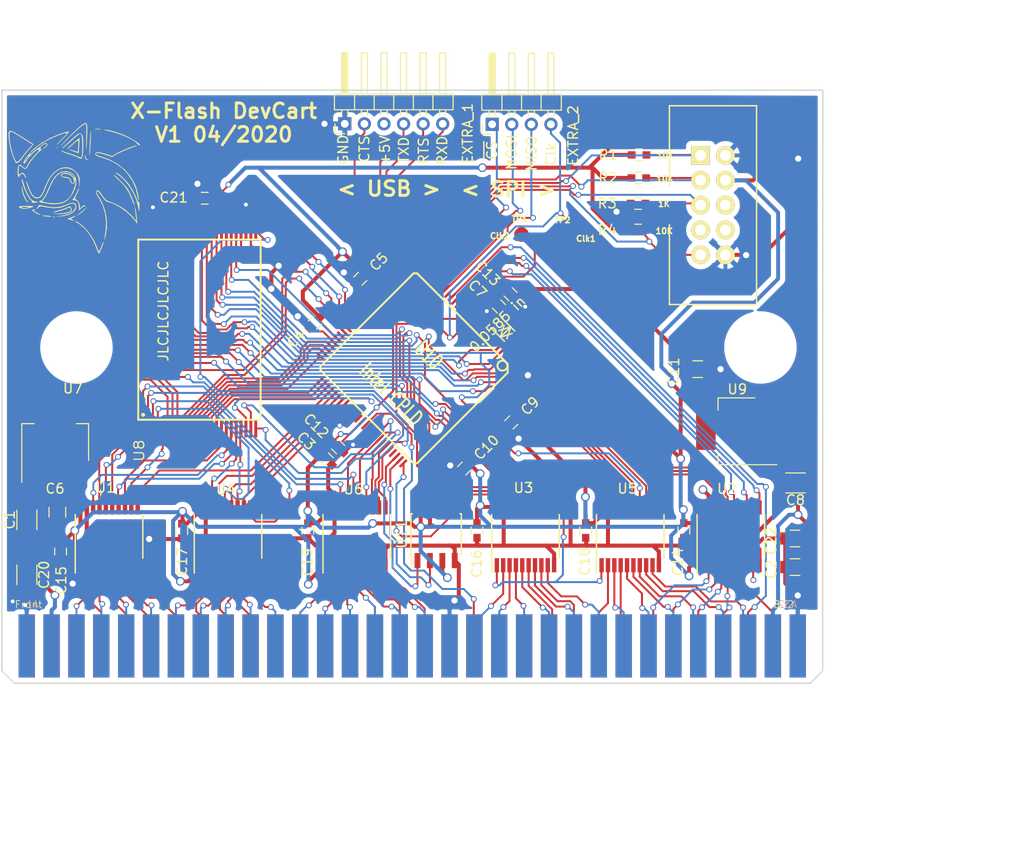
<source format=kicad_pcb>
(kicad_pcb (version 20200119) (host pcbnew "(5.99.0-1468-g7e1294a4b)")
  (layers (0 "Top" signal) (31 "Bottom" signal) (34 "B.Paste" user) (35 "F.Paste" user) (36 "B.SilkS" user) (37 "F.SilkS" user) (38 "B.Mask" user) (39 "F.Mask" user) (44 "Edge.Cuts" user))
  (net 0 "")
  (net 1 "GND")
  (net 2 "A8")
  (net 3 "A9")
  (net 4 "A10")
  (net 5 "A11")
  (net 6 "D11")
  (net 7 "D3")
  (net 8 "D10")
  (net 9 "A12")
  (net 10 "A13")
  (net 11 "A14")
  (net 12 "A15")
  (net 13 "A16")
  (net 14 "D15")
  (net 15 "D7")
  (net 16 "D14")
  (net 17 "D6")
  (net 18 "D13")
  (net 19 "D5")
  (net 20 "D12")
  (net 21 "D4")
  (net 22 "D2")
  (net 23 "D9")
  (net 24 "D1")
  (net 25 "D8")
  (net 26 "D0")
  (net 27 "A1")
  (net 28 "A2")
  (net 29 "A3")
  (net 30 "A4")
  (net 31 "A5")
  (net 32 "A6")
  (net 33 "A17")
  (net 34 "A18")
  (net 35 "A7")
  (net 36 "~WE_ROM")
  (net 37 "5V1")
  (net 38 "VCC3")
  (net 39 "VA18")
  (net 40 "VA11")
  (net 41 "VA17")
  (net 42 "VA6")
  (net 43 "VA9")
  (net 44 "VA10")
  (net 45 "VA8")
  (net 46 "VA7")
  (net 47 "BUF_Dir")
  (net 48 "Clk_SPI")
  (net 49 "MOSI")
  (net 50 "MISO")
  (net 51 "CE_SPI")
  (net 52 "VCC2")
  (net 53 "~V68K_Rst")
  (net 54 "~VTIME")
  (net 55 "~VUWR")
  (net 56 "~VRst")
  (net 57 "~VWE")
  (net 58 "~VCE")
  (net 59 "~VOE")
  (net 60 "Clk_2")
  (net 61 "VD0")
  (net 62 "VD1")
  (net 63 "VD2")
  (net 64 "VD3")
  (net 65 "VD4")
  (net 66 "VD5")
  (net 67 "VD6")
  (net 68 "TMS")
  (net 69 "TDI")
  (net 70 "TCK")
  (net 71 "TDO")
  (net 72 "VD7")
  (net 73 "VD8")
  (net 74 "VD9")
  (net 75 "VD10")
  (net 76 "VD11")
  (net 77 "VD12")
  (net 78 "VD13")
  (net 79 "VD14")
  (net 80 "VD15")
  (net 81 "RY-BY")
  (net 82 "BYTE")
  (net 83 "ACC")
  (net 84 "WE")
  (net 85 "FA22")
  (net 86 "FA21")
  (net 87 "FA20")
  (net 88 "FA19")
  (net 89 "VA16")
  (net 90 "VA15")
  (net 91 "VA14")
  (net 92 "VA13")
  (net 93 "VA12")
  (net 94 "VA5")
  (net 95 "VA4")
  (net 96 "VA3")
  (net 97 "VA2")
  (net 98 "VA1")
  (net 99 "FCE")
  (net 100 "FOE")
  (net 101 "~TIME")
  (net 102 "~Mark3")
  (net 103 "~UWR")
  (net 104 "~Soft_Rst")
  (net 105 "~ASEL")
  (net 106 "~CE_ROM")
  (net 107 "~OE_ROM")
  (net 108 "A22")
  (net 109 "A21")
  (net 110 "A19")
  (net 111 "A20")
  (net 112 "VA21")
  (net 113 "VA20")
  (net 114 "VA19")
  (net 115 "~VASEL")
  (net 116 "~68K_Rst")
  (net 117 "5V2")
  (net 118 "Net-(U2-Pad1)")
  (net 119 "VA22")
  (module "Capacitors_SMD:C_0805" (layer "Top") (at 229.5 90.22)
    (fp_text reference "C22" (at -2.41 0.24 270) (layer "F.SilkS"))
    (fp_text value "C_0805")
    (pad "2" smd rect (at 1 0) (size 1 1.25) (layers "Top" "F.Paste" "F.Mask") (net 37 "5V1"))
    (pad "1" smd rect (at -1 0) (size 1 1.25) (layers "Top" "F.Paste" "F.Mask") (net 1 "GND"))
  )
  (module "Capacitors_SMD:C_0805" (layer "Top") (at 229.5 93.14)
    (fp_text reference "C2" (at -2.41 0.24 270) (layer "F.SilkS"))
    (fp_text value "C_0805")
    (pad "1" smd rect (at -1 0) (size 1 1.25) (layers "Top" "F.Paste" "F.Mask") (net 1 "GND"))
    (pad "2" smd rect (at 1 0) (size 1 1.25) (layers "Top" "F.Paste" "F.Mask") (net 37 "5V1"))
  )
  (module "Capacitors_SMD:C_0805" (layer "Top") (at 219.57 72.93)
    (fp_text reference "C11" (at -2.41 0.24 270) (layer "F.SilkS"))
    (fp_text value "C_0805")
    (pad "2" smd rect (at 1 0) (size 1 1.25) (layers "Top" "F.Paste" "F.Mask") (net 1 "GND"))
    (pad "1" smd rect (at -1 0) (size 1 1.25) (layers "Top" "F.Paste" "F.Mask") (net 52 "VCC2"))
  )
  (module "Capacitors_SMD:C_0805" (layer "Top") (at 154.17 87.54 -90)
    (fp_text reference "C6" (at -2.41 0.24 180) (layer "F.SilkS"))
    (fp_text value "C_0805")
    (pad "1" smd rect (at -1 0 270) (size 1 1.25) (layers "Top" "F.Paste" "F.Mask") (net 38 "VCC3"))
    (pad "2" smd rect (at 1 0 270) (size 1 1.25) (layers "Top" "F.Paste" "F.Mask") (net 1 "GND"))
  )
  (module "Capacitors_SMD:C_1206" (layer "Top") (at 229.55 84.55 180)
    (fp_text reference "C8" (at 0 -1.75) (layer "F.SilkS"))
    (fp_text value "1206_C")
    (pad "1" smd rect (at -1.5 0 180) (size 1 1.6) (layers "Top" "F.Paste" "F.Mask") (net 37 "5V1"))
    (pad "2" smd rect (at 1.5 0 180) (size 1 1.6) (layers "Top" "F.Paste" "F.Mask") (net 1 "GND"))
  )
  (module "Capacitors_SMD:C_1206" (layer "Top") (at 151.06 88.32 90)
    (fp_text reference "C1" (at 0 -1.75 90) (layer "F.SilkS"))
    (fp_text value "1206_C")
    (pad "2" smd rect (at 1.5 0 90) (size 1 1.6) (layers "Top" "F.Paste" "F.Mask") (net 1 "GND"))
    (pad "1" smd rect (at -1.5 0 90) (size 1 1.6) (layers "Top" "F.Paste" "F.Mask") (net 117 "5V2"))
  )
  (module "TO_SOT_Packages_SMD:SOT-223" (layer "Top") (at 223.55 79.275 180)
    (fp_text reference "U9" (at -0.06 4.295) (layer "F.SilkS"))
    (fp_text value "SOT-223")
    (pad "1" smd rect (at -3.15 -2.3 180) (size 2 1.5) (layers "Top" "F.Paste" "F.Mask") (net 1 "GND"))
    (pad "3" smd rect (at -3.15 2.3 180) (size 2 1.5) (layers "Top" "F.Paste" "F.Mask") (net 37 "5V1"))
    (pad "2" smd rect (at -3.15 0 180) (size 2 1.5) (layers "Top" "F.Paste" "F.Mask") (net 52 "VCC2"))
    (pad "4" smd rect (at 3.15 0 180) (size 2 3.8) (layers "Top" "F.Paste" "F.Mask") (net 52 "VCC2"))
  )
  (module "TO_SOT_Packages_SMD:SOT-223" (layer "Top") (at 153.95 80.4 90)
    (fp_text reference "U7" (at 5.5 1.8 180) (layer "F.SilkS"))
    (fp_text value "SOT-223")
    (pad "4" smd rect (at 3.15 0 90) (size 2 3.8) (layers "Top" "F.Paste" "F.Mask") (net 38 "VCC3"))
    (pad "2" smd rect (at -3.15 0 90) (size 2 1.5) (layers "Top" "F.Paste" "F.Mask") (net 38 "VCC3"))
    (pad "3" smd rect (at -3.15 2.3 90) (size 2 1.5) (layers "Top" "F.Paste" "F.Mask") (net 117 "5V2"))
    (pad "1" smd rect (at -3.15 -2.3 90) (size 2 1.5) (layers "Top" "F.Paste" "F.Mask") (net 1 "GND"))
  )
  (module "Capacitors_SMD:C_0603" (layer "Top") (at 169.225 55.475)
    (fp_text reference "C21" (at -3.175 -0.075) (layer "F.SilkS"))
    (fp_text value "0603_CD")
    (pad "1" smd rect (at -0.75 0) (size 0.8 0.75) (layers "Top" "F.Paste" "F.Mask") (net 1 "GND"))
    (pad "2" smd rect (at 0.75 0) (size 0.8 0.75) (layers "Top" "F.Paste" "F.Mask") (net 38 "VCC3"))
  )
  (module "Pin_Headers:Pin_Header_Angled_1x04_Pitch2.00mm" (layer "Top") (at 198.575 47.925 90)
    (fp_text reference "EXTRA_2" (at -1.15 8.275 90) (layer "F.SilkS"))
    (fp_text value "Pin_Header_Angled_1x04_Pitch2.00mm")
    (pad "1" thru_hole rect (at 0 0 90) (size 1.35 1.35) (drill 0.8) (layers *.Cu *.Mask))
    (pad "2" thru_hole oval (at 0 2 90) (size 1.35 1.35) (drill 0.8) (layers *.Cu *.Mask))
    (pad "3" thru_hole oval (at 0 4 90) (size 1.35 1.35) (drill 0.8) (layers *.Cu *.Mask))
    (pad "4" thru_hole oval (at 0 6 90) (size 1.35 1.35) (drill 0.8) (layers *.Cu *.Mask) (net 48 "Clk_SPI"))
  )
  (module "Capacitors_SMD:C_0603" (layer "Top") (at 213.475 58.725 180)
    (fp_text reference "R4" (at 3.15 0) (layer "F.SilkS"))
    (fp_text value "R_0603")
    (fp_text user "JLCJLCJLCJLC" (at 48.475 -8.275 90) (layer "F.SilkS"))
    (pad "2" smd rect (at 0.75 0 180) (size 0.8 0.75) (layers "Top" "F.Paste" "F.Mask") (net 38 "VCC3"))
    (pad "1" smd rect (at -0.75 0 180) (size 0.8 0.75) (layers "Top" "F.Paste" "F.Mask") (net 69 "TDI"))
  )
  (module "Capacitors_SMD:C_0603" (layer "Top") (at 213.475 56 180)
    (fp_text reference "R3" (at 3.15 0) (layer "F.SilkS"))
    (fp_text value "R_0603")
    (pad "1" smd rect (at -0.75 0 180) (size 0.8 0.75) (layers "Top" "F.Paste" "F.Mask") (net 68 "TMS"))
    (pad "2" smd rect (at 0.75 0 180) (size 0.8 0.75) (layers "Top" "F.Paste" "F.Mask") (net 1 "GND"))
  )
  (module "Capacitors_SMD:C_0603" (layer "Top") (at 213.55 53.4 180)
    (fp_text reference "R2" (at 3.15 0) (layer "F.SilkS"))
    (fp_text value "R_0603")
    (pad "2" smd rect (at 0.75 0 180) (size 0.8 0.75) (layers "Top" "F.Paste" "F.Mask") (net 38 "VCC3"))
    (pad "1" smd rect (at -0.75 0 180) (size 0.8 0.75) (layers "Top" "F.Paste" "F.Mask") (net 71 "TDO"))
  )
  (module "Capacitors_SMD:C_0603" (layer "Top") (at 213.575 51.05 180)
    (fp_text reference "R1" (at 3.15 0) (layer "F.SilkS"))
    (fp_text value "R_0603")
    (pad "1" smd rect (at -0.75 0 180) (size 0.8 0.75) (layers "Top" "F.Paste" "F.Mask") (net 70 "TCK"))
    (pad "2" smd rect (at 0.75 0 180) (size 0.8 0.75) (layers "Top" "F.Paste" "F.Mask") (net 38 "VCC3"))
  )
  (module "Pin_Headers:Pin_Header_Angled_1x06_Pitch2.00mm" (layer "Top") (at 183.525 47.875 90)
    (fp_text reference "EXTRA_1" (at -0.975 12.55 270) (layer "F.SilkS"))
    (fp_text value "Pin_Header_Angled_1x06_Pitch2.00mm")
    (pad "1" thru_hole rect (at 0 0 90) (size 1.35 1.35) (drill 0.8) (layers *.Cu *.Mask) (net 1 "GND"))
    (pad "2" thru_hole oval (at 0 2 90) (size 1.35 1.35) (drill 0.8) (layers *.Cu *.Mask))
    (pad "3" thru_hole oval (at 0 4 90) (size 1.35 1.35) (drill 0.8) (layers *.Cu *.Mask))
    (pad "4" thru_hole oval (at 0 6 90) (size 1.35 1.35) (drill 0.8) (layers *.Cu *.Mask))
    (pad "5" thru_hole oval (at 0 8 90) (size 1.35 1.35) (drill 0.8) (layers *.Cu *.Mask))
    (pad "6" thru_hole oval (at 0 10 90) (size 1.35 1.35) (drill 0.8) (layers *.Cu *.Mask))
  )
  (module "Measurement_Points:Measurement_Point_Round-TH_Small" (layer "Top") (at 205.85 59.3)
    (fp_text reference "" (at 0 -2) (layer "F.SilkS"))
    (fp_text value "")
    (pad "1" smd circle (at 0 0) (size 1.5 1.5) (layers "Top" "F.Paste" "F.Mask") (net 48 "Clk_SPI"))
  )
  (module "AVR-JTAG-ICE" (layer "Top") (at 221.125 56.175 -90)
    (fp_text reference "J1" hide)
    (fp_text value "0" hide)
    (pad "1" thru_hole rect (at -5.08 1.27 270) (size 1.9 1.9) (drill 1.1) (layers *.Cu *.Mask "F.SilkS") (net 70 "TCK"))
    (pad "2" thru_hole circle (at -5.08 -1.27 270) (size 1.9 1.9) (drill 1.1) (layers *.Cu *.Mask "F.SilkS") (net 1 "GND"))
    (pad "3" thru_hole circle (at -2.54 1.27 270) (size 1.9 1.9) (drill 1.1) (layers *.Cu *.Mask "F.SilkS") (net 71 "TDO"))
    (pad "4" thru_hole circle (at -2.54 -1.27 270) (size 1.9 1.9) (drill 1.1) (layers *.Cu *.Mask "F.SilkS") (net 38 "VCC3"))
    (pad "5" thru_hole circle (at 0 1.27 270) (size 1.9 1.9) (drill 1.1) (layers *.Cu *.Mask "F.SilkS") (net 68 "TMS"))
    (pad "6" thru_hole circle (at 0 -1.27 270) (size 1.9 1.9) (drill 1.1) (layers *.Cu *.Mask "F.SilkS"))
    (pad "7" thru_hole circle (at 2.54 1.27 270) (size 1.9 1.9) (drill 1.1) (layers *.Cu *.Mask "F.SilkS"))
    (pad "8" thru_hole circle (at 2.54 -1.27 270) (size 1.9 1.9) (drill 1.1) (layers *.Cu *.Mask "F.SilkS"))
    (pad "9" thru_hole circle (at 5.08 1.27 270) (size 1.9 1.9) (drill 1.1) (layers *.Cu *.Mask "F.SilkS") (net 69 "TDI"))
    (pad "10" thru_hole circle (at 5.08 -1.27 270) (size 1.9 1.9) (drill 1.1) (layers *.Cu *.Mask "F.SilkS") (net 1 "GND"))
  )
  (module "Capacitors_SMD:C_0603" (layer "Top") (at 180.475 68.175 -135)
    (fp_text reference "C4" (at 2.510229 0.176777 45) (layer "F.SilkS"))
    (fp_text value "0603_CD")
    (pad "2" smd rect (at 0.75 0 225) (size 0.8 0.75) (layers "Top" "F.Paste" "F.Mask") (net 1 "GND"))
    (pad "1" smd rect (at -0.75 0 225) (size 0.8 0.75) (layers "Top" "F.Paste" "F.Mask") (net 38 "VCC3"))
  )
  (module "Capacitors_SMD:C_0603" (layer "Top") (at 185.1 63.7 -135)
    (fp_text reference "C5" (at -2.563262 -0.123744 45) (layer "F.SilkS"))
    (fp_text value "0603_CD")
    (pad "1" smd rect (at -0.75 0 225) (size 0.8 0.75) (layers "Top" "F.Paste" "F.Mask") (net 38 "VCC3"))
    (pad "2" smd rect (at 0.75 0 225) (size 0.8 0.75) (layers "Top" "F.Paste" "F.Mask") (net 1 "GND"))
  )
  (module "Capacitors_SMD:C_0603" (layer "Top") (at 200.45 65.275 135)
    (fp_text reference "C13" (at 3.146625 -0.141421 135) (layer "F.SilkS"))
    (fp_text value "0603_CD")
    (pad "1" smd rect (at -0.75 0 135) (size 0.8 0.75) (layers "Top" "F.Paste" "F.Mask") (net 1 "GND"))
    (pad "2" smd rect (at 0.75 0 135) (size 0.8 0.75) (layers "Top" "F.Paste" "F.Mask") (net 52 "VCC2"))
  )
  (module "Capacitors_SMD:C_0603" (layer "Top") (at 199.275 66.525 135)
    (fp_text reference "C7" (at 2.828427 -0.282843 135) (layer "F.SilkS"))
    (fp_text value "0603_CD")
    (pad "2" smd rect (at 0.75 0 135) (size 0.8 0.75) (layers "Top" "F.Paste" "F.Mask") (net 1 "GND"))
    (pad "1" smd rect (at -0.75 0 135) (size 0.8 0.75) (layers "Top" "F.Paste" "F.Mask") (net 38 "VCC3"))
  )
  (module "Capacitors_SMD:C_0603" (layer "Top") (at 200.525 78.375 -135)
    (fp_text reference "C9" (at -2.545584 -0.176777 45) (layer "F.SilkS"))
    (fp_text value "0603_CD")
    (pad "2" smd rect (at 0.75 0 225) (size 0.8 0.75) (layers "Top" "F.Paste" "F.Mask") (net 1 "GND"))
    (pad "1" smd rect (at -0.75 0 225) (size 0.8 0.75) (layers "Top" "F.Paste" "F.Mask") (net 38 "VCC3"))
  )
  (module "Capacitors_SMD:C_0603" (layer "Top") (at 195.7 83.075 -135)
    (fp_text reference "C10" (at -3.146625 -0.106066 45) (layer "F.SilkS"))
    (fp_text value "0603_CD")
    (pad "1" smd rect (at -0.75 0 225) (size 0.8 0.75) (layers "Top" "F.Paste" "F.Mask") (net 38 "VCC3"))
    (pad "2" smd rect (at 0.75 0 225) (size 0.8 0.75) (layers "Top" "F.Paste" "F.Mask") (net 1 "GND"))
  )
  (module "Capacitors_SMD:C_0603" (layer "Top") (at 181.675 82.15 135)
    (fp_text reference "C3" (at 2.828427 -0.141421 135) (layer "F.SilkS"))
    (fp_text value "0603_CD")
    (pad "1" smd rect (at -0.75 0 135) (size 0.8 0.75) (layers "Top" "F.Paste" "F.Mask") (net 1 "GND"))
    (pad "2" smd rect (at 0.75 0 135) (size 0.8 0.75) (layers "Top" "F.Paste" "F.Mask") (net 38 "VCC3"))
  )
  (module "Capacitors_SMD:C_0603" (layer "Top") (at 182.85 80.9 135)
    (fp_text reference "C12" (at 3.128948 -0.053033 135) (layer "F.SilkS"))
    (fp_text value "0603_CD")
    (pad "2" smd rect (at 0.75 0 135) (size 0.8 0.75) (layers "Top" "F.Paste" "F.Mask") (net 52 "VCC2"))
    (pad "1" smd rect (at -0.75 0 135) (size 0.8 0.75) (layers "Top" "F.Paste" "F.Mask") (net 1 "GND"))
  )
  (module "Capacitors_SMD:C_0603" (layer "Top") (at 208.125 89.4 90)
    (fp_text reference "C18" (at -3.175 -0.1 90) (layer "F.SilkS"))
    (fp_text value "0603_CD")
    (pad "1" smd rect (at -0.75 0 90) (size 0.8 0.75) (layers "Top" "F.Paste" "F.Mask") (net 1 "GND"))
    (pad "2" smd rect (at 0.75 0 90) (size 0.8 0.75) (layers "Top" "F.Paste" "F.Mask") (net 38 "VCC3"))
  )
  (module "Capacitors_SMD:C_0603" (layer "Top") (at 197.025 89.4 90)
    (fp_text reference "C16" (at -3.4 -0.025 90) (layer "F.SilkS"))
    (fp_text value "0603_CD")
    (pad "2" smd rect (at 0.75 0 90) (size 0.8 0.75) (layers "Top" "F.Paste" "F.Mask") (net 38 "VCC3"))
    (pad "1" smd rect (at -0.75 0 90) (size 0.8 0.75) (layers "Top" "F.Paste" "F.Mask") (net 1 "GND"))
  )
  (module "Capacitors_SMD:C_0603" (layer "Top") (at 218.15 89.4 90)
    (fp_text reference "C14" (at -3.21 -0.59 90) (layer "F.SilkS"))
    (fp_text value "0603_CD")
    (pad "2" smd rect (at 0.75 0 90) (size 0.8 0.75) (layers "Top" "F.Paste" "F.Mask") (net 38 "VCC3"))
    (pad "1" smd rect (at -0.75 0 90) (size 0.8 0.75) (layers "Top" "F.Paste" "F.Mask") (net 1 "GND"))
  )
  (module "Housings_SSOP:TSSOP-20_4.4x6.5mm_Pitch0.65mm" (layer "Top") (at 201.975 90 90)
    (fp_text reference "U3" (at 4.95 -0.2 180) (layer "F.SilkS"))
    (fp_text value "74LVC245")
    (pad "20" smd rect (at 2.95 -2.925 90) (size 1.45 0.45) (layers "Top" "F.Paste" "F.Mask") (net 38 "VCC3"))
    (pad "19" smd rect (at 2.95 -2.275 90) (size 1.45 0.45) (layers "Top" "F.Paste" "F.Mask") (net 1 "GND"))
    (pad "18" smd rect (at 2.95 -1.625 90) (size 1.45 0.45) (layers "Top" "F.Paste" "F.Mask") (net 72 "VD7"))
    (pad "17" smd rect (at 2.95 -0.975 90) (size 1.45 0.45) (layers "Top" "F.Paste" "F.Mask") (net 61 "VD0"))
    (pad "16" smd rect (at 2.95 -0.325 90) (size 1.45 0.45) (layers "Top" "F.Paste" "F.Mask") (net 73 "VD8"))
    (pad "15" smd rect (at 2.95 0.325 90) (size 1.45 0.45) (layers "Top" "F.Paste" "F.Mask") (net 67 "VD6"))
    (pad "14" smd rect (at 2.95 0.975 90) (size 1.45 0.45) (layers "Top" "F.Paste" "F.Mask") (net 80 "VD15"))
    (pad "13" smd rect (at 2.95 1.625 90) (size 1.45 0.45) (layers "Top" "F.Paste" "F.Mask") (net 62 "VD1"))
    (pad "12" smd rect (at 2.95 2.275 90) (size 1.45 0.45) (layers "Top" "F.Paste" "F.Mask") (net 79 "VD14"))
    (pad "11" smd rect (at 2.95 2.925 90) (size 1.45 0.45) (layers "Top" "F.Paste" "F.Mask") (net 74 "VD9"))
    (pad "10" smd rect (at -2.95 2.925 90) (size 1.45 0.45) (layers "Top" "F.Paste" "F.Mask") (net 1 "GND"))
    (pad "9" smd rect (at -2.95 2.275 90) (size 1.45 0.45) (layers "Top" "F.Paste" "F.Mask") (net 23 "D9"))
    (pad "8" smd rect (at -2.95 1.625 90) (size 1.45 0.45) (layers "Top" "F.Paste" "F.Mask") (net 16 "D14"))
    (pad "7" smd rect (at -2.95 0.975 90) (size 1.45 0.45) (layers "Top" "F.Paste" "F.Mask") (net 24 "D1"))
    (pad "6" smd rect (at -2.95 0.325 90) (size 1.45 0.45) (layers "Top" "F.Paste" "F.Mask") (net 14 "D15"))
    (pad "5" smd rect (at -2.95 -0.325 90) (size 1.45 0.45) (layers "Top" "F.Paste" "F.Mask") (net 17 "D6"))
    (pad "4" smd rect (at -2.95 -0.975 90) (size 1.45 0.45) (layers "Top" "F.Paste" "F.Mask") (net 25 "D8"))
    (pad "3" smd rect (at -2.95 -1.625 90) (size 1.45 0.45) (layers "Top" "F.Paste" "F.Mask") (net 26 "D0"))
    (pad "2" smd rect (at -2.95 -2.275 90) (size 1.45 0.45) (layers "Top" "F.Paste" "F.Mask") (net 15 "D7"))
    (pad "1" smd rect (at -2.95 -2.925 90) (size 1.45 0.45) (layers "Top" "F.Paste" "F.Mask") (net 47 "BUF_Dir"))
  )
  (module "Housings_SSOP:TSSOP-20_4.4x6.5mm_Pitch0.65mm" (layer "Top") (at 212.675 90 90)
    (fp_text reference "U5" (at 4.875 -0.3 180) (layer "F.SilkS"))
    (fp_text value "74LVC245")
    (pad "20" smd rect (at 2.95 -2.925 90) (size 1.45 0.45) (layers "Top" "F.Paste" "F.Mask") (net 38 "VCC3"))
    (pad "19" smd rect (at 2.95 -2.275 90) (size 1.45 0.45) (layers "Top" "F.Paste" "F.Mask") (net 1 "GND"))
    (pad "18" smd rect (at 2.95 -1.625 90) (size 1.45 0.45) (layers "Top" "F.Paste" "F.Mask") (net 78 "VD13"))
    (pad "17" smd rect (at 2.95 -0.975 90) (size 1.45 0.45) (layers "Top" "F.Paste" "F.Mask") (net 66 "VD5"))
    (pad "16" smd rect (at 2.95 -0.325 90) (size 1.45 0.45) (layers "Top" "F.Paste" "F.Mask") (net 77 "VD12"))
    (pad "15" smd rect (at 2.95 0.325 90) (size 1.45 0.45) (layers "Top" "F.Paste" "F.Mask") (net 63 "VD2"))
    (pad "14" smd rect (at 2.95 0.975 90) (size 1.45 0.45) (layers "Top" "F.Paste" "F.Mask") (net 75 "VD10"))
    (pad "13" smd rect (at 2.95 1.625 90) (size 1.45 0.45) (layers "Top" "F.Paste" "F.Mask") (net 65 "VD4"))
    (pad "12" smd rect (at 2.95 2.275 90) (size 1.45 0.45) (layers "Top" "F.Paste" "F.Mask") (net 64 "VD3"))
    (pad "11" smd rect (at 2.95 2.925 90) (size 1.45 0.45) (layers "Top" "F.Paste" "F.Mask") (net 76 "VD11"))
    (pad "10" smd rect (at -2.95 2.925 90) (size 1.45 0.45) (layers "Top" "F.Paste" "F.Mask") (net 1 "GND"))
    (pad "9" smd rect (at -2.95 2.275 90) (size 1.45 0.45) (layers "Top" "F.Paste" "F.Mask") (net 6 "D11"))
    (pad "8" smd rect (at -2.95 1.625 90) (size 1.45 0.45) (layers "Top" "F.Paste" "F.Mask") (net 7 "D3"))
    (pad "7" smd rect (at -2.95 0.975 90) (size 1.45 0.45) (layers "Top" "F.Paste" "F.Mask") (net 21 "D4"))
    (pad "6" smd rect (at -2.95 0.325 90) (size 1.45 0.45) (layers "Top" "F.Paste" "F.Mask") (net 8 "D10"))
    (pad "5" smd rect (at -2.95 -0.325 90) (size 1.45 0.45) (layers "Top" "F.Paste" "F.Mask") (net 22 "D2"))
    (pad "4" smd rect (at -2.95 -0.975 90) (size 1.45 0.45) (layers "Top" "F.Paste" "F.Mask") (net 20 "D12"))
    (pad "3" smd rect (at -2.95 -1.625 90) (size 1.45 0.45) (layers "Top" "F.Paste" "F.Mask") (net 19 "D5"))
    (pad "2" smd rect (at -2.95 -2.275 90) (size 1.45 0.45) (layers "Top" "F.Paste" "F.Mask") (net 18 "D13"))
    (pad "1" smd rect (at -2.95 -2.925 90) (size 1.45 0.45) (layers "Top" "F.Paste" "F.Mask") (net 47 "BUF_Dir"))
  )
  (module "Housings_SSOP:TSSOP-20_4.4x6.5mm_Pitch0.65mm" (layer "Top") (at 222.95 90 90)
    (fp_text reference "U2" (at 4.85 -0.4 180) (layer "F.SilkS"))
    (fp_text value "74LVC245")
    (pad "20" smd rect (at 2.95 -2.925 90) (size 1.45 0.45) (layers "Top" "F.Paste" "F.Mask") (net 38 "VCC3"))
    (pad "19" smd rect (at 2.95 -2.275 90) (size 1.45 0.45) (layers "Top" "F.Paste" "F.Mask") (net 118 "Net-(U2-Pad1)"))
    (pad "18" smd rect (at 2.95 -1.625 90) (size 1.45 0.45) (layers "Top" "F.Paste" "F.Mask") (net 115 "~VASEL"))
    (pad "17" smd rect (at 2.95 -0.975 90) (size 1.45 0.45) (layers "Top" "F.Paste" "F.Mask") (net 56 "~VRst"))
    (pad "16" smd rect (at 2.95 -0.325 90) (size 1.45 0.45) (layers "Top" "F.Paste" "F.Mask") (net 57 "~VWE"))
    (pad "15" smd rect (at 2.95 0.325 90) (size 1.45 0.45) (layers "Top" "F.Paste" "F.Mask") (net 55 "~VUWR"))
    (pad "14" smd rect (at 2.95 0.975 90) (size 1.45 0.45) (layers "Top" "F.Paste" "F.Mask"))
    (pad "13" smd rect (at 2.95 1.625 90) (size 1.45 0.45) (layers "Top" "F.Paste" "F.Mask") (net 54 "~VTIME"))
    (pad "12" smd rect (at 2.95 2.275 90) (size 1.45 0.45) (layers "Top" "F.Paste" "F.Mask"))
    (pad "11" smd rect (at 2.95 2.925 90) (size 1.45 0.45) (layers "Top" "F.Paste" "F.Mask") (net 53 "~V68K_Rst"))
    (pad "10" smd rect (at -2.95 2.925 90) (size 1.45 0.45) (layers "Top" "F.Paste" "F.Mask") (net 1 "GND"))
    (pad "9" smd rect (at -2.95 2.275 90) (size 1.45 0.45) (layers "Top" "F.Paste" "F.Mask") (net 116 "~68K_Rst"))
    (pad "8" smd rect (at -2.95 1.625 90) (size 1.45 0.45) (layers "Top" "F.Paste" "F.Mask"))
    (pad "7" smd rect (at -2.95 0.975 90) (size 1.45 0.45) (layers "Top" "F.Paste" "F.Mask") (net 101 "~TIME"))
    (pad "6" smd rect (at -2.95 0.325 90) (size 1.45 0.45) (layers "Top" "F.Paste" "F.Mask"))
    (pad "5" smd rect (at -2.95 -0.325 90) (size 1.45 0.45) (layers "Top" "F.Paste" "F.Mask") (net 103 "~UWR"))
    (pad "4" smd rect (at -2.95 -0.975 90) (size 1.45 0.45) (layers "Top" "F.Paste" "F.Mask") (net 36 "~WE_ROM"))
    (pad "3" smd rect (at -2.95 -1.625 90) (size 1.45 0.45) (layers "Top" "F.Paste" "F.Mask") (net 104 "~Soft_Rst"))
    (pad "2" smd rect (at -2.95 -2.275 90) (size 1.45 0.45) (layers "Top" "F.Paste" "F.Mask") (net 105 "~ASEL"))
    (pad "1" smd rect (at -2.95 -2.925 90) (size 1.45 0.45) (layers "Top" "F.Paste" "F.Mask") (net 38 "VCC3"))
  )
  (module "Capacitors_SMD:C_1206" (layer "Top") (at 151.06 93.93 -90)
    (fp_text reference "C20" (at 0 -1.75 90) (layer "F.SilkS"))
    (fp_text value "1206_C")
    (pad "1" smd rect (at -1.5 0 270) (size 1 1.6) (layers "Top" "F.Paste" "F.Mask") (net 117 "5V2"))
    (pad "2" smd rect (at 1.5 0 270) (size 1 1.6) (layers "Top" "F.Paste" "F.Mask") (net 1 "GND"))
  )
  (module "Capacitors_SMD:C_0603" (layer "Top") (at 179.75 89.425 90)
    (fp_text reference "C19" (at -3.2 -0.05 90) (layer "F.SilkS"))
    (fp_text value "0603_CD")
    (pad "1" smd rect (at -0.75 0 90) (size 0.8 0.75) (layers "Top" "F.Paste" "F.Mask") (net 1 "GND"))
    (pad "2" smd rect (at 0.75 0 90) (size 0.8 0.75) (layers "Top" "F.Paste" "F.Mask") (net 38 "VCC3"))
  )
  (module "Capacitors_SMD:C_0603" (layer "Top") (at 154.5 91.55 -90)
    (fp_text reference "C15" (at 2.95 -0.075 90) (layer "F.SilkS"))
    (fp_text value "0603_CD")
    (pad "1" smd rect (at -0.75 0 270) (size 0.8 0.75) (layers "Top" "F.Paste" "F.Mask") (net 38 "VCC3"))
    (pad "2" smd rect (at 0.75 0 270) (size 0.8 0.75) (layers "Top" "F.Paste" "F.Mask") (net 1 "GND"))
  )
  (module "Capacitors_SMD:C_0603" (layer "Top") (at 166.875 89.45 90)
    (fp_text reference "C17" (at -3.125 0.025 90) (layer "F.SilkS"))
    (fp_text value "0603_CD")
    (pad "2" smd rect (at 0.75 0 90) (size 0.8 0.75) (layers "Top" "F.Paste" "F.Mask") (net 38 "VCC3"))
    (pad "1" smd rect (at -0.75 0 90) (size 0.8 0.75) (layers "Top" "F.Paste" "F.Mask") (net 1 "GND"))
  )
  (module "Housings_SOIC:SOIC-8_3.9x4.9mm_Pitch1.27mm" (layer "Top") (at 192.85 89.775 90)
    (fp_text reference "U11" (at 0 -3.5 90) (layer "F.SilkS"))
    (fp_text value "AT25xxx")
    (pad "1" smd rect (at -2.7 -1.905 90) (size 1.55 0.6) (layers "Top" "F.Paste" "F.Mask") (net 51 "CE_SPI"))
    (pad "2" smd rect (at -2.7 -0.635 90) (size 1.55 0.6) (layers "Top" "F.Paste" "F.Mask") (net 50 "MISO"))
    (pad "3" smd rect (at -2.7 0.635 90) (size 1.55 0.6) (layers "Top" "F.Paste" "F.Mask") (net 38 "VCC3"))
    (pad "4" smd rect (at -2.7 1.905 90) (size 1.55 0.6) (layers "Top" "F.Paste" "F.Mask") (net 1 "GND"))
    (pad "5" smd rect (at 2.7 1.905 90) (size 1.55 0.6) (layers "Top" "F.Paste" "F.Mask") (net 49 "MOSI"))
    (pad "6" smd rect (at 2.7 0.635 90) (size 1.55 0.6) (layers "Top" "F.Paste" "F.Mask") (net 48 "Clk_SPI"))
    (pad "7" smd rect (at 2.7 -0.635 90) (size 1.55 0.6) (layers "Top" "F.Paste" "F.Mask") (net 38 "VCC3"))
    (pad "8" smd rect (at 2.7 -1.905 90) (size 1.55 0.6) (layers "Top" "F.Paste" "F.Mask") (net 38 "VCC3"))
  )
  (module "S29GL064" (layer "Top") (at 162.43 78.09 90)
    (fp_text reference "U8" (at -3.16 0.1 90) (layer "F.SilkS") (effects (font (size 1.016 1.143) (thickness 0.127))))
    (fp_text value "MX29LV640" hide)
    (pad "1" smd rect (at -0.9017 0.50038 180) (size 0.29972 1.80086) (layers "Top" "F.Paste" "F.Mask") (net 89 "VA16"))
    (pad "2" smd rect (at -0.89662 1.00076 180) (size 0.29972 1.80086) (layers "Top" "F.Paste" "F.Mask") (net 90 "VA15"))
    (pad "3" smd rect (at -0.89662 1.50114 180) (size 0.29972 1.80086) (layers "Top" "F.Paste" "F.Mask") (net 91 "VA14"))
    (pad "4" smd rect (at -0.89662 1.99898 180) (size 0.29972 1.80086) (layers "Top" "F.Paste" "F.Mask") (net 92 "VA13"))
    (pad "5" smd rect (at -0.89662 2.49936 180) (size 0.20066 1.80086) (layers "Top" "F.Paste" "F.Mask") (net 93 "VA12"))
    (pad "6" smd rect (at -0.89662 2.99974 180) (size 0.29972 1.80086) (layers "Top" "F.Paste" "F.Mask") (net 40 "VA11"))
    (pad "7" smd rect (at -0.89662 3.50012 180) (size 0.29972 1.80086) (layers "Top" "F.Paste" "F.Mask") (net 44 "VA10"))
    (pad "8" smd rect (at -0.89662 4.0005 180) (size 0.29972 1.80086) (layers "Top" "F.Paste" "F.Mask") (net 43 "VA9"))
    (pad "9" smd rect (at -0.89662 4.50088 180) (size 0.29972 1.80086) (layers "Top" "F.Paste" "F.Mask") (net 87 "FA20"))
    (pad "10" smd rect (at -0.89662 5.00126 180) (size 0.29972 1.80086) (layers "Top" "F.Paste" "F.Mask") (net 86 "FA21"))
    (pad "11" smd rect (at -0.89662 5.4991 180) (size 0.29972 1.80086) (layers "Top" "F.Paste" "F.Mask") (net 84 "WE"))
    (pad "12" smd rect (at -0.89662 5.99948 180) (size 0.29972 1.80086) (layers "Top" "F.Paste" "F.Mask"))
    (pad "13" smd rect (at -0.89662 6.49986 180) (size 0.29972 1.80086) (layers "Top" "F.Paste" "F.Mask") (net 85 "FA22"))
    (pad "14" smd rect (at -0.89662 7.00024 180) (size 0.29972 1.80086) (layers "Top" "F.Paste" "F.Mask") (net 83 "ACC"))
    (pad "15" smd rect (at -0.89662 7.50062 180) (size 0.29972 1.80086) (layers "Top" "F.Paste" "F.Mask") (net 81 "RY-BY"))
    (pad "16" smd rect (at -0.89662 8.001 180) (size 0.29972 1.80086) (layers "Top" "F.Paste" "F.Mask") (net 88 "FA19"))
    (pad "17" smd rect (at -0.89662 8.49884 180) (size 0.29972 1.80086) (layers "Top" "F.Paste" "F.Mask") (net 39 "VA18"))
    (pad "18" smd rect (at -0.89662 8.99922 180) (size 0.29972 1.80086) (layers "Top" "F.Paste" "F.Mask") (net 45 "VA8"))
    (pad "19" smd rect (at -0.89662 9.4996 180) (size 0.29972 1.80086) (layers "Top" "F.Paste" "F.Mask") (net 46 "VA7"))
    (pad "20" smd rect (at -0.89662 9.99998 180) (size 0.29972 1.80086) (layers "Top" "F.Paste" "F.Mask") (net 42 "VA6"))
    (pad "21" smd rect (at -0.89662 10.50036 180) (size 0.29972 1.80086) (layers "Top" "F.Paste" "F.Mask") (net 94 "VA5"))
    (pad "22" smd rect (at -0.89662 11.00074 180) (size 0.29972 1.80086) (layers "Top" "F.Paste" "F.Mask") (net 95 "VA4"))
    (pad "23" smd rect (at -0.89662 11.50112 180) (size 0.29972 1.80086) (layers "Top" "F.Paste" "F.Mask") (net 96 "VA3"))
    (pad "24" smd rect (at -0.89662 11.99896 180) (size 0.29972 1.80086) (layers "Top" "F.Paste" "F.Mask") (net 97 "VA2"))
    (pad "25" smd rect (at 19.30146 11.99896 180) (size 0.29972 1.80086) (layers "Top" "F.Paste" "F.Mask") (net 98 "VA1"))
    (pad "26" smd rect (at 19.30146 11.50112 180) (size 0.29972 1.80086) (layers "Top" "F.Paste" "F.Mask") (net 99 "FCE"))
    (pad "27" smd rect (at 19.30146 11.00074 180) (size 0.29972 1.80086) (layers "Top" "F.Paste" "F.Mask") (net 1 "GND"))
    (pad "28" smd rect (at 19.30146 10.50036 180) (size 0.29972 1.80086) (layers "Top" "F.Paste" "F.Mask") (net 100 "FOE"))
    (pad "29" smd rect (at 19.30146 9.99998 180) (size 0.29972 1.80086) (layers "Top" "F.Paste" "F.Mask") (net 61 "VD0"))
    (pad "30" smd rect (at 19.30146 9.4996 180) (size 0.29972 1.80086) (layers "Top" "F.Paste" "F.Mask") (net 73 "VD8"))
    (pad "31" smd rect (at 19.30146 8.99922 180) (size 0.29972 1.80086) (layers "Top" "F.Paste" "F.Mask") (net 62 "VD1"))
    (pad "32" smd rect (at 19.30146 8.49884 180) (size 0.29972 1.80086) (layers "Top" "F.Paste" "F.Mask") (net 74 "VD9"))
    (pad "33" smd rect (at 19.30146 8.001 180) (size 0.29972 1.80086) (layers "Top" "F.Paste" "F.Mask") (net 63 "VD2"))
    (pad "34" smd rect (at 19.30146 7.50062 180) (size 0.29972 1.80086) (layers "Top" "F.Paste" "F.Mask") (net 75 "VD10"))
    (pad "35" smd rect (at 19.30146 7.00024 180) (size 0.29972 1.80086) (layers "Top" "F.Paste" "F.Mask") (net 64 "VD3"))
    (pad "36" smd rect (at 19.30146 6.49986 180) (size 0.29972 1.80086) (layers "Top" "F.Paste" "F.Mask") (net 76 "VD11"))
    (pad "37" smd rect (at 19.30146 5.99948 180) (size 0.29972 1.80086) (layers "Top" "F.Paste" "F.Mask") (net 38 "VCC3"))
    (pad "38" smd rect (at 19.30146 5.4991 180) (size 0.29972 1.80086) (layers "Top" "F.Paste" "F.Mask") (net 65 "VD4"))
    (pad "39" smd rect (at 19.30146 5.00126 180) (size 0.29972 1.80086) (layers "Top" "F.Paste" "F.Mask") (net 77 "VD12"))
    (pad "40" smd rect (at 19.30146 4.50088 180) (size 0.29972 1.80086) (layers "Top" "F.Paste" "F.Mask") (net 66 "VD5"))
    (pad "41" smd rect (at 19.30146 4.0005 180) (size 0.29972 1.80086) (layers "Top" "F.Paste" "F.Mask") (net 78 "VD13"))
    (pad "42" smd rect (at 19.30146 3.50012 180) (size 0.29972 1.80086) (layers "Top" "F.Paste" "F.Mask") (net 67 "VD6"))
    (pad "43" smd rect (at 19.30146 2.99974 180) (size 0.29972 1.80086) (layers "Top" "F.Paste" "F.Mask") (net 79 "VD14"))
    (pad "44" smd rect (at 19.30146 2.49936 180) (size 0.29972 1.80086) (layers "Top" "F.Paste" "F.Mask") (net 72 "VD7"))
    (pad "45" smd rect (at 19.30146 1.99898 180) (size 0.29972 1.80086) (layers "Top" "F.Paste" "F.Mask") (net 80 "VD15"))
    (pad "46" smd rect (at 19.30146 1.50114 180) (size 0.29972 1.80086) (layers "Top" "F.Paste" "F.Mask") (net 1 "GND"))
    (pad "47" smd rect (at 19.30146 1.00076 180) (size 0.29972 1.80086) (layers "Top" "F.Paste" "F.Mask") (net 82 "BYTE"))
    (pad "48" smd rect (at 19.30146 0.50038 180) (size 0.29972 1.80086) (layers "Top" "F.Paste" "F.Mask") (net 41 "VA17"))
  )
  (module "Housings_SSOP:TSSOP-20_4.4x6.5mm_Pitch0.65mm" (layer "Top") (at 184.75 90 90)
    (fp_text reference "U6" (at 4.8 -0.35 180) (layer "F.SilkS"))
    (fp_text value "74LVC245")
    (pad "1" smd rect (at -2.95 -2.925 90) (size 1.45 0.45) (layers "Top" "F.Paste" "F.Mask") (net 38 "VCC3"))
    (pad "2" smd rect (at -2.95 -2.275 90) (size 1.45 0.45) (layers "Top" "F.Paste" "F.Mask") (net 12 "A15"))
    (pad "3" smd rect (at -2.95 -1.625 90) (size 1.45 0.45) (layers "Top" "F.Paste" "F.Mask") (net 29 "A3"))
    (pad "4" smd rect (at -2.95 -0.975 90) (size 1.45 0.45) (layers "Top" "F.Paste" "F.Mask") (net 13 "A16"))
    (pad "5" smd rect (at -2.95 -0.325 90) (size 1.45 0.45) (layers "Top" "F.Paste" "F.Mask") (net 28 "A2"))
    (pad "6" smd rect (at -2.95 0.325 90) (size 1.45 0.45) (layers "Top" "F.Paste" "F.Mask") (net 33 "A17"))
    (pad "7" smd rect (at -2.95 0.975 90) (size 1.45 0.45) (layers "Top" "F.Paste" "F.Mask") (net 107 "~OE_ROM"))
    (pad "8" smd rect (at -2.95 1.625 90) (size 1.45 0.45) (layers "Top" "F.Paste" "F.Mask") (net 27 "A1"))
    (pad "9" smd rect (at -2.95 2.275 90) (size 1.45 0.45) (layers "Top" "F.Paste" "F.Mask") (net 106 "~CE_ROM"))
    (pad "10" smd rect (at -2.95 2.925 90) (size 1.45 0.45) (layers "Top" "F.Paste" "F.Mask") (net 1 "GND"))
    (pad "11" smd rect (at 2.95 2.925 90) (size 1.45 0.45) (layers "Top" "F.Paste" "F.Mask") (net 58 "~VCE"))
    (pad "12" smd rect (at 2.95 2.275 90) (size 1.45 0.45) (layers "Top" "F.Paste" "F.Mask") (net 98 "VA1"))
    (pad "13" smd rect (at 2.95 1.625 90) (size 1.45 0.45) (layers "Top" "F.Paste" "F.Mask") (net 59 "~VOE"))
    (pad "14" smd rect (at 2.95 0.975 90) (size 1.45 0.45) (layers "Top" "F.Paste" "F.Mask") (net 41 "VA17"))
    (pad "15" smd rect (at 2.95 0.325 90) (size 1.45 0.45) (layers "Top" "F.Paste" "F.Mask") (net 97 "VA2"))
    (pad "16" smd rect (at 2.95 -0.325 90) (size 1.45 0.45) (layers "Top" "F.Paste" "F.Mask") (net 89 "VA16"))
    (pad "17" smd rect (at 2.95 -0.975 90) (size 1.45 0.45) (layers "Top" "F.Paste" "F.Mask") (net 96 "VA3"))
    (pad "18" smd rect (at 2.95 -1.625 90) (size 1.45 0.45) (layers "Top" "F.Paste" "F.Mask") (net 90 "VA15"))
    (pad "19" smd rect (at 2.95 -2.275 90) (size 1.45 0.45) (layers "Top" "F.Paste" "F.Mask") (net 1 "GND"))
    (pad "20" smd rect (at 2.95 -2.925 90) (size 1.45 0.45) (layers "Top" "F.Paste" "F.Mask") (net 38 "VCC3"))
  )
  (module "Housings_SSOP:TSSOP-20_4.4x6.5mm_Pitch0.65mm" (layer "Top") (at 171.6 90 90)
    (fp_text reference "U4" (at 4.775 -0.225 180) (layer "F.SilkS"))
    (fp_text value "74LVC245")
    (pad "1" smd rect (at -2.95 -2.925 90) (size 1.45 0.45) (layers "Top" "F.Paste" "F.Mask") (net 38 "VCC3"))
    (pad "2" smd rect (at -2.95 -2.275 90) (size 1.45 0.45) (layers "Top" "F.Paste" "F.Mask") (net 32 "A6"))
    (pad "3" smd rect (at -2.95 -1.625 90) (size 1.45 0.45) (layers "Top" "F.Paste" "F.Mask") (net 111 "A20"))
    (pad "4" smd rect (at -2.95 -0.975 90) (size 1.45 0.45) (layers "Top" "F.Paste" "F.Mask") (net 10 "A13"))
    (pad "5" smd rect (at -2.95 -0.325 90) (size 1.45 0.45) (layers "Top" "F.Paste" "F.Mask") (net 109 "A21"))
    (pad "6" smd rect (at -2.95 0.325 90) (size 1.45 0.45) (layers "Top" "F.Paste" "F.Mask") (net 31 "A5"))
    (pad "7" smd rect (at -2.95 0.975 90) (size 1.45 0.45) (layers "Top" "F.Paste" "F.Mask") (net 108 "A22"))
    (pad "8" smd rect (at -2.95 1.625 90) (size 1.45 0.45) (layers "Top" "F.Paste" "F.Mask") (net 11 "A14"))
    (pad "9" smd rect (at -2.95 2.275 90) (size 1.45 0.45) (layers "Top" "F.Paste" "F.Mask") (net 30 "A4"))
    (pad "10" smd rect (at -2.95 2.925 90) (size 1.45 0.45) (layers "Top" "F.Paste" "F.Mask") (net 1 "GND"))
    (pad "11" smd rect (at 2.95 2.925 90) (size 1.45 0.45) (layers "Top" "F.Paste" "F.Mask") (net 95 "VA4"))
    (pad "12" smd rect (at 2.95 2.275 90) (size 1.45 0.45) (layers "Top" "F.Paste" "F.Mask") (net 91 "VA14"))
    (pad "13" smd rect (at 2.95 1.625 90) (size 1.45 0.45) (layers "Top" "F.Paste" "F.Mask") (net 119 "VA22"))
    (pad "14" smd rect (at 2.95 0.975 90) (size 1.45 0.45) (layers "Top" "F.Paste" "F.Mask") (net 94 "VA5"))
    (pad "15" smd rect (at 2.95 0.325 90) (size 1.45 0.45) (layers "Top" "F.Paste" "F.Mask") (net 112 "VA21"))
    (pad "16" smd rect (at 2.95 -0.325 90) (size 1.45 0.45) (layers "Top" "F.Paste" "F.Mask") (net 92 "VA13"))
    (pad "17" smd rect (at 2.95 -0.975 90) (size 1.45 0.45) (layers "Top" "F.Paste" "F.Mask") (net 113 "VA20"))
    (pad "18" smd rect (at 2.95 -1.625 90) (size 1.45 0.45) (layers "Top" "F.Paste" "F.Mask") (net 42 "VA6"))
    (pad "19" smd rect (at 2.95 -2.275 90) (size 1.45 0.45) (layers "Top" "F.Paste" "F.Mask") (net 1 "GND"))
    (pad "20" smd rect (at 2.95 -2.925 90) (size 1.45 0.45) (layers "Top" "F.Paste" "F.Mask") (net 38 "VCC3"))
  )
  (module "Housings_SSOP:TSSOP-20_4.4x6.5mm_Pitch0.65mm" (layer "Top") (at 159.45 90 90)
    (fp_text reference "U1" (at 4.975 -0.35 180) (layer "F.SilkS"))
    (fp_text value "74LVC245")
    (pad "1" smd rect (at -2.95 -2.925 90) (size 1.45 0.45) (layers "Top" "F.Paste" "F.Mask") (net 38 "VCC3"))
    (pad "2" smd rect (at -2.95 -2.275 90) (size 1.45 0.45) (layers "Top" "F.Paste" "F.Mask") (net 2 "A8"))
    (pad "3" smd rect (at -2.95 -1.625 90) (size 1.45 0.45) (layers "Top" "F.Paste" "F.Mask") (net 3 "A9"))
    (pad "4" smd rect (at -2.95 -0.975 90) (size 1.45 0.45) (layers "Top" "F.Paste" "F.Mask") (net 5 "A11"))
    (pad "5" smd rect (at -2.95 -0.325 90) (size 1.45 0.45) (layers "Top" "F.Paste" "F.Mask") (net 4 "A10"))
    (pad "6" smd rect (at -2.95 0.325 90) (size 1.45 0.45) (layers "Top" "F.Paste" "F.Mask") (net 35 "A7"))
    (pad "7" smd rect (at -2.95 0.975 90) (size 1.45 0.45) (layers "Top" "F.Paste" "F.Mask") (net 34 "A18"))
    (pad "8" smd rect (at -2.95 1.625 90) (size 1.45 0.45) (layers "Top" "F.Paste" "F.Mask") (net 9 "A12"))
    (pad "9" smd rect (at -2.95 2.275 90) (size 1.45 0.45) (layers "Top" "F.Paste" "F.Mask") (net 110 "A19"))
    (pad "10" smd rect (at -2.95 2.925 90) (size 1.45 0.45) (layers "Top" "F.Paste" "F.Mask") (net 1 "GND"))
    (pad "11" smd rect (at 2.95 2.925 90) (size 1.45 0.45) (layers "Top" "F.Paste" "F.Mask") (net 114 "VA19"))
    (pad "12" smd rect (at 2.95 2.275 90) (size 1.45 0.45) (layers "Top" "F.Paste" "F.Mask") (net 93 "VA12"))
    (pad "13" smd rect (at 2.95 1.625 90) (size 1.45 0.45) (layers "Top" "F.Paste" "F.Mask") (net 39 "VA18"))
    (pad "14" smd rect (at 2.95 0.975 90) (size 1.45 0.45) (layers "Top" "F.Paste" "F.Mask") (net 46 "VA7"))
    (pad "15" smd rect (at 2.95 0.325 90) (size 1.45 0.45) (layers "Top" "F.Paste" "F.Mask") (net 44 "VA10"))
    (pad "16" smd rect (at 2.95 -0.325 90) (size 1.45 0.45) (layers "Top" "F.Paste" "F.Mask") (net 40 "VA11"))
    (pad "17" smd rect (at 2.95 -0.975 90) (size 1.45 0.45) (layers "Top" "F.Paste" "F.Mask") (net 43 "VA9"))
    (pad "18" smd rect (at 2.95 -1.625 90) (size 1.45 0.45) (layers "Top" "F.Paste" "F.Mask") (net 45 "VA8"))
    (pad "19" smd rect (at 2.95 -2.275 90) (size 1.45 0.45) (layers "Top" "F.Paste" "F.Mask") (net 1 "GND"))
    (pad "20" smd rect (at 2.95 -2.925 90) (size 1.45 0.45) (layers "Top" "F.Paste" "F.Mask") (net 38 "VCC3"))
  )
  (module "TQFP_100" (layer "Top") (at 190.73 72.84 -45)
    (fp_text reference "U10" (at 0 -1.905 135) (layer "F.SilkS") (effects (font (size 1.524 1.016) (thickness 0.2032))))
    (fp_text value "Intel CPLD" (at 0.137886 3.630993 135) (layer "F.SilkS") (effects (font (size 1.524 1.016) (thickness 0.2032))))
    (pad "100" smd rect (at 7.747 -5.9944 315) (size 1.016 0.254) (layers "Top" "F.Paste" "F.Mask") (net 63 "VD2"))
    (pad "76" smd rect (at 7.747 5.9944 315) (size 1.016 0.254) (layers "Top" "F.Paste" "F.Mask") (net 72 "VD7"))
    (pad "77" smd rect (at 7.747 5.4864 315) (size 1.016 0.254) (layers "Top" "F.Paste" "F.Mask") (net 61 "VD0"))
    (pad "78" smd rect (at 7.747 5.0038 315) (size 1.016 0.254) (layers "Top" "F.Paste" "F.Mask") (net 73 "VD8"))
    (pad "79" smd rect (at 7.747 4.4958 315) (size 1.016 0.254) (layers "Top" "F.Paste" "F.Mask") (net 1 "GND"))
    (pad "80" smd rect (at 7.747 3.9878 315) (size 1.016 0.254) (layers "Top" "F.Paste" "F.Mask") (net 38 "VCC3"))
    (pad "81" smd rect (at 7.747 3.5052 315) (size 1.016 0.254) (layers "Top" "F.Paste" "F.Mask"))
    (pad "82" smd rect (at 7.747 2.9972 315) (size 1.016 0.254) (layers "Top" "F.Paste" "F.Mask"))
    (pad "83" smd rect (at 7.747 2.4892 315) (size 1.016 0.254) (layers "Top" "F.Paste" "F.Mask"))
    (pad "84" smd rect (at 7.747 2.0066 315) (size 1.016 0.254) (layers "Top" "F.Paste" "F.Mask") (net 67 "VD6"))
    (pad "85" smd rect (at 7.747 1.4986 315) (size 1.016 0.254) (layers "Top" "F.Paste" "F.Mask") (net 80 "VD15"))
    (pad "86" smd rect (at 7.747 0.9906 315) (size 1.016 0.254) (layers "Top" "F.Paste" "F.Mask") (net 62 "VD1"))
    (pad "87" smd rect (at 7.747 0.4826 315) (size 1.016 0.254) (layers "Top" "F.Paste" "F.Mask") (net 79 "VD14"))
    (pad "88" smd rect (at 7.747 0 315) (size 1.016 0.254) (layers "Top" "F.Paste" "F.Mask") (net 74 "VD9"))
    (pad "89" smd rect (at 7.747 -0.508 315) (size 1.016 0.254) (layers "Top" "F.Paste" "F.Mask") (net 47 "BUF_Dir"))
    (pad "90" smd rect (at 7.747 -1.016 315) (size 1.016 0.254) (layers "Top" "F.Paste" "F.Mask") (net 75 "VD10"))
    (pad "91" smd rect (at 7.747 -1.4986 315) (size 1.016 0.254) (layers "Top" "F.Paste" "F.Mask"))
    (pad "92" smd rect (at 7.747 -2.0066 315) (size 1.016 0.254) (layers "Top" "F.Paste" "F.Mask"))
    (pad "93" smd rect (at 7.747 -2.5146 315) (size 1.016 0.254) (layers "Top" "F.Paste" "F.Mask") (net 1 "GND"))
    (pad "94" smd rect (at 7.747 -2.9972 315) (size 1.016 0.254) (layers "Top" "F.Paste" "F.Mask") (net 38 "VCC3"))
    (pad "95" smd rect (at 7.747 -3.5052 315) (size 1.016 0.254) (layers "Top" "F.Paste" "F.Mask"))
    (pad "96" smd rect (at 7.747 -4.0132 315) (size 1.016 0.254) (layers "Top" "F.Paste" "F.Mask"))
    (pad "97" smd rect (at 7.747 -4.4958 315) (size 1.016 0.254) (layers "Top" "F.Paste" "F.Mask") (net 78 "VD13"))
    (pad "98" smd rect (at 7.747 -5.0038 315) (size 1.016 0.254) (layers "Top" "F.Paste" "F.Mask") (net 66 "VD5"))
    (pad "99" smd rect (at 7.747 -5.5118 315) (size 1.016 0.254) (layers "Top" "F.Paste" "F.Mask") (net 77 "VD12"))
    (pad "75" smd rect (at 5.9944 7.747 315) (size 0.254 1.016) (layers "Top" "F.Paste" "F.Mask") (net 49 "MOSI"))
    (pad "51" smd rect (at -5.9944 7.747 315) (size 0.254 1.016) (layers "Top" "F.Paste" "F.Mask") (net 83 "ACC"))
    (pad "52" smd rect (at -5.4864 7.747 315) (size 0.254 1.016) (layers "Top" "F.Paste" "F.Mask") (net 81 "RY-BY"))
    (pad "53" smd rect (at -5.0038 7.747 315) (size 0.254 1.016) (layers "Top" "F.Paste" "F.Mask") (net 88 "FA19"))
    (pad "54" smd rect (at -4.4958 7.747 315) (size 0.254 1.016) (layers "Top" "F.Paste" "F.Mask") (net 114 "VA19"))
    (pad "55" smd rect (at -3.9878 7.747 315) (size 0.254 1.016) (layers "Top" "F.Paste" "F.Mask") (net 113 "VA20"))
    (pad "56" smd rect (at -3.5052 7.747 315) (size 0.254 1.016) (layers "Top" "F.Paste" "F.Mask") (net 112 "VA21"))
    (pad "57" smd rect (at -2.9972 7.747 315) (size 0.254 1.016) (layers "Top" "F.Paste" "F.Mask") (net 119 "VA22"))
    (pad "58" smd rect (at -2.4892 7.747 315) (size 0.254 1.016) (layers "Top" "F.Paste" "F.Mask") (net 95 "VA4"))
    (pad "59" smd rect (at -2.0066 7.747 315) (size 0.254 1.016) (layers "Top" "F.Paste" "F.Mask") (net 38 "VCC3"))
    (pad "60" smd rect (at -1.4986 7.747 315) (size 0.254 1.016) (layers "Top" "F.Paste" "F.Mask") (net 1 "GND"))
    (pad "61" smd rect (at -0.9906 7.747 315) (size 0.254 1.016) (layers "Top" "F.Paste" "F.Mask"))
    (pad "62" smd rect (at -0.4826 7.747 315) (size 0.254 1.016) (layers "Top" "F.Paste" "F.Mask"))
    (pad "63" smd rect (at 0 7.747 315) (size 0.254 1.016) (layers "Top" "F.Paste" "F.Mask") (net 52 "VCC2"))
    (pad "64" smd rect (at 0.508 7.747 315) (size 0.254 1.016) (layers "Top" "F.Paste" "F.Mask"))
    (pad "65" smd rect (at 1.016 7.747 315) (size 0.254 1.016) (layers "Top" "F.Paste" "F.Mask") (net 1 "GND"))
    (pad "66" smd rect (at 1.4986 7.747 315) (size 0.254 1.016) (layers "Top" "F.Paste" "F.Mask"))
    (pad "67" smd rect (at 2.0066 7.747 315) (size 0.254 1.016) (layers "Top" "F.Paste" "F.Mask") (net 96 "VA3"))
    (pad "68" smd rect (at 2.5146 7.747 315) (size 0.254 1.016) (layers "Top" "F.Paste" "F.Mask") (net 97 "VA2"))
    (pad "69" smd rect (at 2.9972 7.747 315) (size 0.254 1.016) (layers "Top" "F.Paste" "F.Mask") (net 59 "~VOE"))
    (pad "70" smd rect (at 3.5052 7.747 315) (size 0.254 1.016) (layers "Top" "F.Paste" "F.Mask") (net 98 "VA1"))
    (pad "71" smd rect (at 4.0132 7.747 315) (size 0.254 1.016) (layers "Top" "F.Paste" "F.Mask") (net 58 "~VCE"))
    (pad "72" smd rect (at 4.4958 7.747 315) (size 0.254 1.016) (layers "Top" "F.Paste" "F.Mask"))
    (pad "73" smd rect (at 5.0038 7.747 315) (size 0.254 1.016) (layers "Top" "F.Paste" "F.Mask") (net 51 "CE_SPI"))
    (pad "74" smd rect (at 5.5118 7.747 315) (size 0.254 1.016) (layers "Top" "F.Paste" "F.Mask") (net 50 "MISO"))
    (pad "1" smd rect (at 5.9944 -7.747 315) (size 0.254 1.016) (layers "Top" "F.Paste" "F.Mask") (net 1 "GND"))
    (pad "2" smd rect (at 5.4864 -7.747 315) (size 0.254 1.016) (layers "Top" "F.Paste" "F.Mask") (net 65 "VD4"))
    (pad "3" smd rect (at 5.0038 -7.747 315) (size 0.254 1.016) (layers "Top" "F.Paste" "F.Mask") (net 64 "VD3"))
    (pad "4" smd rect (at 4.4958 -7.747 315) (size 0.254 1.016) (layers "Top" "F.Paste" "F.Mask") (net 76 "VD11"))
    (pad "5" smd rect (at 3.9878 -7.747 315) (size 0.254 1.016) (layers "Top" "F.Paste" "F.Mask") (net 115 "~VASEL"))
    (pad "6" smd rect (at 3.5052 -7.747 315) (size 0.254 1.016) (layers "Top" "F.Paste" "F.Mask") (net 56 "~VRst"))
    (pad "7" smd rect (at 2.9972 -7.747 315) (size 0.254 1.016) (layers "Top" "F.Paste" "F.Mask") (net 57 "~VWE"))
    (pad "8" smd rect (at 2.4892 -7.747 315) (size 0.254 1.016) (layers "Top" "F.Paste" "F.Mask"))
    (pad "9" smd rect (at 2.0066 -7.747 315) (size 0.254 1.016) (layers "Top" "F.Paste" "F.Mask") (net 38 "VCC3"))
    (pad "10" smd rect (at 1.4986 -7.747 315) (size 0.254 1.016) (layers "Top" "F.Paste" "F.Mask") (net 1 "GND"))
    (pad "11" smd rect (at 0.9906 -7.747 315) (size 0.254 1.016) (layers "Top" "F.Paste" "F.Mask") (net 1 "GND"))
    (pad "12" smd rect (at 0.4826 -7.747 315) (size 0.254 1.016) (layers "Top" "F.Paste" "F.Mask") (net 48 "Clk_SPI"))
    (pad "13" smd rect (at 0 -7.747 315) (size 0.254 1.016) (layers "Top" "F.Paste" "F.Mask") (net 52 "VCC2"))
    (pad "14" smd rect (at -0.508 -7.747 315) (size 0.254 1.016) (layers "Top" "F.Paste" "F.Mask") (net 60 "Clk_2"))
    (pad "15" smd rect (at -1.016 -7.747 315) (size 0.254 1.016) (layers "Top" "F.Paste" "F.Mask") (net 55 "~VUWR"))
    (pad "16" smd rect (at -1.4986 -7.747 315) (size 0.254 1.016) (layers "Top" "F.Paste" "F.Mask") (net 54 "~VTIME"))
    (pad "17" smd rect (at -2.0066 -7.747 315) (size 0.254 1.016) (layers "Top" "F.Paste" "F.Mask") (net 53 "~V68K_Rst"))
    (pad "18" smd rect (at -2.5146 -7.747 315) (size 0.254 1.016) (layers "Top" "F.Paste" "F.Mask") (net 102 "~Mark3"))
    (pad "19" smd rect (at -2.9972 -7.747 315) (size 0.254 1.016) (layers "Top" "F.Paste" "F.Mask"))
    (pad "20" smd rect (at -3.5052 -7.747 315) (size 0.254 1.016) (layers "Top" "F.Paste" "F.Mask"))
    (pad "21" smd rect (at -4.0132 -7.747 315) (size 0.254 1.016) (layers "Top" "F.Paste" "F.Mask"))
    (pad "22" smd rect (at -4.4958 -7.747 315) (size 0.254 1.016) (layers "Top" "F.Paste" "F.Mask") (net 68 "TMS"))
    (pad "23" smd rect (at -5.0038 -7.747 315) (size 0.254 1.016) (layers "Top" "F.Paste" "F.Mask") (net 69 "TDI"))
    (pad "24" smd rect (at -5.5118 -7.747 315) (size 0.254 1.016) (layers "Top" "F.Paste" "F.Mask") (net 70 "TCK"))
    (pad "25" smd rect (at -5.9944 -7.747 315) (size 0.254 1.016) (layers "Top" "F.Paste" "F.Mask") (net 71 "TDO"))
    (pad "26" smd rect (at -7.747 -5.9944 315) (size 1.016 0.254) (layers "Top" "F.Paste" "F.Mask"))
    (pad "27" smd rect (at -7.747 -5.4864 315) (size 1.016 0.254) (layers "Top" "F.Paste" "F.Mask"))
    (pad "28" smd rect (at -7.747 -5.0038 315) (size 1.016 0.254) (layers "Top" "F.Paste" "F.Mask"))
    (pad "29" smd rect (at -7.747 -4.4958 315) (size 1.016 0.254) (layers "Top" "F.Paste" "F.Mask"))
    (pad "30" smd rect (at -7.747 -3.9878 315) (size 1.016 0.254) (layers "Top" "F.Paste" "F.Mask"))
    (pad "31" smd rect (at -7.747 -3.5052 315) (size 1.016 0.254) (layers "Top" "F.Paste" "F.Mask") (net 38 "VCC3"))
    (pad "32" smd rect (at -7.747 -2.9972 315) (size 1.016 0.254) (layers "Top" "F.Paste" "F.Mask") (net 1 "GND"))
    (pad "33" smd rect (at -7.747 -2.4892 315) (size 1.016 0.254) (layers "Top" "F.Paste" "F.Mask"))
    (pad "34" smd rect (at -7.747 -2.0066 315) (size 1.016 0.254) (layers "Top" "F.Paste" "F.Mask"))
    (pad "35" smd rect (at -7.747 -1.4986 315) (size 1.016 0.254) (layers "Top" "F.Paste" "F.Mask"))
    (pad "36" smd rect (at -7.747 -0.9906 315) (size 1.016 0.254) (layers "Top" "F.Paste" "F.Mask"))
    (pad "37" smd rect (at -7.747 -0.4826 315) (size 1.016 0.254) (layers "Top" "F.Paste" "F.Mask"))
    (pad "38" smd rect (at -7.747 0 315) (size 1.016 0.254) (layers "Top" "F.Paste" "F.Mask"))
    (pad "39" smd rect (at -7.747 0.508 315) (size 1.016 0.254) (layers "Top" "F.Paste" "F.Mask") (net 99 "FCE"))
    (pad "40" smd rect (at -7.747 1.016 315) (size 1.016 0.254) (layers "Top" "F.Paste" "F.Mask") (net 100 "FOE"))
    (pad "41" smd rect (at -7.747 1.4986 315) (size 1.016 0.254) (layers "Top" "F.Paste" "F.Mask") (net 82 "BYTE"))
    (pad "42" smd rect (at -7.747 2.0066 315) (size 1.016 0.254) (layers "Top" "F.Paste" "F.Mask") (net 87 "FA20"))
    (pad "43" smd rect (at -7.747 2.5146 315) (size 1.016 0.254) (layers "Top" "F.Paste" "F.Mask"))
    (pad "44" smd rect (at -7.747 2.9972 315) (size 1.016 0.254) (layers "Top" "F.Paste" "F.Mask"))
    (pad "45" smd rect (at -7.747 3.5052 315) (size 1.016 0.254) (layers "Top" "F.Paste" "F.Mask") (net 38 "VCC3"))
    (pad "46" smd rect (at -7.747 4.0132 315) (size 1.016 0.254) (layers "Top" "F.Paste" "F.Mask") (net 1 "GND"))
    (pad "47" smd rect (at -7.747 4.4958 315) (size 1.016 0.254) (layers "Top" "F.Paste" "F.Mask") (net 86 "FA21"))
    (pad "48" smd rect (at -7.747 5.0038 315) (size 1.016 0.254) (layers "Top" "F.Paste" "F.Mask") (net 84 "WE"))
    (pad "49" smd rect (at -7.747 5.5118 315) (size 1.016 0.254) (layers "Top" "F.Paste" "F.Mask"))
    (pad "50" smd rect (at -7.747 5.9944 315) (size 1.016 0.254) (layers "Top" "F.Paste" "F.Mask") (net 85 "FA22"))
  )
  (module "Measurement_Points:Measurement_Point_Round-TH_Small" (layer "Top") (at 201.575 59.175)
    (fp_text reference "" (at 0 -2) (layer "F.SilkS"))
    (fp_text value "")
    (pad "1" smd circle (at 0 0) (size 1.5 1.5) (layers "Top" "F.Paste" "F.Mask") (net 60 "Clk_2"))
  )
  (module "MEGADRIVE_PCB" (layer "Top") (at 191.6811 96.1136)
    (fp_text reference "MD_Connector1" hide)
    (fp_text value "MD_Connector_H" hide)
    (fp_line (start -43.18 -51.68) (end -43.18 7.62) (layer "Edge.Cuts") (width 0.127))
    (fp_line (start -43.18 7.62) (end -41.91 8.89) (layer "Edge.Cuts") (width 0.127))
    (fp_line (start -41.91 8.89) (end 39.37 8.89) (layer "Edge.Cuts") (width 0.127))
    (fp_line (start 39.37 8.89) (end 40.64 7.62) (layer "Edge.Cuts") (width 0.127))
    (fp_line (start -43.18 -51.68) (end 40.66 -51.67) (layer "Edge.Cuts") (width 0.127))
    (fp_line (start 40.66 -51.67) (end 40.64 7.62) (layer "Edge.Cuts") (width 0.127))
    (fp_text user "B32" (at 35.56 1.27) (layer "F.SilkS") (effects (font (size 0.7239 0.7239) (thickness 0.0762)) (justify left bottom)))
    (fp_text user "Front" (at -41.91 1.27) (layer "F.SilkS") (effects (font (size 0.7239 0.7239) (thickness 0.0762)) (justify left bottom)))
    (fp_text user "A1" (at -39.37 1.27) (layer "B.SilkS") (effects (font (size 0.7239 0.7239) (thickness 0.0762)) (justify left bottom mirror)))
    (fp_text user "A32" (at 38.1 1.27) (layer "B.SilkS") (effects (font (size 0.7239 0.7239) (thickness 0.0762)) (justify left bottom mirror)))
    (pad "" np_thru_hole circle (at 34.29 -25.4) (size 6.35 6.35) (drill 6.35) (layers *.Cu *.Mask))
    (pad "" np_thru_hole circle (at -35.56 -25.4) (size 6.35 6.35) (drill 6.35) (layers *.Cu *.Mask))
    (pad "A31" smd rect (at 35.56 5.08 180) (size 1.6764 6.4516) (layers "Bottom" "B.Paste" "B.Mask") (net 37 "5V1"))
    (pad "A30" smd rect (at 33.02 5.08 180) (size 1.6764 6.4516) (layers "Bottom" "B.Paste" "B.Mask") (net 6 "D11"))
    (pad "A29" smd rect (at 30.48 5.08 180) (size 1.6764 6.4516) (layers "Bottom" "B.Paste" "B.Mask") (net 7 "D3"))
    (pad "A28" smd rect (at 27.94 5.08 180) (size 1.6764 6.4516) (layers "Bottom" "B.Paste" "B.Mask") (net 21 "D4"))
    (pad "A27" smd rect (at 25.4 5.08 180) (size 1.6764 6.4516) (layers "Bottom" "B.Paste" "B.Mask") (net 8 "D10"))
    (pad "A26" smd rect (at 22.86 5.08 180) (size 1.6764 6.4516) (layers "Bottom" "B.Paste" "B.Mask") (net 22 "D2"))
    (pad "A25" smd rect (at 20.32 5.08 180) (size 1.6764 6.4516) (layers "Bottom" "B.Paste" "B.Mask") (net 19 "D5"))
    (pad "A24" smd rect (at 17.78 5.08 180) (size 1.6764 6.4516) (layers "Bottom" "B.Paste" "B.Mask") (net 23 "D9"))
    (pad "A23" smd rect (at 15.24 5.08 180) (size 1.6764 6.4516) (layers "Bottom" "B.Paste" "B.Mask") (net 24 "D1"))
    (pad "A22" smd rect (at 12.7 5.08 180) (size 1.6764 6.4516) (layers "Bottom" "B.Paste" "B.Mask") (net 17 "D6"))
    (pad "A21" smd rect (at 10.16 5.08 180) (size 1.6764 6.4516) (layers "Bottom" "B.Paste" "B.Mask") (net 25 "D8"))
    (pad "A20" smd rect (at 7.62 5.08 180) (size 1.6764 6.4516) (layers "Bottom" "B.Paste" "B.Mask") (net 26 "D0"))
    (pad "A19" smd rect (at 5.08 5.08 180) (size 1.6764 6.4516) (layers "Bottom" "B.Paste" "B.Mask") (net 15 "D7"))
    (pad "A18" smd rect (at 2.54 5.08 180) (size 1.6764 6.4516) (layers "Bottom" "B.Paste" "B.Mask") (net 1 "GND"))
    (pad "A17" smd rect (at 0 5.08 180) (size 1.6764 6.4516) (layers "Bottom" "B.Paste" "B.Mask") (net 27 "A1"))
    (pad "A16" smd rect (at -2.54 5.08 180) (size 1.6764 6.4516) (layers "Bottom" "B.Paste" "B.Mask") (net 33 "A17"))
    (pad "A15" smd rect (at -5.08 5.08 180) (size 1.6764 6.4516) (layers "Bottom" "B.Paste" "B.Mask") (net 28 "A2"))
    (pad "A14" smd rect (at -7.62 5.08 180) (size 1.6764 6.4516) (layers "Bottom" "B.Paste" "B.Mask") (net 13 "A16"))
    (pad "A13" smd rect (at -10.16 5.08 180) (size 1.6764 6.4516) (layers "Bottom" "B.Paste" "B.Mask") (net 29 "A3"))
    (pad "A12" smd rect (at -12.7 5.08 180) (size 1.6764 6.4516) (layers "Bottom" "B.Paste" "B.Mask") (net 12 "A15"))
    (pad "A11" smd rect (at -15.24 5.08 180) (size 1.6764 6.4516) (layers "Bottom" "B.Paste" "B.Mask") (net 30 "A4"))
    (pad "A10" smd rect (at -17.78 5.08 180) (size 1.6764 6.4516) (layers "Bottom" "B.Paste" "B.Mask") (net 11 "A14"))
    (pad "A9" smd rect (at -20.32 5.08 180) (size 1.6764 6.4516) (layers "Bottom" "B.Paste" "B.Mask") (net 31 "A5"))
    (pad "A8" smd rect (at -22.86 5.08 180) (size 1.6764 6.4516) (layers "Bottom" "B.Paste" "B.Mask") (net 10 "A13"))
    (pad "A7" smd rect (at -25.4 5.08 180) (size 1.6764 6.4516) (layers "Bottom" "B.Paste" "B.Mask") (net 32 "A6"))
    (pad "A6" smd rect (at -27.94 5.08 180) (size 1.6764 6.4516) (layers "Bottom" "B.Paste" "B.Mask") (net 9 "A12"))
    (pad "A5" smd rect (at -30.48 5.08 180) (size 1.6764 6.4516) (layers "Bottom" "B.Paste" "B.Mask") (net 35 "A7"))
    (pad "A4" smd rect (at -33.02 5.08 180) (size 1.6764 6.4516) (layers "Bottom" "B.Paste" "B.Mask") (net 5 "A11"))
    (pad "A3" smd rect (at -35.56 5.08 180) (size 1.6764 6.4516) (layers "Bottom" "B.Paste" "B.Mask") (net 2 "A8"))
    (pad "A2" smd rect (at -38.1 5.08 180) (size 1.6764 6.4516) (layers "Bottom" "B.Paste" "B.Mask") (net 117 "5V2"))
    (pad "A1" smd rect (at -40.64 5.08 180) (size 1.6764 6.4516) (layers "Bottom" "B.Paste" "B.Mask") (net 1 "GND"))
    (pad "B32" smd rect (at 38.1 5.08 180) (size 1.6764 6.4516) (layers "Top" "F.Paste" "F.Mask") (net 1 "GND"))
    (pad "B31" smd rect (at 35.56 5.08 180) (size 1.6764 6.4516) (layers "Top" "F.Paste" "F.Mask") (net 101 "~TIME"))
    (pad "B30" smd rect (at 33.02 5.08 180) (size 1.6764 6.4516) (layers "Top" "F.Paste" "F.Mask") (net 102 "~Mark3"))
    (pad "B29" smd rect (at 30.48 5.08 180) (size 1.6764 6.4516) (layers "Top" "F.Paste" "F.Mask") (net 103 "~UWR"))
    (pad "B28" smd rect (at 27.94 5.08 180) (size 1.6764 6.4516) (layers "Top" "F.Paste" "F.Mask") (net 36 "~WE_ROM"))
    (pad "B27" smd rect (at 25.4 5.08 180) (size 1.6764 6.4516) (layers "Top" "F.Paste" "F.Mask") (net 104 "~Soft_Rst"))
    (pad "B26" smd rect (at 22.86 5.08 180) (size 1.6764 6.4516) (layers "Top" "F.Paste" "F.Mask") (net 105 "~ASEL"))
    (pad "B25" smd rect (at 20.32 5.08 180) (size 1.6764 6.4516) (layers "Top" "F.Paste" "F.Mask") (net 20 "D12"))
    (pad "B24" smd rect (at 17.78 5.08 180) (size 1.6764 6.4516) (layers "Top" "F.Paste" "F.Mask") (net 18 "D13"))
    (pad "B23" smd rect (at 15.24 5.08 180) (size 1.6764 6.4516) (layers "Top" "F.Paste" "F.Mask") (net 16 "D14"))
    (pad "B22" smd rect (at 12.7 5.08 180) (size 1.6764 6.4516) (layers "Top" "F.Paste" "F.Mask") (net 14 "D15"))
    (pad "B21" smd rect (at 10.16 5.08 180) (size 1.6764 6.4516) (layers "Top" "F.Paste" "F.Mask"))
    (pad "B20" smd rect (at 7.62 5.08 180) (size 1.6764 6.4516) (layers "Top" "F.Paste" "F.Mask"))
    (pad "B19" smd rect (at 5.08 5.08 180) (size 1.6764 6.4516) (layers "Top" "F.Paste" "F.Mask"))
    (pad "B18" smd rect (at 2.54 5.08 180) (size 1.6764 6.4516) (layers "Top" "F.Paste" "F.Mask"))
    (pad "B17" smd rect (at 0 5.08 180) (size 1.6764 6.4516) (layers "Top" "F.Paste" "F.Mask") (net 106 "~CE_ROM"))
    (pad "B16" smd rect (at -2.54 5.08 180) (size 1.6764 6.4516) (layers "Top" "F.Paste" "F.Mask") (net 107 "~OE_ROM"))
    (pad "B15" smd rect (at -5.08 5.08 180) (size 1.6764 6.4516) (layers "Top" "F.Paste" "F.Mask"))
    (pad "B14" smd rect (at -7.62 5.08 180) (size 1.6764 6.4516) (layers "Top" "F.Paste" "F.Mask"))
    (pad "B13" smd rect (at -10.16 5.08 180) (size 1.6764 6.4516) (layers "Top" "F.Paste" "F.Mask"))
    (pad "B12" smd rect (at -12.7 5.08 180) (size 1.6764 6.4516) (layers "Top" "F.Paste" "F.Mask"))
    (pad "B11" smd rect (at -15.24 5.08 180) (size 1.6764 6.4516) (layers "Top" "F.Paste" "F.Mask"))
    (pad "B10" smd rect (at -17.78 5.08 180) (size 1.6764 6.4516) (layers "Top" "F.Paste" "F.Mask") (net 108 "A22"))
    (pad "B9" smd rect (at -20.32 5.08 180) (size 1.6764 6.4516) (layers "Top" "F.Paste" "F.Mask") (net 109 "A21"))
    (pad "B8" smd rect (at -22.86 5.08 180) (size 1.6764 6.4516) (layers "Top" "F.Paste" "F.Mask") (net 111 "A20"))
    (pad "B7" smd rect (at -25.4 5.08 180) (size 1.6764 6.4516) (layers "Top" "F.Paste" "F.Mask") (net 110 "A19"))
    (pad "A32" smd rect (at 38.1 5.08 180) (size 1.6764 6.4516) (layers "Bottom" "B.Paste" "B.Mask") (net 1 "GND"))
    (pad "B6" smd rect (at -27.94 5.08 180) (size 1.6764 6.4516) (layers "Top" "F.Paste" "F.Mask") (net 34 "A18"))
    (pad "B5" smd rect (at -30.48 5.08 180) (size 1.6764 6.4516) (layers "Top" "F.Paste" "F.Mask") (net 4 "A10"))
    (pad "B4" smd rect (at -33.02 5.08 180) (size 1.6764 6.4516) (layers "Top" "F.Paste" "F.Mask") (net 3 "A9"))
    (pad "B3" smd rect (at -35.56 5.08 180) (size 1.6764 6.4516) (layers "Top" "F.Paste" "F.Mask"))
    (pad "B2" smd rect (at -38.1 5.08 180) (size 1.6764 6.4516) (layers "Top" "F.Paste" "F.Mask"))
    (pad "B1" smd rect (at -40.64 5.08 180) (size 1.6764 6.4516) (layers "Top" "F.Paste" "F.Mask"))
  )
  (module "LOGO" (layer "Top") (at 155.875 54.475)
    (fp_text reference "" hide)
    (fp_text value "" hide)
  )
  (gr_text "10K" (at 216.15 58.825) (layer "F.SilkS") (effects (font (size 0.6 0.6))))
  (gr_text "1K" (at 216.125 56.05) (layer "F.SilkS") (effects (font (size 0.6 0.6))))
  (gr_text "10K" (at 216.225 53.5) (layer "F.SilkS") (effects (font (size 0.6 0.6))))
  (gr_text "10K" (at 216.275 51.1) (layer "F.SilkS") (effects (font (size 0.6 0.6))))
  (gr_text "~CS" (at 198.55 50.575 90) (layer "F.SilkS") (effects (font (size 1 1))))
  (gr_text "MOSI" (at 200.55 50.775 90) (layer "F.SilkS") (effects (font (size 1 1))))
  (gr_text "MISO" (at 202.6 50.9 90) (layer "F.SilkS") (effects (font (size 1 1))))
  (gr_text "Clk" (at 204.575 50.975 90) (layer "F.SilkS") (effects (font (size 1 1))))
  (gr_text "< SPI >" (at 200.25 54.575) (layer "F.SilkS") (effects (font (size 1.5 1.5) (thickness 0.3))))
  (gr_text "< USB >" (at 188.05 54.5) (layer "F.SilkS") (effects (font (size 1.5 1.5) (thickness 0.3))))
  (gr_text "RXD" (at 193.475 50.575 90) (layer "F.SilkS") (effects (font (size 1 1))))
  (gr_text "RTS" (at 191.575 50.625 90) (layer "F.SilkS") (effects (font (size 1 1))))
  (gr_text "TXD" (at 189.55 50.55 90) (layer "F.SilkS") (effects (font (size 1 1))))
  (gr_text "+5V" (at 187.625 50.575 90) (layer "F.SilkS") (effects (font (size 1 1))))
  (gr_text "CTS" (at 185.525 50.45 90) (layer "F.SilkS") (effects (font (size 1 1))))
  (gr_text "GND" (at 183.35 50.5 90) (layer "F.SilkS") (effects (font (size 1 1))))
  (gr_text "Clk1" (at 208.15 59.6) (layer "F.SilkS") (effects (font (size 0.6 0.6))))
  (dimension 1.484924 (width 0.15) (layer "F.SilkS") (gr_text "1,485 mm" (at 200.856739 70.056739 45) (layer "F.SilkS") (effects (font (size 1 1) (thickness 0.15)))) (feature1 (pts (xy 198.45 68.7) (xy 199.827162 70.077162))) (feature2 (pts (xy 199.5 67.65) (xy 200.877162 69.027162))) (crossbar (pts (xy 200.4625 68.6125) (xy 199.4125 69.6625))) (arrow1a (pts (xy 199.4125 69.6625) (xy 199.794396 68.451279))) (arrow1b (pts (xy 199.4125 69.6625) (xy 200.623721 69.280604))) (arrow2a (pts (xy 200.4625 68.6125) (xy 199.251279 68.994396))) (arrow2b (pts (xy 200.4625 68.6125) (xy 200.080604 69.823721))))
  (gr_text "Clk2" (at 199.35 59.325) (layer "F.SilkS") (effects (font (size 0.6 0.6))))
  (gr_text "TP1" (at 201.375 57.6) (layer "F.SilkS") (effects (font (size 0.6 0.6))))
  (gr_text "TP2" (at 205.75 57.7) (layer "F.SilkS") (effects (font (size 0.6 0.6))))
  (gr_text "X-Flash DevCart\nV1 04/2020" (at 171.16 47.77) (layer "F.SilkS") (effects (font (size 1.5 1.5) (thickness 0.3))))
  (segment (start 228.5 90.22) (end 226.23 90.22) (width 0.4) (layer "Top") (net 1))
  (segment (start 226.23 90.22) (end 225.5 90.95) (width 0.4) (layer "Top") (net 1))
  (segment (start 230.5 90.22) (end 230.5 93.14) (width 0.4) (layer "Top") (net 37))
  (segment (start 230.65 88.63) (end 230.65 90.07) (width 0.4) (layer "Top") (net 37))
  (segment (start 229.81 87.79) (end 230.65 88.63) (width 0.4) (layer "Top") (net 37))
  (segment (start 230.65 90.07) (end 230.5 90.22) (width 0.4) (layer "Top") (net 37))
  (segment (start 228.5 93.14) (end 228.5 90.22) (width 0.4) (layer "Top") (net 1))
  (segment (start 229.7489 96.0389) (end 228.5 94.79) (width 0.4) (layer "Top") (net 1))
  (segment (start 229.7811 96.0389) (end 229.7489 96.0389) (width 0.4) (layer "Top") (net 1))
  (segment (start 228.5 94.79) (end 228.5 93.14) (width 0.4) (layer "Top") (net 1))
  (segment (start 225.5 89.76) (end 228.05 87.21) (width 0.4) (layer "Top") (net 1))
  (segment (start 225.5 90.95) (end 225.5 89.76) (width 0.4) (layer "Top") (net 1))
  (segment (start 228.05 87.21) (end 228.05 84.55) (width 0.4) (layer "Top") (net 1))
  (segment (start 227.7695 88.9205) (end 227.7695 89.408) (width 0.4) (layer "Bottom") (net 37))
  (segment (start 218.57 72.93) (end 218.57 72.17) (width 0.4) (layer "Top") (net 52))
  (segment (start 218.57 72.17) (end 211.14467 64.74467) (width 0.4) (layer "Top") (net 52))
  (segment (start 211.14467 64.74467) (end 210.50967 64.74467) (width 0.4) (layer "Top") (net 52))
  (segment (start 218.57 72.93) (end 218.57 73.95) (width 0.4) (layer "Top") (net 52))
  (segment (start 218.57 73.95) (end 220.4 75.78) (width 0.4) (layer "Top") (net 52))
  (segment (start 220.4 75.78) (end 220.4 79.275) (width 0.4) (layer "Top") (net 52))
  (segment (start 210.50967 64.74467) (end 199.91967 64.74467) (width 0.41) (layer "Top") (net 52))
  (segment (start 228.05 84.55) (end 227.77 84.83) (width 0.4) (layer "Top") (net 1))
  (segment (start 229.81 87.79) (end 228.9 87.79) (width 0.4) (layer "Bottom") (net 37))
  (segment (start 228.9 87.79) (end 227.7695 88.9205) (width 0.4) (layer "Bottom") (net 37))
  (segment (start 229.81 87.79) (end 229.81 86.86) (width 0.4) (layer "Top") (net 37))
  (via (at 229.81 87.79) (size 0.889) (drill 0.635) (layers "Top" "Bottom") (net 37))
  (segment (start 229.81 86.86) (end 229.81 85.79) (width 0.4) (layer "Top") (net 37))
  (segment (start 228.05 84.55) (end 228.05 82.925) (width 0.4) (layer "Top") (net 1))
  (segment (start 228.05 82.925) (end 226.7 81.575) (width 0.4) (layer "Top") (net 1))
  (segment (start 231.05 84.55) (end 231.05 79.425) (width 0.4) (layer "Top") (net 37))
  (segment (start 231.05 79.425) (end 230.125 78.5) (width 0.4) (layer "Top") (net 37))
  (segment (start 229.81 85.79) (end 231.05 84.55) (width 0.4) (layer "Top") (net 37))
  (segment (start 156.055 86.58) (end 154.21 86.58) (width 0.4) (layer "Top") (net 38))
  (segment (start 156.525 87.05) (end 156.055 86.58) (width 0.4) (layer "Top") (net 38))
  (segment (start 154.21 86.58) (end 154.17 86.54) (width 0.4) (layer "Top") (net 38))
  (segment (start 154.17 88.54) (end 152.97 89.74) (width 0.4) (layer "Top") (net 1))
  (segment (start 152.97 89.74) (end 152.98 89.75) (width 0.4) (layer "Top") (net 1))
  (segment (start 152.98 89.75) (end 152.98 91.6) (width 0.4) (layer "Top") (net 1))
  (segment (start 154.17 86.54) (end 154.17 83.77) (width 0.4) (layer "Top") (net 38))
  (segment (start 154.17 83.77) (end 153.95 83.55) (width 0.4) (layer "Top") (net 38))
  (segment (start 154.17 88.54) (end 152.78 88.54) (width 0.4) (layer "Top") (net 1))
  (segment (start 152.78 88.54) (end 151.06 86.82) (width 0.4) (layer "Top") (net 1))
  (segment (start 157.834 87.53) (end 166.87 87.53) (width 0.41) (layer "Bottom") (net 38))
  (segment (start 155.956 89.408) (end 157.834 87.53) (width 0.41) (layer "Bottom") (net 38))
  (segment (start 166.87 87.53) (end 166.95 87.45) (width 0.41) (layer "Bottom") (net 38))
  (segment (start 157.85 84.54759) (end 158.67259 83.725) (width 0.2) (layer "Bottom") (net 45))
  (segment (start 157.85 85.55) (end 157.85 84.54759) (width 0.2) (layer "Bottom") (net 45))
  (segment (start 168.525736 83.725) (end 170.525736 81.725) (width 0.2) (layer "Bottom") (net 45))
  (segment (start 158.67259 83.725) (end 168.525736 83.725) (width 0.2) (layer "Bottom") (net 45))
  (segment (start 170.525736 81.725) (end 170.95 81.725) (width 0.2) (layer "Bottom") (net 45))
  (segment (start 153.68 92.3) (end 154.5 92.3) (width 0.4) (layer "Top") (net 1))
  (segment (start 152.98 91.6) (end 153.68 92.3) (width 0.4) (layer "Top") (net 1))
  (segment (start 152.95 93.77) (end 151.61 92.43) (width 0.4) (layer "Top") (net 117))
  (segment (start 152.95 95.038) (end 152.95 93.77) (width 0.4) (layer "Top") (net 117))
  (segment (start 151.61 92.43) (end 151.06 92.43) (width 0.4) (layer "Top") (net 117))
  (segment (start 150.876 97.028) (end 150.876 95.614) (width 0.4) (layer "Top") (net 1))
  (segment (start 150.876 95.614) (end 151.06 95.43) (width 0.4) (layer "Top") (net 1))
  (segment (start 151.06 92.43) (end 151.06 89.82) (width 0.4) (layer "Top") (net 117))
  (segment (start 151.06 86.82) (end 151.06 84.14) (width 0.4) (layer "Top") (net 1))
  (segment (start 151.06 84.14) (end 151.65 83.55) (width 0.4) (layer "Top") (net 1))
  (segment (start 149.43 86.255) (end 149.43 85.945) (width 0.4) (layer "Top") (net 117))
  (segment (start 149.43 85.945) (end 149.4 85.915) (width 0.4) (layer "Top") (net 117))
  (segment (start 156.625 74.825) (end 159.45 77.65) (width 0.41) (layer "Top") (net 117))
  (segment (start 149.875 74.825) (end 156.625 74.825) (width 0.41) (layer "Top") (net 117))
  (segment (start 149.4 75.3) (end 149.875 74.825) (width 0.41) (layer "Top") (net 117))
  (segment (start 149.4 85.915) (end 149.4 75.3) (width 0.41) (layer "Top") (net 117))
  (segment (start 159.45 77.65) (end 159.45 80.35) (width 0.41) (layer "Top") (net 117))
  (segment (start 159.45 80.35) (end 156.25 83.55) (width 0.41) (layer "Top") (net 117))
  (segment (start 149.43 86.255) (end 149.43 88.19) (width 0.4) (layer "Top") (net 117))
  (segment (start 149.43 88.19) (end 151.06 89.82) (width 0.4) (layer "Top") (net 117))
  (segment (start 150.86 90.02) (end 151.06 89.82) (width 0.4) (layer "Top") (net 117))
  (segment (start 150.876 95.446) (end 150.86 95.43) (width 0.2) (layer "Top") (net 1))
  (segment (start 150.962 92.328) (end 150.86 92.43) (width 0.4) (layer "Top") (net 117))
  (segment (start 182.21 81.34) (end 181.14 80.27) (width 0.2) (layer "Bottom") (net 1))
  (segment (start 182.24 78.68) (end 183 78.68) (width 0.2) (layer "Bottom") (net 1))
  (segment (start 183.769079 80.640921) (end 183.07 81.34) (width 0.2) (layer "Bottom") (net 1))
  (segment (start 181.14 80.27) (end 181.14 79.78) (width 0.2) (layer "Bottom") (net 1))
  (segment (start 184.365921 80.640921) (end 183.769079 80.640921) (width 0.2) (layer "Bottom") (net 1))
  (segment (start 183.07 81.34) (end 182.21 81.34) (width 0.2) (layer "Bottom") (net 1))
  (segment (start 181.14 79.78) (end 182.24 78.68) (width 0.2) (layer "Bottom") (net 1))
  (via (at 183.11 79.55) (size 0.6) (drill 0.4) (layers "Top" "Bottom") (net 52))
  (segment (start 183.11 79.55) (end 184.07 79.55) (width 0.2) (layer "Bottom") (net 52))
  (segment (start 184.07 79.55) (end 186.78 76.84) (width 0.2) (layer "Bottom") (net 52))
  (segment (start 182.31967 80.34033) (end 183.11 79.55) (width 0.2) (layer "Top") (net 52))
  (segment (start 182.31967 80.36967) (end 182.31967 80.34033) (width 0.2) (layer "Top") (net 52))
  (segment (start 184.192374 77.258286) (end 183 78.45066) (width 0.2) (layer "Top") (net 1))
  (segment (start 183 78.45066) (end 183 78.68) (width 0.2) (layer "Top") (net 1))
  (via (at 183 78.68) (size 0.6) (drill 0.4) (layers "Top" "Bottom") (net 1))
  (segment (start 188.199703 79.520297) (end 186.11 81.61) (width 0.2) (layer "Bottom") (net 96))
  (via (at 175.43759 79.125) (size 0.6) (drill 0.4) (layers "Top" "Bottom") (net 97))
  (segment (start 188.199703 78.227697) (end 188.199703 79.520297) (width 0.2) (layer "Bottom") (net 96))
  (segment (start 184.65 82.07) (end 183.19 83.53) (width 0.2) (layer "Bottom") (net 97))
  (segment (start 188.925 79.4) (end 186.255 82.07) (width 0.2) (layer "Bottom") (net 97))
  (segment (start 175.43759 80.15759) (end 175.43759 79.125) (width 0.2) (layer "Bottom") (net 97))
  (segment (start 180.42 82.95) (end 174.095 76.625) (width 0.2) (layer "Bottom") (net 96))
  (segment (start 183.19 83.53) (end 178.81 83.53) (width 0.2) (layer "Bottom") (net 97))
  (segment (start 186.255 82.07) (end 184.65 82.07) (width 0.2) (layer "Bottom") (net 97))
  (segment (start 186.11 81.61) (end 184.17 81.61) (width 0.2) (layer "Bottom") (net 96))
  (segment (start 178.81 83.53) (end 175.43759 80.15759) (width 0.2) (layer "Bottom") (net 97))
  (segment (start 175.29921 78.98662) (end 175.43759 79.125) (width 0.2) (layer "Top") (net 97))
  (segment (start 182.83 82.95) (end 180.42 82.95) (width 0.2) (layer "Bottom") (net 96))
  (segment (start 174.42896 78.98662) (end 175.29921 78.98662) (width 0.2) (layer "Top") (net 97))
  (segment (start 184.17 81.61) (end 182.83 82.95) (width 0.2) (layer "Bottom") (net 96))
  (segment (start 174.095 76.625) (end 173.25 76.625) (width 0.2) (layer "Bottom") (net 96))
  (via (at 186.78 76.84) (size 0.6) (drill 0.4) (layers "Top" "Bottom") (net 52))
  (segment (start 188.45 75.17) (end 186.78 76.84) (width 0.2) (layer "Top") (net 52))
  (segment (start 188.45 75.12) (end 188.45 75.17) (width 0.2) (layer "Top") (net 52))
  (segment (start 189.477401 79.665153) (end 189.477401 78.629845) (width 0.2) (layer "Bottom") (net 41))
  (via (at 186.25 76.22) (size 0.6) (drill 0.4) (layers "Top" "Bottom") (net 95))
  (segment (start 169.171582 74.274814) (end 168.052404 74.274814) (width 0.2) (layer "Bottom") (net 41))
  (segment (start 170.416957 75.520189) (end 169.171582 74.274814) (width 0.2) (layer "Bottom") (net 41))
  (segment (start 172.3 76.875) (end 172.3 76.450736) (width 0.2) (layer "Bottom") (net 95))
  (segment (start 172.860736 75.89) (end 185.92 75.89) (width 0.2) (layer "Bottom") (net 95))
  (segment (start 185.92 75.89) (end 186.25 76.22) (width 0.2) (layer "Bottom") (net 95))
  (segment (start 183.491914 76.557826) (end 184.129739 75.920001) (width 0.2) (layer "Top") (net 95))
  (segment (start 184.129739 75.920001) (end 185.950001 75.920001) (width 0.2) (layer "Top") (net 95))
  (segment (start 172.3 76.450736) (end 172.860736 75.89) (width 0.2) (layer "Bottom") (net 95))
  (segment (start 185.725 83.417554) (end 189.477401 79.665153) (width 0.2) (layer "Bottom") (net 41))
  (segment (start 189.949999 80.225001) (end 189.949999 78.604059) (width 0.2) (layer "Bottom") (net 98))
  (segment (start 189.949999 78.604059) (end 186.513718 75.167778) (width 0.2) (layer "Bottom") (net 98))
  (segment (start 186.513718 75.167778) (end 170.64463 75.167778) (width 0.2) (layer "Bottom") (net 98))
  (segment (start 169.199264 73.722412) (end 168.775 73.722412) (width 0.2) (layer "Bottom") (net 98))
  (segment (start 185.725 84.975) (end 185.725 83.417554) (width 0.2) (layer "Bottom") (net 41))
  (segment (start 170.64463 75.167778) (end 169.199264 73.722412) (width 0.2) (layer "Bottom") (net 98))
  (segment (start 185.950001 75.920001) (end 186.25 76.22) (width 0.2) (layer "Top") (net 95))
  (segment (start 168.052404 74.274814) (end 167.5 73.72241) (width 0.2) (layer "Bottom") (net 41))
  (segment (start 189.65 80.525) (end 189.949999 80.225001) (width 0.2) (layer "Bottom") (net 98))
  (segment (start 186.367745 75.520189) (end 170.416957 75.520189) (width 0.2) (layer "Bottom") (net 41))
  (segment (start 189.477401 78.629845) (end 186.367745 75.520189) (width 0.2) (layer "Bottom") (net 41))
  (segment (start 186.597813 74.815367) (end 188.485367 74.815367) (width 0.2) (layer "Bottom") (net 80))
  (segment (start 192.451378 76.475) (end 192.775 76.475) (width 0.2) (layer "Bottom") (net 79))
  (segment (start 190.737994 75.26) (end 192.92149 77.443496) (width 0.2) (layer "Bottom") (net 80))
  (segment (start 190.058099 74.081721) (end 192.451378 76.475) (width 0.2) (layer "Bottom") (net 79))
  (segment (start 172.7 72.2) (end 174.581721 74.081721) (width 0.2) (layer "Bottom") (net 79))
  (segment (start 188.93 75.26) (end 190.737994 75.26) (width 0.2) (layer "Bottom") (net 80))
  (segment (start 174.581721 74.081721) (end 190.058099 74.081721) (width 0.2) (layer "Bottom") (net 79))
  (segment (start 188.485367 74.815367) (end 188.93 75.26) (width 0.2) (layer "Bottom") (net 80))
  (segment (start 183.132703 76.198616) (end 182.702783 76.628536) (width 0.2) (layer "Top") (net 119))
  (segment (start 182.702783 76.628536) (end 182.671464 76.628536) (width 0.2) (layer "Top") (net 119))
  (segment (start 182.671464 76.628536) (end 173.225 86.075) (width 0.2) (layer "Top") (net 119))
  (segment (start 173.225 86.075) (end 173.225 87) (width 0.2) (layer "Top") (net 119))
  (segment (start 220.675 85.8) (end 220.1 85.225) (width 0.41) (layer "Top") (net 118))
  (segment (start 220.675 87) (end 220.675 85.8) (width 0.41) (layer "Top") (net 118))
  (via (at 220.1 85.225) (size 0.889) (drill 0.635) (layers "Top" "Bottom") (net 118))
  (segment (start 152.95 95.038) (end 153.924 96.012) (width 0.41) (layer "Top") (net 117))
  (via (at 153.924 96.012) (size 0.889) (drill 0.635) (layers "Top" "Bottom") (net 117))
  (segment (start 153.924 97.2149) (end 153.924 96.012) (width 0.41) (layer "Bottom") (net 117))
  (segment (start 153.5811 101.1936) (end 153.5811 97.5578) (width 0.41) (layer "Bottom") (net 117))
  (segment (start 153.5811 97.5578) (end 153.924 97.2149) (width 0.41) (layer "Bottom") (net 117))
  (segment (start 225.225 94.45) (end 225.25 94.475) (width 0.2) (layer "Top") (net 116))
  (segment (start 225.225 92.9) (end 225.225 94.45) (width 0.2) (layer "Top") (net 116))
  (via (at 225.25 94.475) (size 0.6) (drill 0.4) (layers "Top" "Bottom") (net 116))
  (segment (start 219.75482 83.679823) (end 221.325 85.250003) (width 0.2) (layer "Top") (net 115))
  (segment (start 221.325 85.250003) (end 221.325 86.075) (width 0.2) (layer "Top") (net 115))
  (segment (start 221.325 86.075) (end 221.325 87) (width 0.2) (layer "Top") (net 115))
  (segment (start 214.658055 83.679823) (end 219.75482 83.679823) (width 0.2) (layer "Top") (net 115))
  (segment (start 205.362099 74.383866) (end 214.658055 83.679823) (width 0.2) (layer "Top") (net 115))
  (segment (start 205.362099 73.391947) (end 205.362099 74.383866) (width 0.2) (layer "Top") (net 115))
  (segment (start 201.722076 69.751924) (end 205.362099 73.391947) (width 0.2) (layer "Top") (net 115))
  (segment (start 199.457677 69.751924) (end 201.722076 69.751924) (width 0.2) (layer "Top") (net 115))
  (segment (start 199.027757 70.181844) (end 199.457677 69.751924) (width 0.2) (layer "Top") (net 115))
  (segment (start 173.939381 83.272598) (end 170.234846 83.272598) (width 0.2) (layer "Top") (net 114))
  (segment (start 182.073033 75.138946) (end 173.939381 83.272598) (width 0.2) (layer "Top") (net 114))
  (segment (start 170.234846 83.272598) (end 170.232444 83.275) (width 0.2) (layer "Top") (net 114))
  (segment (start 170.232444 83.275) (end 164.575 83.275) (width 0.2) (layer "Top") (net 114))
  (segment (start 164.575 83.275) (end 162.375 85.475) (width 0.2) (layer "Top") (net 114))
  (segment (start 162.375 85.475) (end 162.375 87.05) (width 0.2) (layer "Top") (net 114))
  (segment (start 182.002323 75.928076) (end 181.971924 75.928076) (width 0.2) (layer "Top") (net 113))
  (segment (start 182.432243 75.498156) (end 182.002323 75.928076) (width 0.2) (layer "Top") (net 113))
  (segment (start 181.971924 75.928076) (end 174.075 83.825) (width 0.2) (layer "Top") (net 113))
  (segment (start 174.075 83.825) (end 171.475 83.825) (width 0.2) (layer "Top") (net 113))
  (segment (start 171.475 83.825) (end 170.625 84.675) (width 0.2) (layer "Top") (net 113))
  (segment (start 170.625 84.675) (end 170.625 87) (width 0.2) (layer "Top") (net 113))
  (segment (start 173.937899 84.675) (end 172.425 84.675) (width 0.2) (layer "Top") (net 112))
  (segment (start 182.773493 75.839406) (end 173.937899 84.675) (width 0.2) (layer "Top") (net 112))
  (segment (start 172.425 84.675) (end 171.975 85.125) (width 0.2) (layer "Top") (net 112))
  (segment (start 171.975 85.125) (end 171.975 86.95) (width 0.2) (layer "Top") (net 112))
  (segment (start 171.975 86.95) (end 171.925 87) (width 0.2) (layer "Top") (net 112))
  (segment (start 169.975 92.9) (end 169.975 95.275) (width 0.2) (layer "Top") (net 111))
  (segment (start 169.975 95.275) (end 168.35 96.9) (width 0.2) (layer "Top") (net 111))
  (segment (start 168.35 96.9) (end 168.35 97.65) (width 0.2) (layer "Top") (net 111))
  (segment (start 168.35 97.65) (end 168.8211 98.1211) (width 0.2) (layer "Top") (net 111))
  (segment (start 168.8211 98.1211) (end 168.8211 101.1936) (width 0.2) (layer "Top") (net 111))
  (segment (start 164.425 96.275) (end 166.2811 98.1311) (width 0.2) (layer "Top") (net 110))
  (segment (start 163.575 96.275) (end 164.425 96.275) (width 0.2) (layer "Top") (net 110))
  (segment (start 161.849999 94.549999) (end 163.575 96.275) (width 0.2) (layer "Top") (net 110))
  (segment (start 161.849999 93.649999) (end 161.849999 94.549999) (width 0.2) (layer "Top") (net 110))
  (segment (start 161.725 92.95) (end 161.725 93.525) (width 0.2) (layer "Top") (net 110))
  (segment (start 161.725 93.525) (end 161.849999 93.649999) (width 0.2) (layer "Top") (net 110))
  (segment (start 166.2811 98.1311) (end 166.2811 101.1936) (width 0.2) (layer "Top") (net 110))
  (segment (start 171.3611 98.0611) (end 170.775 97.475) (width 0.2) (layer "Top") (net 109))
  (segment (start 171.3611 101.1936) (end 171.3611 98.0611) (width 0.2) (layer "Top") (net 109))
  (segment (start 170.775 97.475) (end 170.775 96.775) (width 0.2) (layer "Top") (net 109))
  (segment (start 170.775 96.775) (end 171.275 96.275) (width 0.2) (layer "Top") (net 109))
  (segment (start 171.275 96.275) (end 171.275 92.9) (width 0.2) (layer "Top") (net 109))
  (segment (start 171.275 101.1075) (end 171.3611 101.1936) (width 0.2) (layer "Top") (net 109))
  (segment (start 173.9011 98.12195) (end 172.575 96.79585) (width 0.2) (layer "Top") (net 108))
  (segment (start 173.9011 101.1936) (end 173.9011 98.12195) (width 0.2) (layer "Top") (net 108))
  (segment (start 172.575 96.79585) (end 172.575 93.725) (width 0.2) (layer "Top") (net 108))
  (segment (start 172.575 93.725) (end 172.575 92.9) (width 0.2) (layer "Top") (net 108))
  (segment (start 188.6 96.45) (end 189.1411 96.9911) (width 0.2) (layer "Top") (net 107))
  (segment (start 189.1411 96.9911) (end 189.1411 101.1936) (width 0.2) (layer "Top") (net 107))
  (segment (start 187.8 96.45) (end 188.6 96.45) (width 0.2) (layer "Top") (net 107))
  (segment (start 185.775 94.425) (end 187.8 96.45) (width 0.2) (layer "Top") (net 107))
  (segment (start 185.775 93.875) (end 185.775 94.425) (width 0.2) (layer "Top") (net 107))
  (segment (start 185.725 92.9) (end 185.725 93.825) (width 0.2) (layer "Top") (net 107))
  (segment (start 185.725 93.825) (end 185.775 93.875) (width 0.2) (layer "Top") (net 107))
  (segment (start 187.025 93.825) (end 188.5 95.3) (width 0.2) (layer "Top") (net 106))
  (segment (start 187.025 92.9) (end 187.025 93.825) (width 0.2) (layer "Top") (net 106))
  (segment (start 188.5 95.3) (end 189.6 95.3) (width 0.2) (layer "Top") (net 106))
  (segment (start 189.6 95.3) (end 191.6811 97.3811) (width 0.2) (layer "Top") (net 106))
  (segment (start 191.6811 97.3811) (end 191.6811 101.1936) (width 0.2) (layer "Top") (net 106))
  (segment (start 220.025 95) (end 217.2 95) (width 0.2) (layer "Bottom") (net 105))
  (segment (start 220.45 94.575) (end 220.025 95) (width 0.2) (layer "Bottom") (net 105))
  (segment (start 217.2 95) (end 215.025 97.175) (width 0.2) (layer "Bottom") (net 105))
  (segment (start 215.025 97.175) (end 215.025 97.275) (width 0.2) (layer "Bottom") (net 105))
  (segment (start 215.025 97.275) (end 215.025 100.7097) (width 0.2) (layer "Top") (net 105))
  (segment (start 215.025 100.7097) (end 214.5411 101.1936) (width 0.2) (layer "Top") (net 105))
  (via (at 215.025 97.275) (size 0.6) (drill 0.4) (layers "Top" "Bottom") (net 105))
  (segment (start 220.675 94.35) (end 220.45 94.575) (width 0.2) (layer "Top") (net 105))
  (segment (start 220.675 92.9) (end 220.675 94.35) (width 0.2) (layer "Top") (net 105))
  (via (at 220.45 94.575) (size 0.6) (drill 0.4) (layers "Top" "Bottom") (net 105))
  (segment (start 217.250001 97.250009) (end 217.55 96.95001) (width 0.2) (layer "Top") (net 104))
  (via (at 217.55 96.95001) (size 0.6) (drill 0.4) (layers "Top" "Bottom") (net 104))
  (segment (start 217.849999 96.650011) (end 217.55 96.95001) (width 0.2) (layer "Bottom") (net 104))
  (segment (start 220.75 95.425) (end 219.07501 95.425) (width 0.2) (layer "Bottom") (net 104))
  (segment (start 219.07501 95.425) (end 217.849999 96.650011) (width 0.2) (layer "Bottom") (net 104))
  (segment (start 217.0811 97.41891) (end 217.250001 97.250009) (width 0.2) (layer "Top") (net 104))
  (segment (start 217.0811 101.1936) (end 217.0811 97.41891) (width 0.2) (layer "Top") (net 104))
  (segment (start 221.325 94.85) (end 220.75 95.425) (width 0.2) (layer "Top") (net 104))
  (segment (start 221.325 92.9) (end 221.325 94.85) (width 0.2) (layer "Top") (net 104))
  (via (at 220.75 95.425) (size 0.6) (drill 0.4) (layers "Top" "Bottom") (net 104))
  (segment (start 222.8 97.275) (end 222.1611 97.9139) (width 0.2) (layer "Top") (net 103))
  (segment (start 222.1611 97.9139) (end 222.1611 101.1936) (width 0.2) (layer "Top") (net 103))
  (segment (start 222.6 97.075) (end 222.8 97.275) (width 0.2) (layer "Bottom") (net 103))
  (segment (start 222.6 96.0976) (end 222.6 97.075) (width 0.2) (layer "Bottom") (net 103))
  (via (at 222.8 97.275) (size 0.6) (drill 0.4) (layers "Top" "Bottom") (net 103))
  (segment (start 222.625 96.0726) (end 222.6 96.0976) (width 0.2) (layer "Top") (net 103))
  (segment (start 222.625 92.9) (end 222.625 96.0726) (width 0.2) (layer "Top") (net 103))
  (via (at 222.6 96.0976) (size 0.6) (drill 0.4) (layers "Top" "Bottom") (net 103))
  (segment (start 226.224999 84.650001) (end 225.650001 84.650001) (width 0.2) (layer "Bottom") (net 102))
  (segment (start 201.475 60.475) (end 200.45 60.475) (width 0.2) (layer "Bottom") (net 102))
  (segment (start 226.524998 84.95) (end 226.224999 84.650001) (width 0.2) (layer "Bottom") (net 102))
  (segment (start 225.650001 84.650001) (end 201.475 60.475) (width 0.2) (layer "Bottom") (net 102))
  (segment (start 199.538819 60.475) (end 200.45 60.475) (width 0.2) (layer "Top") (net 102))
  (segment (start 199.143639 60.87018) (end 199.538819 60.475) (width 0.2) (layer "Top") (net 102))
  (via (at 200.45 60.475) (size 0.6) (drill 0.4) (layers "Top" "Bottom") (net 102))
  (segment (start 225.375 97.225) (end 226.524998 96.075002) (width 0.2) (layer "Bottom") (net 102))
  (segment (start 226.524998 96.075002) (end 226.524998 85.374264) (width 0.2) (layer "Bottom") (net 102))
  (segment (start 226.524998 85.374264) (end 226.524998 84.95) (width 0.2) (layer "Bottom") (net 102))
  (segment (start 194.429866 65.583953) (end 199.143639 60.87018) (width 0.2) (layer "Top") (net 102))
  (via (at 226.524998 84.95) (size 0.6) (drill 0.4) (layers "Top" "Bottom") (net 102))
  (segment (start 224.7011 97.7678) (end 225.2439 97.225) (width 0.2) (layer "Top") (net 102))
  (segment (start 224.7011 101.1936) (end 224.7011 97.7678) (width 0.2) (layer "Top") (net 102))
  (segment (start 225.2439 97.225) (end 225.375 97.225) (width 0.2) (layer "Top") (net 102))
  (via (at 225.375 97.225) (size 0.6) (drill 0.4) (layers "Top" "Bottom") (net 102))
  (segment (start 227.2411 97.7678) (end 223.925 94.4517) (width 0.2) (layer "Top") (net 101))
  (segment (start 227.2411 101.1936) (end 227.2411 97.7678) (width 0.2) (layer "Top") (net 101))
  (segment (start 223.925 94.4517) (end 223.925 92.9) (width 0.2) (layer "Top") (net 101))
  (segment (start 179.355 61.63) (end 173.56 61.63) (width 0.2) (layer "Top") (net 100))
  (segment (start 180.2 62.475) (end 179.355 61.63) (width 0.2) (layer "Top") (net 100))
  (segment (start 173.56 61.63) (end 172.93036 61.00036) (width 0.2) (layer "Top") (net 100))
  (segment (start 172.93036 61.00036) (end 172.93036 58.78854) (width 0.2) (layer "Top") (net 100))
  (segment (start 180.2 62.75) (end 180.2 62.475) (width 0.2) (layer "Bottom") (net 100))
  (segment (start 182.95 65.5) (end 180.2 62.75) (width 0.2) (layer "Bottom") (net 100))
  (via (at 180.2 62.475) (size 0.6) (drill 0.4) (layers "Top" "Bottom") (net 100))
  (segment (start 182.95 66.496841) (end 182.95 65.5) (width 0.2) (layer "Top") (net 100))
  (segment (start 184.533623 68.080464) (end 182.95 66.496841) (width 0.2) (layer "Top") (net 100))
  (via (at 182.95 65.5) (size 0.6) (drill 0.4) (layers "Top" "Bottom") (net 100))
  (segment (start 173.93112 60.25612) (end 174.497589 60.822589) (width 0.2) (layer "Top") (net 99))
  (segment (start 173.93112 58.78854) (end 173.93112 60.25612) (width 0.2) (layer "Top") (net 99))
  (segment (start 174.497589 60.822589) (end 179.697589 60.822589) (width 0.2) (layer "Top") (net 99))
  (segment (start 179.697589 60.822589) (end 180.550001 61.675001) (width 0.2) (layer "Top") (net 99))
  (segment (start 180.550001 61.675001) (end 180.85 61.975) (width 0.2) (layer "Top") (net 99))
  (segment (start 184.892834 67.721254) (end 183.55 66.37842) (width 0.2) (layer "Top") (net 99))
  (segment (start 183.55 66.37842) (end 183.55 64.825) (width 0.2) (layer "Top") (net 99))
  (segment (start 183.55 64.675) (end 183.55 64.825) (width 0.2) (layer "Bottom") (net 99))
  (segment (start 180.85 61.975) (end 183.55 64.675) (width 0.2) (layer "Bottom") (net 99))
  (via (at 183.55 64.825) (size 0.6) (drill 0.4) (layers "Top" "Bottom") (net 99))
  (via (at 180.85 61.975) (size 0.6) (drill 0.4) (layers "Top" "Bottom") (net 99))
  (via (at 168.775 73.722412) (size 0.6) (drill 0.4) (layers "Top" "Bottom") (net 98))
  (segment (start 175.65 59.725) (end 170.95 59.725) (width 0.2) (layer "Bottom") (net 98))
  (segment (start 170.95 59.725) (end 168.775 61.9) (width 0.2) (layer "Bottom") (net 98))
  (segment (start 168.775 73.298148) (end 168.775 73.722412) (width 0.2) (layer "Bottom") (net 98))
  (segment (start 168.775 61.9) (end 168.775 73.298148) (width 0.2) (layer "Bottom") (net 98))
  (segment (start 187.300674 81.226427) (end 187.730594 80.796507) (width 0.2) (layer "Top") (net 98))
  (segment (start 187.007005 81.520096) (end 187.300674 81.226427) (width 0.2) (layer "Top") (net 98))
  (segment (start 187.007005 83.953718) (end 187.007005 81.520096) (width 0.2) (layer "Top") (net 98))
  (segment (start 186.646983 84.31374) (end 187.007005 83.953718) (width 0.2) (layer "Top") (net 98))
  (segment (start 186.646983 85.696983) (end 186.646983 84.31374) (width 0.2) (layer "Top") (net 98))
  (segment (start 187.025 86.075) (end 186.646983 85.696983) (width 0.2) (layer "Top") (net 98))
  (segment (start 187.025 87) (end 187.025 86.075) (width 0.2) (layer "Top") (net 98))
  (segment (start 175.65 59.725) (end 175.36542 59.725) (width 0.2) (layer "Top") (net 98))
  (segment (start 175.36542 59.725) (end 174.42896 58.78854) (width 0.2) (layer "Top") (net 98))
  (via (at 175.65 59.725) (size 0.6) (drill 0.4) (layers "Top" "Bottom") (net 98))
  (segment (start 188.160514 80.366587) (end 189.491587 80.366587) (width 0.2) (layer "Top") (net 98))
  (segment (start 187.730594 80.796507) (end 188.160514 80.366587) (width 0.2) (layer "Top") (net 98))
  (segment (start 189.491587 80.366587) (end 189.65 80.525) (width 0.2) (layer "Top") (net 98))
  (via (at 189.65 80.525) (size 0.6) (drill 0.4) (layers "Top" "Bottom") (net 98))
  (via (at 188.925 79.4) (size 0.6) (drill 0.4) (layers "Top" "Bottom") (net 97))
  (segment (start 187.030134 80.096047) (end 187.726181 79.4) (width 0.2) (layer "Top") (net 97))
  (segment (start 188.500736 79.4) (end 188.925 79.4) (width 0.2) (layer "Top") (net 97))
  (segment (start 187.726181 79.4) (end 188.500736 79.4) (width 0.2) (layer "Top") (net 97))
  (segment (start 185.075 87) (end 185.075 82.051181) (width 0.2) (layer "Top") (net 97))
  (segment (start 185.075 82.051181) (end 187.030134 80.096047) (width 0.2) (layer "Top") (net 97))
  (via (at 173.25 76.625) (size 0.6) (drill 0.4) (layers "Top" "Bottom") (net 96))
  (segment (start 173.93112 77.30612) (end 173.549999 76.924999) (width 0.2) (layer "Top") (net 96))
  (segment (start 173.549999 76.924999) (end 173.25 76.625) (width 0.2) (layer "Top") (net 96))
  (segment (start 173.93112 78.98662) (end 173.93112 77.30612) (width 0.2) (layer "Top") (net 96))
  (via (at 188.199703 78.227697) (size 0.6) (drill 0.4) (layers "Top" "Bottom") (net 96))
  (segment (start 188.180064 78.227697) (end 188.199703 78.227697) (width 0.2) (layer "Top") (net 96))
  (segment (start 186.670924 79.736837) (end 188.180064 78.227697) (width 0.2) (layer "Top") (net 96))
  (segment (start 183.85 86) (end 183.85 82.557761) (width 0.2) (layer "Top") (net 96))
  (segment (start 183.85 82.557761) (end 186.670924 79.736837) (width 0.2) (layer "Top") (net 96))
  (segment (start 183.775 87) (end 183.775 86.075) (width 0.2) (layer "Top") (net 96))
  (segment (start 183.775 86.075) (end 183.85 86) (width 0.2) (layer "Top") (net 96))
  (segment (start 172.41955 76.875) (end 172.3 76.875) (width 0.2) (layer "Top") (net 95))
  (segment (start 173.43074 78.98662) (end 173.43074 77.88619) (width 0.2) (layer "Top") (net 95))
  (segment (start 173.43074 77.88619) (end 172.41955 76.875) (width 0.2) (layer "Top") (net 95))
  (via (at 172.3 76.875) (size 0.6) (drill 0.4) (layers "Top" "Bottom") (net 95))
  (segment (start 183.491914 76.557826) (end 174.525 85.52474) (width 0.2) (layer "Top") (net 95))
  (segment (start 174.525 85.52474) (end 174.525 87) (width 0.2) (layer "Top") (net 95))
  (segment (start 172.85 82.675) (end 172.85 79.06698) (width 0.2) (layer "Top") (net 94))
  (segment (start 172.85 79.06698) (end 172.93036 78.98662) (width 0.2) (layer "Top") (net 94))
  (segment (start 172.775 82.75) (end 172.85 82.675) (width 0.2) (layer "Bottom") (net 94))
  (segment (start 172.775 85.4) (end 172.775 82.75) (width 0.2) (layer "Bottom") (net 94))
  (via (at 172.85 82.675) (size 0.6) (drill 0.4) (layers "Top" "Bottom") (net 94))
  (segment (start 172.575 85.6) (end 172.775 85.4) (width 0.2) (layer "Top") (net 94))
  (segment (start 172.575 87) (end 172.575 85.6) (width 0.2) (layer "Top") (net 94))
  (via (at 172.775 85.4) (size 0.6) (drill 0.4) (layers "Top" "Bottom") (net 94))
  (segment (start 164.825 81.575) (end 164.825 81.150736) (width 0.2) (layer "Top") (net 93))
  (segment (start 164.825 81.150736) (end 164.92936 81.046376) (width 0.2) (layer "Top") (net 93))
  (segment (start 164.92936 81.046376) (end 164.92936 80.08705) (width 0.2) (layer "Top") (net 93))
  (segment (start 164.92936 80.08705) (end 164.92936 78.98662) (width 0.2) (layer "Top") (net 93))
  (segment (start 164.75 81.575) (end 164.825 81.575) (width 0.2) (layer "Bottom") (net 93))
  (segment (start 163.375 82.95) (end 164.75 81.575) (width 0.2) (layer "Bottom") (net 93))
  (via (at 164.825 81.575) (size 0.6) (drill 0.4) (layers "Top" "Bottom") (net 93))
  (segment (start 161.725 84.6) (end 163.375 82.95) (width 0.2) (layer "Top") (net 93))
  (segment (start 161.725 85.075) (end 161.725 84.6) (width 0.2) (layer "Top") (net 93))
  (via (at 163.375 82.95) (size 0.6) (drill 0.4) (layers "Top" "Bottom") (net 93))
  (segment (start 161.725 87.05) (end 161.725 85.075) (width 0.2) (layer "Top") (net 93))
  (segment (start 172.415 86.19) (end 171.674999 85.449999) (width 0.2) (layer "Bottom") (net 92))
  (segment (start 173.7 85.57) (end 173.08 86.19) (width 0.2) (layer "Bottom") (net 92))
  (segment (start 173.08 86.19) (end 172.415 86.19) (width 0.2) (layer "Bottom") (net 92))
  (segment (start 173.7 80.946768) (end 173.7 85.57) (width 0.2) (layer "Bottom") (net 92))
  (segment (start 164.48354 76.975) (end 169.728232 76.975) (width 0.2) (layer "Bottom") (net 92))
  (segment (start 169.728232 76.975) (end 173.7 80.946768) (width 0.2) (layer "Bottom") (net 92))
  (segment (start 171.674999 85.449999) (end 171.375 85.15) (width 0.2) (layer "Bottom") (net 92))
  (segment (start 164.42898 77.02956) (end 164.48354 76.975) (width 0.2) (layer "Top") (net 92))
  (segment (start 164.42898 78.98662) (end 164.42898 77.02956) (width 0.2) (layer "Top") (net 92))
  (via (at 164.48354 76.975) (size 0.6) (drill 0.4) (layers "Top" "Bottom") (net 92))
  (segment (start 171.275 85.25) (end 171.375 85.15) (width 0.2) (layer "Top") (net 92))
  (segment (start 171.275 87) (end 171.275 85.25) (width 0.2) (layer "Top") (net 92))
  (via (at 171.375 85.15) (size 0.6) (drill 0.4) (layers "Top" "Bottom") (net 92))
  (segment (start 169.451616 76.2) (end 177.86 84.608384) (width 0.2) (layer "Bottom") (net 91))
  (segment (start 177.86 84.895736) (end 177.86 85.32) (width 0.2) (layer "Bottom") (net 91))
  (segment (start 163.98316 76.2) (end 169.451616 76.2) (width 0.2) (layer "Bottom") (net 91))
  (segment (start 177.86 84.608384) (end 177.86 84.895736) (width 0.2) (layer "Bottom") (net 91))
  (segment (start 173.875 87.925) (end 174.45 88.5) (width 0.2) (layer "Top") (net 91))
  (segment (start 173.875 87) (end 173.875 87.925) (width 0.2) (layer "Top") (net 91))
  (segment (start 174.45 88.5) (end 176.39 88.5) (width 0.2) (layer "Top") (net 91))
  (segment (start 176.39 88.5) (end 177.87 87.02) (width 0.2) (layer "Top") (net 91))
  (segment (start 177.87 87.02) (end 177.87 85.33) (width 0.2) (layer "Top") (net 91))
  (segment (start 177.87 85.33) (end 177.86 85.32) (width 0.2) (layer "Top") (net 91))
  (via (at 177.86 85.32) (size 0.6) (drill 0.4) (layers "Top" "Bottom") (net 91))
  (segment (start 163.93114 76.25202) (end 163.98316 76.2) (width 0.2) (layer "Top") (net 91))
  (segment (start 163.93114 78.98662) (end 163.93114 76.25202) (width 0.2) (layer "Top") (net 91))
  (via (at 163.98316 76.2) (size 0.6) (drill 0.4) (layers "Top" "Bottom") (net 91))
  (segment (start 163.75 75.35) (end 169.25 75.35) (width 0.2) (layer "Bottom") (net 90))
  (segment (start 178.58241 84.68241) (end 182.650736 84.68241) (width 0.2) (layer "Bottom") (net 90))
  (segment (start 169.25 75.35) (end 178.58241 84.68241) (width 0.2) (layer "Bottom") (net 90))
  (segment (start 182.650736 84.68241) (end 183.075 84.68241) (width 0.2) (layer "Bottom") (net 90))
  (segment (start 183.075 85.106674) (end 183.075 84.68241) (width 0.2) (layer "Top") (net 90))
  (segment (start 183.075 86.95) (end 183.075 85.106674) (width 0.2) (layer "Top") (net 90))
  (segment (start 183.125 87) (end 183.075 86.95) (width 0.2) (layer "Top") (net 90))
  (via (at 183.075 84.68241) (size 0.6) (drill 0.4) (layers "Top" "Bottom") (net 90))
  (segment (start 163.43076 78.98662) (end 163.43076 75.66924) (width 0.2) (layer "Top") (net 90))
  (segment (start 163.43076 75.66924) (end 163.450001 75.649999) (width 0.2) (layer "Top") (net 90))
  (segment (start 163.450001 75.649999) (end 163.75 75.35) (width 0.2) (layer "Top") (net 90))
  (via (at 163.75 75.35) (size 0.6) (drill 0.4) (layers "Top" "Bottom") (net 90))
  (segment (start 178.528384 84.13) (end 169.092563 74.694179) (width 0.2) (layer "Bottom") (net 89))
  (segment (start 183.9724 84.13) (end 178.528384 84.13) (width 0.2) (layer "Bottom") (net 89))
  (segment (start 184.4024 83.7) (end 183.9724 84.13) (width 0.2) (layer "Bottom") (net 89))
  (segment (start 163.805453 74.694179) (end 163.381189 74.694179) (width 0.2) (layer "Bottom") (net 89))
  (segment (start 169.092563 74.694179) (end 163.805453 74.694179) (width 0.2) (layer "Bottom") (net 89))
  (segment (start 162.93038 75.144988) (end 163.08119 74.994178) (width 0.2) (layer "Top") (net 89))
  (segment (start 163.08119 74.994178) (end 163.381189 74.694179) (width 0.2) (layer "Top") (net 89))
  (segment (start 162.93038 78.9917) (end 162.93038 75.144988) (width 0.2) (layer "Top") (net 89))
  (via (at 163.381189 74.694179) (size 0.6) (drill 0.4) (layers "Top" "Bottom") (net 89))
  (segment (start 184.4024 83.7) (end 184.4024 86.9774) (width 0.2) (layer "Top") (net 89))
  (segment (start 184.4024 86.9774) (end 184.425 87) (width 0.2) (layer "Top") (net 89))
  (via (at 184.4024 83.7) (size 0.6) (drill 0.4) (layers "Top" "Bottom") (net 89))
  (segment (start 181.713823 74.779735) (end 180.50427 75.989288) (width 0.2) (layer "Top") (net 88))
  (segment (start 180.50427 75.989288) (end 172.2294 75.989288) (width 0.2) (layer "Top") (net 88))
  (segment (start 172.2294 75.989288) (end 170.431 77.787688) (width 0.2) (layer "Top") (net 88))
  (segment (start 170.431 77.88619) (end 170.431 78.98662) (width 0.2) (layer "Top") (net 88))
  (segment (start 170.431 77.787688) (end 170.431 77.88619) (width 0.2) (layer "Top") (net 88))
  (segment (start 171.207589 73.522411) (end 166.93088 77.79912) (width 0.2) (layer "Top") (net 87))
  (segment (start 173.277589 73.522411) (end 171.207589 73.522411) (width 0.2) (layer "Top") (net 87))
  (segment (start 177.925 63.675) (end 177.492411 64.107589) (width 0.2) (layer "Top") (net 87))
  (segment (start 177.492411 69.307589) (end 173.277589 73.522411) (width 0.2) (layer "Top") (net 87))
  (segment (start 166.93088 77.88619) (end 166.93088 78.98662) (width 0.2) (layer "Top") (net 87))
  (segment (start 177.492411 64.107589) (end 177.492411 69.307589) (width 0.2) (layer "Top") (net 87))
  (segment (start 178.875 63.675) (end 177.925 63.675) (width 0.2) (layer "Top") (net 87))
  (segment (start 166.93088 77.79912) (end 166.93088 77.88619) (width 0.2) (layer "Top") (net 87))
  (segment (start 178.875 63.8) (end 178.875 63.675) (width 0.2) (layer "Bottom") (net 87))
  (segment (start 180.85 65.775) (end 178.875 63.8) (width 0.2) (layer "Bottom") (net 87))
  (via (at 178.875 63.675) (size 0.6) (drill 0.4) (layers "Top" "Bottom") (net 87))
  (segment (start 180.85 65.825) (end 180.85 65.775) (width 0.2) (layer "Top") (net 87))
  (segment (start 183.375 68.35) (end 180.85 65.825) (width 0.2) (layer "Top") (net 87))
  (via (at 180.85 65.775) (size 0.6) (drill 0.4) (layers "Top" "Bottom") (net 87))
  (segment (start 183.402239 68.35) (end 183.375 68.35) (width 0.2) (layer "Top") (net 87))
  (segment (start 183.402239 68.35) (end 183.833163 68.780924) (width 0.2) (layer "Top") (net 87))
  (segment (start 179.020179 71.626589) (end 176.771946 73.874822) (width 0.2) (layer "Top") (net 86))
  (segment (start 182.073033 70.541054) (end 181.643113 70.111134) (width 0.2) (layer "Top") (net 86))
  (segment (start 181.643113 70.111134) (end 179.788866 70.111134) (width 0.2) (layer "Top") (net 86))
  (segment (start 179.788866 70.111134) (end 179.02018 70.87982) (width 0.2) (layer "Top") (net 86))
  (segment (start 179.020179 70.906437) (end 179.020179 71.626589) (width 0.2) (layer "Top") (net 86))
  (segment (start 171.353562 73.874822) (end 167.43126 77.797124) (width 0.2) (layer "Top") (net 86))
  (segment (start 179.02018 70.87982) (end 179.020179 70.906437) (width 0.2) (layer "Top") (net 86))
  (segment (start 176.771946 73.874822) (end 171.353562 73.874822) (width 0.2) (layer "Top") (net 86))
  (segment (start 167.43126 77.88619) (end 167.43126 78.98662) (width 0.2) (layer "Top") (net 86))
  (segment (start 167.43126 77.797124) (end 167.43126 77.88619) (width 0.2) (layer "Top") (net 86))
  (segment (start 181.013363 71.600725) (end 177.682033 74.932055) (width 0.2) (layer "Top") (net 85))
  (segment (start 177.682033 74.932055) (end 171.791481 74.932055) (width 0.2) (layer "Top") (net 85))
  (segment (start 168.92986 77.793676) (end 168.92986 77.88619) (width 0.2) (layer "Top") (net 85))
  (segment (start 168.92986 77.88619) (end 168.92986 78.98662) (width 0.2) (layer "Top") (net 85))
  (segment (start 171.791481 74.932055) (end 168.92986 77.793676) (width 0.2) (layer "Top") (net 85))
  (segment (start 179.954655 70.470345) (end 179.37259 71.05241) (width 0.2) (layer "Top") (net 84))
  (segment (start 179.372589 71.772563) (end 176.917919 74.227233) (width 0.2) (layer "Top") (net 84))
  (segment (start 171.499535 74.227233) (end 167.9291 77.797668) (width 0.2) (layer "Top") (net 84))
  (segment (start 167.9291 77.88619) (end 167.9291 78.98662) (width 0.2) (layer "Top") (net 84))
  (segment (start 181.713823 70.900265) (end 181.283903 70.470345) (width 0.2) (layer "Top") (net 84))
  (segment (start 181.283903 70.470345) (end 179.954655 70.470345) (width 0.2) (layer "Top") (net 84))
  (segment (start 176.917919 74.227233) (end 171.499535 74.227233) (width 0.2) (layer "Top") (net 84))
  (segment (start 167.9291 77.797668) (end 167.9291 77.88619) (width 0.2) (layer "Top") (net 84))
  (segment (start 179.37259 71.05241) (end 179.372589 71.772563) (width 0.2) (layer "Top") (net 84))
  (segment (start 169.43024 77.79168) (end 171.937454 75.284466) (width 0.2) (layer "Top") (net 83))
  (segment (start 179.808172 75.284466) (end 180.583443 74.509195) (width 0.2) (layer "Top") (net 83))
  (segment (start 169.43024 78.98662) (end 169.43024 77.79168) (width 0.2) (layer "Top") (net 83))
  (segment (start 180.583443 74.509195) (end 181.013363 74.079275) (width 0.2) (layer "Top") (net 83))
  (segment (start 171.937454 75.284466) (end 179.808172 75.284466) (width 0.2) (layer "Top") (net 83))
  (segment (start 173.18 73.02) (end 166.495 73.02) (width 0.2) (layer "Top") (net 82))
  (segment (start 177.14 69.06) (end 173.18 73.02) (width 0.2) (layer "Top") (net 82))
  (segment (start 177.14 63.685) (end 177.14 69.06) (width 0.2) (layer "Top") (net 82))
  (segment (start 179.52 62.98) (end 177.845 62.98) (width 0.2) (layer "Top") (net 82))
  (segment (start 177.845 62.98) (end 177.14 63.685) (width 0.2) (layer "Top") (net 82))
  (segment (start 179.525 62.975) (end 179.52 62.98) (width 0.2) (layer "Top") (net 82))
  (segment (start 166.495 73.02) (end 163.43076 69.95576) (width 0.2) (layer "Top") (net 82))
  (segment (start 163.43076 69.95576) (end 163.43076 58.78854) (width 0.2) (layer "Top") (net 82))
  (segment (start 182.15 66.37934) (end 182.15 65.7) (width 0.2) (layer "Top") (net 82))
  (segment (start 184.192374 68.421714) (end 182.15 66.37934) (width 0.2) (layer "Top") (net 82))
  (segment (start 182.15 65.7) (end 181.625 65.175) (width 0.2) (layer "Top") (net 82))
  (segment (start 179.525 63.075) (end 179.525 62.975) (width 0.2) (layer "Bottom") (net 82))
  (segment (start 181.625 65.175) (end 179.525 63.075) (width 0.2) (layer "Bottom") (net 82))
  (via (at 179.525 62.975) (size 0.6) (drill 0.4) (layers "Top" "Bottom") (net 82))
  (via (at 181.625 65.175) (size 0.6) (drill 0.4) (layers "Top" "Bottom") (net 82))
  (segment (start 172.083427 75.636877) (end 169.93062 77.789684) (width 0.2) (layer "Top") (net 81))
  (segment (start 169.93062 77.789684) (end 169.93062 77.88619) (width 0.2) (layer "Top") (net 81))
  (segment (start 181.372573 74.438486) (end 180.174182 75.636877) (width 0.2) (layer "Top") (net 81))
  (segment (start 169.93062 77.88619) (end 169.93062 78.98662) (width 0.2) (layer "Top") (net 81))
  (segment (start 180.174182 75.636877) (end 172.083427 75.636877) (width 0.2) (layer "Top") (net 81))
  (segment (start 195.148286 79.377626) (end 195.578206 79.807546) (width 0.2) (layer "Top") (net 80))
  (segment (start 200.02259 84.27259) (end 201.14759 84.27259) (width 0.2) (layer "Top") (net 80))
  (segment (start 195.578206 79.807546) (end 195.578206 79.828206) (width 0.2) (layer "Top") (net 80))
  (segment (start 195.578206 79.828206) (end 200.02259 84.27259) (width 0.2) (layer "Top") (net 80))
  (segment (start 201.14759 84.27259) (end 202.95 86.075) (width 0.2) (layer "Top") (net 80))
  (segment (start 202.95 86.075) (end 202.95 87) (width 0.2) (layer "Top") (net 80))
  (segment (start 170.175 72.275) (end 172.715367 74.815367) (width 0.2) (layer "Bottom") (net 80))
  (segment (start 172.715367 74.815367) (end 186.597813 74.815367) (width 0.2) (layer "Bottom") (net 80))
  (segment (start 195.148286 79.377626) (end 193.47066 77.7) (width 0.2) (layer "Top") (net 80))
  (segment (start 193.47066 77.7) (end 193.177994 77.7) (width 0.2) (layer "Top") (net 80))
  (segment (start 193.177994 77.7) (end 192.92149 77.443496) (width 0.2) (layer "Top") (net 80))
  (via (at 192.92149 77.443496) (size 0.6) (drill 0.4) (layers "Top" "Bottom") (net 80))
  (segment (start 170.1524 72.2976) (end 170.175 72.275) (width 0.2) (layer "Top") (net 80))
  (segment (start 166.4726 72.2976) (end 170.1524 72.2976) (width 0.2) (layer "Top") (net 80))
  (via (at 170.175 72.275) (size 0.6) (drill 0.4) (layers "Top" "Bottom") (net 80))
  (segment (start 164.425 70.25) (end 166.4726 72.2976) (width 0.2) (layer "Top") (net 80))
  (segment (start 164.425 59.89295) (end 164.425 70.25) (width 0.2) (layer "Top") (net 80))
  (segment (start 164.42898 58.78854) (end 164.42898 59.88897) (width 0.2) (layer "Top") (net 80))
  (segment (start 164.42898 59.88897) (end 164.425 59.89295) (width 0.2) (layer "Top") (net 80))
  (segment (start 201.6 83.425) (end 200.632501 83.425) (width 0.2) (layer "Top") (net 79))
  (segment (start 204.25 87) (end 204.25 86.075) (width 0.2) (layer "Top") (net 79))
  (segment (start 200.632501 83.425) (end 195.866707 78.659206) (width 0.2) (layer "Top") (net 79))
  (segment (start 204.25 86.075) (end 201.6 83.425) (width 0.2) (layer "Top") (net 79))
  (segment (start 193.199264 76.475) (end 192.775 76.475) (width 0.2) (layer "Top") (net 79))
  (segment (start 195.866707 78.659206) (end 195.436787 78.229286) (width 0.2) (layer "Top") (net 79))
  (segment (start 195.436787 78.119384) (end 193.792403 76.475) (width 0.2) (layer "Top") (net 79))
  (segment (start 195.436787 78.229286) (end 195.436787 78.119384) (width 0.2) (layer "Top") (net 79))
  (segment (start 193.792403 76.475) (end 193.199264 76.475) (width 0.2) (layer "Top") (net 79))
  (via (at 192.775 76.475) (size 0.6) (drill 0.4) (layers "Top" "Bottom") (net 79))
  (segment (start 165.42974 69.70474) (end 167.025 71.3) (width 0.2) (layer "Top") (net 79))
  (segment (start 165.42974 58.78854) (end 165.42974 69.70474) (width 0.2) (layer "Top") (net 79))
  (segment (start 167.025 71.3) (end 171.8 71.3) (width 0.2) (layer "Top") (net 79))
  (segment (start 171.8 71.3) (end 172.7 72.2) (width 0.2) (layer "Top") (net 79))
  (via (at 172.7 72.2) (size 0.6) (drill 0.4) (layers "Top" "Bottom") (net 79))
  (segment (start 191.36895 73.376899) (end 193.167051 75.175) (width 0.2) (layer "Bottom") (net 78))
  (segment (start 196.175736 75.175) (end 196.6 75.175) (width 0.2) (layer "Bottom") (net 78))
  (segment (start 173.9 71.275) (end 176.001899 73.376899) (width 0.2) (layer "Bottom") (net 78))
  (segment (start 193.167051 75.175) (end 196.175736 75.175) (width 0.2) (layer "Bottom") (net 78))
  (segment (start 176.001899 73.376899) (end 191.36895 73.376899) (width 0.2) (layer "Bottom") (net 78))
  (segment (start 199.386967 75.138946) (end 200.873021 76.625) (width 0.2) (layer "Top") (net 78))
  (segment (start 200.873021 76.625) (end 203.575 76.625) (width 0.2) (layer "Top") (net 78))
  (segment (start 203.575 76.625) (end 211.05 84.1) (width 0.2) (layer "Top") (net 78))
  (segment (start 211.05 84.1) (end 211.05 87) (width 0.2) (layer "Top") (net 78))
  (via (at 196.6 75.175) (size 0.6) (drill 0.4) (layers "Top" "Bottom") (net 78))
  (segment (start 197.024264 75.175) (end 196.6 75.175) (width 0.2) (layer "Top") (net 78))
  (segment (start 197.79589 75.175) (end 197.024264 75.175) (width 0.2) (layer "Top") (net 78))
  (segment (start 198.261864 74.709026) (end 197.79589 75.175) (width 0.2) (layer "Top") (net 78))
  (segment (start 198.957047 74.709026) (end 198.261864 74.709026) (width 0.2) (layer "Top") (net 78))
  (segment (start 199.386967 75.138946) (end 198.957047 74.709026) (width 0.2) (layer "Top") (net 78))
  (segment (start 166.4305 69.3805) (end 167.5 70.45) (width 0.2) (layer "Top") (net 78))
  (segment (start 166.4305 58.78854) (end 166.4305 69.3805) (width 0.2) (layer "Top") (net 78))
  (segment (start 167.5 70.45) (end 172.2 70.45) (width 0.2) (layer "Top") (net 78))
  (segment (start 172.2 70.45) (end 172.202401 70.447599) (width 0.2) (layer "Top") (net 78))
  (segment (start 172.202401 70.447599) (end 173.072599 70.447599) (width 0.2) (layer "Top") (net 78))
  (segment (start 173.072599 70.447599) (end 173.9 71.275) (width 0.2) (layer "Top") (net 78))
  (via (at 173.9 71.275) (size 0.6) (drill 0.4) (layers "Top" "Bottom") (net 78))
  (segment (start 194.654255 74.070189) (end 196.248247 74.070189) (width 0.2) (layer "Bottom") (net 77))
  (segment (start 196.248247 74.070189) (end 196.672511 74.070189) (width 0.2) (layer "Bottom") (net 77))
  (segment (start 177.114632 72.672078) (end 193.256144 72.672078) (width 0.2) (layer "Bottom") (net 77))
  (segment (start 173.05 69.3226) (end 173.765154 69.3226) (width 0.2) (layer "Bottom") (net 77))
  (segment (start 173.765154 69.3226) (end 177.114632 72.672078) (width 0.2) (layer "Bottom") (net 77))
  (segment (start 193.256144 72.672078) (end 194.654255 74.070189) (width 0.2) (layer "Bottom") (net 77))
  (segment (start 172.366114 69.582222) (end 172.625736 69.3226) (width 0.2) (layer "Top") (net 77))
  (segment (start 167.4 59.92023) (end 167.4 68.675) (width 0.2) (layer "Top") (net 77))
  (segment (start 168.307222 69.582222) (end 172.366114 69.582222) (width 0.2) (layer "Top") (net 77))
  (segment (start 167.4 68.675) (end 168.307222 69.582222) (width 0.2) (layer "Top") (net 77))
  (segment (start 167.43126 58.78854) (end 167.43126 59.88897) (width 0.2) (layer "Top") (net 77))
  (segment (start 167.43126 59.88897) (end 167.4 59.92023) (width 0.2) (layer "Top") (net 77))
  (segment (start 172.625736 69.3226) (end 173.05 69.3226) (width 0.2) (layer "Top") (net 77))
  (segment (start 200.535307 74.850445) (end 200.105387 74.420525) (width 0.2) (layer "Top") (net 77))
  (segment (start 201.605041 75.920179) (end 200.535307 74.850445) (width 0.2) (layer "Top") (net 77))
  (segment (start 203.841716 75.920179) (end 201.605041 75.920179) (width 0.2) (layer "Top") (net 77))
  (segment (start 203.866946 75.92018) (end 203.841716 75.920179) (width 0.2) (layer "Top") (net 77))
  (segment (start 212.35 84.403234) (end 203.866946 75.92018) (width 0.2) (layer "Top") (net 77))
  (segment (start 212.35 87) (end 212.35 84.403234) (width 0.2) (layer "Top") (net 77))
  (segment (start 200.105387 74.420525) (end 199.392086 73.707224) (width 0.2) (layer "Top") (net 77))
  (segment (start 196.97251 73.77019) (end 196.672511 74.070189) (width 0.2) (layer "Top") (net 77))
  (segment (start 197.035476 73.707224) (end 196.97251 73.77019) (width 0.2) (layer "Top") (net 77))
  (segment (start 199.392086 73.707224) (end 197.035476 73.707224) (width 0.2) (layer "Top") (net 77))
  (via (at 196.672511 74.070189) (size 0.6) (drill 0.4) (layers "Top" "Bottom") (net 77))
  (via (at 173.05 69.3226) (size 0.6) (drill 0.4) (layers "Top" "Bottom") (net 77))
  (segment (start 201.582902 70.111134) (end 205.009688 73.53792) (width 0.2) (layer "Top") (net 76))
  (segment (start 199.816887 70.111134) (end 201.582902 70.111134) (width 0.2) (layer "Top") (net 76))
  (segment (start 215.6 86.075) (end 215.6 87) (width 0.2) (layer "Top") (net 76))
  (segment (start 215.6 85.137147) (end 215.6 86.075) (width 0.2) (layer "Top") (net 76))
  (segment (start 199.386967 70.541054) (end 199.816887 70.111134) (width 0.2) (layer "Top") (net 76))
  (segment (start 205.009688 73.53792) (end 205.009688 74.546835) (width 0.2) (layer "Top") (net 76))
  (segment (start 205.009688 74.546835) (end 215.6 85.137147) (width 0.2) (layer "Top") (net 76))
  (segment (start 174.332797 68.065243) (end 173.767798 68.065243) (width 0.2) (layer "Bottom") (net 76))
  (segment (start 173.767798 68.065243) (end 173.704366 68.128675) (width 0.2) (layer "Bottom") (net 76))
  (segment (start 194.617255 71.967255) (end 178.234809 71.967255) (width 0.2) (layer "Bottom") (net 76))
  (segment (start 195.2 72.55) (end 194.617255 71.967255) (width 0.2) (layer "Bottom") (net 76))
  (segment (start 178.234809 71.967255) (end 174.332797 68.065243) (width 0.2) (layer "Bottom") (net 76))
  (segment (start 173.704366 68.128675) (end 173.280102 68.128675) (width 0.2) (layer "Bottom") (net 76))
  (segment (start 168.92986 67.94986) (end 169.857401 68.877401) (width 0.2) (layer "Top") (net 76))
  (segment (start 168.92986 58.78854) (end 168.92986 67.94986) (width 0.2) (layer "Top") (net 76))
  (segment (start 169.857401 68.877401) (end 171.440153 68.877401) (width 0.2) (layer "Top") (net 76))
  (segment (start 171.440153 68.877401) (end 172.188879 68.128675) (width 0.2) (layer "Top") (net 76))
  (segment (start 172.188879 68.128675) (end 172.855838 68.128675) (width 0.2) (layer "Top") (net 76))
  (segment (start 172.855838 68.128675) (end 173.280102 68.128675) (width 0.2) (layer "Top") (net 76))
  (via (at 173.280102 68.128675) (size 0.6) (drill 0.4) (layers "Top" "Bottom") (net 76))
  (segment (start 199.386967 70.541054) (end 198.957047 70.970974) (width 0.2) (layer "Top") (net 76))
  (segment (start 195.2 72.125736) (end 195.2 72.55) (width 0.2) (layer "Top") (net 76))
  (segment (start 198.957047 70.970974) (end 196.354762 70.970974) (width 0.2) (layer "Top") (net 76))
  (segment (start 196.354762 70.970974) (end 195.2 72.125736) (width 0.2) (layer "Top") (net 76))
  (via (at 195.2 72.55) (size 0.6) (drill 0.4) (layers "Top" "Bottom") (net 76))
  (segment (start 213.65 85.075) (end 213.65 86.075) (width 0.2) (layer "Top") (net 75))
  (segment (start 213.65 84.706466) (end 213.65 85.075) (width 0.2) (layer "Top") (net 75))
  (segment (start 201.25 81.525) (end 210.5 81.525) (width 0.2) (layer "Bottom") (net 75))
  (segment (start 210.5 81.525) (end 213.65 84.675) (width 0.2) (layer "Bottom") (net 75))
  (segment (start 213.65 84.675) (end 213.65 85.075) (width 0.2) (layer "Bottom") (net 75))
  (via (at 213.65 85.075) (size 0.6) (drill 0.4) (layers "Top" "Bottom") (net 75))
  (segment (start 200.875 81.525) (end 201.25 81.525) (width 0.2) (layer "Top") (net 75))
  (segment (start 197.379456 78.029456) (end 200.875 81.525) (width 0.2) (layer "Top") (net 75))
  (via (at 201.25 81.525) (size 0.6) (drill 0.4) (layers "Top" "Bottom") (net 75))
  (segment (start 196.926377 77.599536) (end 197.356297 78.029456) (width 0.2) (layer "Top") (net 75))
  (segment (start 197.356297 78.029456) (end 197.379456 78.029456) (width 0.2) (layer "Top") (net 75))
  (segment (start 196.926377 77.599536) (end 195.475 76.148159) (width 0.2) (layer "Top") (net 75))
  (segment (start 195.475 76.148159) (end 195.475 75.8) (width 0.2) (layer "Top") (net 75))
  (segment (start 197.025 75.8) (end 195.475 75.8) (width 0.2) (layer "Bottom") (net 75))
  (segment (start 198.275 74.55) (end 197.025 75.8) (width 0.2) (layer "Bottom") (net 75))
  (via (at 195.475 75.8) (size 0.6) (drill 0.4) (layers "Top" "Bottom") (net 75))
  (segment (start 198.275 73.15) (end 198.275 74.55) (width 0.2) (layer "Bottom") (net 75))
  (segment (start 197.412567 72.287567) (end 198.275 73.15) (width 0.2) (layer "Bottom") (net 75))
  (segment (start 199.062433 71.262433) (end 197.412567 71.262433) (width 0.2) (layer "Bottom") (net 75))
  (segment (start 197.412567 71.262433) (end 178.915665 71.262433) (width 0.2) (layer "Bottom") (net 75))
  (segment (start 197.412567 71.262433) (end 197.412567 72.287567) (width 0.2) (layer "Bottom") (net 75))
  (segment (start 170.974264 67.375) (end 170.55 67.375) (width 0.2) (layer "Bottom") (net 75))
  (segment (start 178.915665 71.262433) (end 174.453233 66.800001) (width 0.2) (layer "Bottom") (net 75))
  (segment (start 171.774263 66.800001) (end 171.199264 67.375) (width 0.2) (layer "Bottom") (net 75))
  (segment (start 171.199264 67.375) (end 170.974264 67.375) (width 0.2) (layer "Bottom") (net 75))
  (segment (start 174.453233 66.800001) (end 171.774263 66.800001) (width 0.2) (layer "Bottom") (net 75))
  (segment (start 213.65 86.075) (end 213.65 87) (width 0.2) (layer "Top") (net 75))
  (segment (start 169.93062 58.78854) (end 169.93062 66.75562) (width 0.2) (layer "Top") (net 75))
  (segment (start 170.250001 67.075001) (end 170.55 67.375) (width 0.2) (layer "Top") (net 75))
  (segment (start 169.93062 66.75562) (end 170.250001 67.075001) (width 0.2) (layer "Top") (net 75))
  (via (at 170.55 67.375) (size 0.6) (drill 0.4) (layers "Top" "Bottom") (net 75))
  (segment (start 190.867503 69.429259) (end 190.867503 70.06656) (width 0.2) (layer "Bottom") (net 74))
  (segment (start 190.867503 70.06656) (end 190.376454 70.557609) (width 0.2) (layer "Bottom") (net 74))
  (segment (start 174.250052 65.600052) (end 171.437164 65.600052) (width 0.2) (layer "Bottom") (net 74))
  (segment (start 171.437164 65.600052) (end 171.0129 65.600052) (width 0.2) (layer "Bottom") (net 74))
  (segment (start 179.207609 70.557609) (end 174.250052 65.600052) (width 0.2) (layer "Bottom") (net 74))
  (segment (start 190.376454 70.557609) (end 179.207609 70.557609) (width 0.2) (layer "Bottom") (net 74))
  (segment (start 170.92884 58.78854) (end 170.92884 65.515992) (width 0.2) (layer "Top") (net 74))
  (segment (start 170.92884 65.515992) (end 171.0129 65.600052) (width 0.2) (layer "Top") (net 74))
  (via (at 171.0129 65.600052) (size 0.6) (drill 0.4) (layers "Top" "Bottom") (net 74))
  (segment (start 196.207956 78.317956) (end 191.709037 73.819037) (width 0.2) (layer "Top") (net 74))
  (segment (start 191.709037 73.819037) (end 191.709037 70.270793) (width 0.2) (layer "Top") (net 74))
  (segment (start 191.167502 69.729258) (end 190.867503 69.429259) (width 0.2) (layer "Top") (net 74))
  (segment (start 191.709037 70.270793) (end 191.167502 69.729258) (width 0.2) (layer "Top") (net 74))
  (via (at 190.867503 69.429259) (size 0.6) (drill 0.4) (layers "Top" "Bottom") (net 74))
  (segment (start 201.925 83.05) (end 204.9 86.025) (width 0.2) (layer "Top") (net 74))
  (segment (start 204.9 86.025) (end 204.9 87) (width 0.2) (layer "Top") (net 74))
  (segment (start 200.95 83.05) (end 201.925 83.05) (width 0.2) (layer "Top") (net 74))
  (segment (start 196.647876 78.747876) (end 200.95 83.05) (width 0.2) (layer "Top") (net 74))
  (segment (start 196.207956 78.317956) (end 196.637876 78.747876) (width 0.2) (layer "Top") (net 74))
  (segment (start 196.637876 78.747876) (end 196.647876 78.747876) (width 0.2) (layer "Top") (net 74))
  (segment (start 189.210804 69.49241) (end 188.890803 69.812411) (width 0.2) (layer "Bottom") (net 73))
  (segment (start 188.890803 69.812411) (end 179.686675 69.812411) (width 0.2) (layer "Bottom") (net 73))
  (segment (start 173.689565 63.815301) (end 172.405894 63.815301) (width 0.2) (layer "Bottom") (net 73))
  (segment (start 189.89537 69.49241) (end 189.210804 69.49241) (width 0.2) (layer "Bottom") (net 73))
  (segment (start 190.136425 69.251355) (end 189.89537 69.49241) (width 0.2) (layer "Bottom") (net 73))
  (segment (start 179.686675 69.812411) (end 173.689565 63.815301) (width 0.2) (layer "Bottom") (net 73))
  (segment (start 172.405894 63.815301) (end 171.98163 63.815301) (width 0.2) (layer "Bottom") (net 73))
  (segment (start 189.771031 69.251355) (end 190.136425 69.251355) (width 0.2) (layer "Top") (net 73))
  (segment (start 189.507233 69.515153) (end 189.771031 69.251355) (width 0.2) (layer "Top") (net 73))
  (via (at 190.136425 69.251355) (size 0.6) (drill 0.4) (layers "Top" "Bottom") (net 73))
  (segment (start 192.15 78.45) (end 190.259632 76.559632) (width 0.2) (layer "Top") (net 73))
  (segment (start 192.669735 81.856177) (end 192.15 81.336442) (width 0.2) (layer "Top") (net 73))
  (segment (start 190.259632 74.222995) (end 189.507233 73.470596) (width 0.2) (layer "Top") (net 73))
  (segment (start 189.507233 73.470596) (end 189.507233 69.515153) (width 0.2) (layer "Top") (net 73))
  (segment (start 190.259632 76.559632) (end 190.259632 74.222995) (width 0.2) (layer "Top") (net 73))
  (segment (start 192.15 81.336442) (end 192.15 78.45) (width 0.2) (layer "Top") (net 73))
  (segment (start 171.9296 58.78854) (end 171.9296 63.763271) (width 0.2) (layer "Top") (net 73))
  (segment (start 171.9296 63.763271) (end 171.98163 63.815301) (width 0.2) (layer "Top") (net 73))
  (via (at 171.98163 63.815301) (size 0.6) (drill 0.4) (layers "Top" "Bottom") (net 73))
  (segment (start 201.65 86.075) (end 201.65 87) (width 0.2) (layer "Top") (net 73))
  (segment (start 200.552411 84.977411) (end 201.65 86.075) (width 0.2) (layer "Top") (net 73))
  (segment (start 199.529027 84.977411) (end 200.552411 84.977411) (width 0.2) (layer "Top") (net 73))
  (segment (start 199.526616 84.975) (end 199.529027 84.977411) (width 0.2) (layer "Top") (net 73))
  (segment (start 193.099655 82.286097) (end 193.136097 82.286097) (width 0.2) (layer "Top") (net 73))
  (segment (start 192.669735 81.856177) (end 193.099655 82.286097) (width 0.2) (layer "Top") (net 73))
  (segment (start 193.136097 82.286097) (end 193.425 82.575) (width 0.2) (layer "Top") (net 73))
  (segment (start 193.425 82.575) (end 193.425 83.475) (width 0.2) (layer "Top") (net 73))
  (segment (start 193.425 83.475) (end 194.925 84.975) (width 0.2) (layer "Top") (net 73))
  (segment (start 194.925 84.975) (end 199.526616 84.975) (width 0.2) (layer "Top") (net 73))
  (segment (start 188.930557 74.634122) (end 189.354821 74.634122) (width 0.2) (layer "Bottom") (net 72))
  (segment (start 188.759393 74.462958) (end 188.930557 74.634122) (width 0.2) (layer "Bottom") (net 72))
  (segment (start 173.712958 74.462958) (end 188.759393 74.462958) (width 0.2) (layer "Bottom") (net 72))
  (segment (start 171.4 72.15) (end 173.712958 74.462958) (width 0.2) (layer "Bottom") (net 72))
  (segment (start 189.354821 75.058386) (end 189.354821 74.634122) (width 0.2) (layer "Top") (net 72))
  (segment (start 189.354821 77.054085) (end 189.354821 75.058386) (width 0.2) (layer "Top") (net 72))
  (segment (start 191.25 81.837362) (end 191.25 78.949264) (width 0.2) (layer "Top") (net 72))
  (segment (start 191.969275 82.556637) (end 191.25 81.837362) (width 0.2) (layer "Top") (net 72))
  (segment (start 191.25 78.949264) (end 189.354821 77.054085) (width 0.2) (layer "Top") (net 72))
  (via (at 189.354821 74.634122) (size 0.6) (drill 0.4) (layers "Top" "Bottom") (net 72))
  (segment (start 191.969275 82.556637) (end 192.475 83.062362) (width 0.2) (layer "Top") (net 72))
  (segment (start 200.002411 85.727411) (end 200.35 86.075) (width 0.2) (layer "Top") (net 72))
  (segment (start 194.402411 85.727411) (end 200.002411 85.727411) (width 0.2) (layer "Top") (net 72))
  (segment (start 192.475 83.062362) (end 192.475 83.8) (width 0.2) (layer "Top") (net 72))
  (segment (start 200.35 86.075) (end 200.35 87) (width 0.2) (layer "Top") (net 72))
  (segment (start 192.475 83.8) (end 194.402411 85.727411) (width 0.2) (layer "Top") (net 72))
  (segment (start 170.925 71.675) (end 171.4 72.15) (width 0.2) (layer "Top") (net 72))
  (segment (start 166.6 71.675) (end 170.925 71.675) (width 0.2) (layer "Top") (net 72))
  (via (at 171.4 72.15) (size 0.6) (drill 0.4) (layers "Top" "Bottom") (net 72))
  (segment (start 164.925 70) (end 166.6 71.675) (width 0.2) (layer "Top") (net 72))
  (segment (start 164.925 59.89333) (end 164.925 70) (width 0.2) (layer "Top") (net 72))
  (segment (start 164.92936 58.78854) (end 164.92936 59.88897) (width 0.2) (layer "Top") (net 72))
  (segment (start 164.92936 59.88897) (end 164.925 59.89333) (width 0.2) (layer "Top") (net 72))
  (segment (start 207.69 54.3) (end 206.552778 53.162778) (width 0.2) (layer "Top") (net 71))
  (segment (start 206.552778 53.162778) (end 205.462778 53.162778) (width 0.2) (layer "Top") (net 71))
  (segment (start 197.32 55.408234) (end 197.32 57.772638) (width 0.2) (layer "Top") (net 71))
  (segment (start 205.462778 53.162778) (end 205.067966 53.55759) (width 0.2) (layer "Top") (net 71))
  (segment (start 205.067966 53.55759) (end 199.170644 53.55759) (width 0.2) (layer "Top") (net 71))
  (segment (start 199.170644 53.55759) (end 197.32 55.408234) (width 0.2) (layer "Top") (net 71))
  (segment (start 197.32 57.772638) (end 191.969275 63.123363) (width 0.2) (layer "Top") (net 71))
  (segment (start 208.355 53.635) (end 207.989999 54.000001) (width 0.2) (layer "Bottom") (net 71))
  (segment (start 207.989999 54.000001) (end 207.69 54.3) (width 0.2) (layer "Bottom") (net 71))
  (segment (start 219.855 53.635) (end 208.355 53.635) (width 0.2) (layer "Bottom") (net 71))
  (via (at 207.69 54.3) (size 0.6) (drill 0.4) (layers "Top" "Bottom") (net 71))
  (segment (start 214.3 53.4) (end 219.62 53.4) (width 0.2) (layer "Top") (net 71))
  (segment (start 219.62 53.4) (end 219.855 53.635) (width 0.2) (layer "Top") (net 71))
  (segment (start 197.672411 55.554207) (end 199.316618 53.91) (width 0.2) (layer "Top") (net 70))
  (segment (start 192.310525 63.464613) (end 197.672411 58.102727) (width 0.2) (layer "Top") (net 70))
  (segment (start 197.672411 58.102727) (end 197.672411 55.554207) (width 0.2) (layer "Top") (net 70))
  (segment (start 199.316618 53.91) (end 205.503381 53.91) (width 0.2) (layer "Top") (net 70))
  (segment (start 205.503381 53.91) (end 205.698202 53.715179) (width 0.2) (layer "Top") (net 70))
  (segment (start 205.698202 53.715179) (end 206.122466 53.715179) (width 0.2) (layer "Top") (net 70))
  (segment (start 219.855 51.095) (end 208.742645 51.095) (width 0.2) (layer "Bottom") (net 70))
  (segment (start 206.422465 53.41518) (end 206.122466 53.715179) (width 0.2) (layer "Bottom") (net 70))
  (segment (start 208.742645 51.095) (end 206.422465 53.41518) (width 0.2) (layer "Bottom") (net 70))
  (via (at 206.122466 53.715179) (size 0.6) (drill 0.4) (layers "Top" "Bottom") (net 70))
  (segment (start 214.325 51.05) (end 219.81 51.05) (width 0.2) (layer "Top") (net 70))
  (segment (start 219.81 51.05) (end 219.855 51.095) (width 0.2) (layer "Top") (net 70))
  (segment (start 206.372275 54.267589) (end 206.411281 54.228583) (width 0.2) (layer "Top") (net 69))
  (segment (start 198.024822 58.468736) (end 198.024822 55.751794) (width 0.2) (layer "Top") (net 69))
  (segment (start 192.669735 63.823823) (end 198.024822 58.468736) (width 0.2) (layer "Top") (net 69))
  (segment (start 199.509027 54.267589) (end 206.372275 54.267589) (width 0.2) (layer "Top") (net 69))
  (segment (start 198.024822 55.751794) (end 199.509027 54.267589) (width 0.2) (layer "Top") (net 69))
  (segment (start 206.411281 54.228583) (end 206.835545 54.228583) (width 0.2) (layer "Top") (net 69))
  (segment (start 206.535546 55.1031) (end 206.535546 54.528582) (width 0.2) (layer "Bottom") (net 69))
  (segment (start 206.535546 54.528582) (end 206.835545 54.228583) (width 0.2) (layer "Bottom") (net 69))
  (segment (start 211.332446 59.9) (end 206.535546 55.1031) (width 0.2) (layer "Bottom") (net 69))
  (segment (start 214.625 59.9) (end 211.332446 59.9) (width 0.2) (layer "Bottom") (net 69))
  (via (at 206.835545 54.228583) (size 0.6) (drill 0.4) (layers "Top" "Bottom") (net 69))
  (segment (start 214.625 59.9) (end 215.98 61.255) (width 0.2) (layer "Top") (net 69))
  (segment (start 214.45 59.725) (end 214.625 59.9) (width 0.2) (layer "Top") (net 69))
  (via (at 214.625 59.9) (size 0.6) (drill 0.4) (layers "Top" "Bottom") (net 69))
  (segment (start 215.98 61.255) (end 219.855 61.255) (width 0.2) (layer "Top") (net 69))
  (segment (start 214.45 59.525) (end 214.45 59.725) (width 0.2) (layer "Top") (net 69))
  (segment (start 214.225 58.725) (end 214.225 59.3) (width 0.2) (layer "Top") (net 69))
  (segment (start 214.225 59.3) (end 214.45 59.525) (width 0.2) (layer "Top") (net 69))
  (segment (start 198.377233 55.897767) (end 199.655 54.62) (width 0.2) (layer "Top") (net 68))
  (segment (start 199.655 54.62) (end 206.445736 54.62) (width 0.2) (layer "Top") (net 68))
  (segment (start 198.377233 58.834746) (end 198.377233 55.897767) (width 0.2) (layer "Top") (net 68))
  (segment (start 193.028946 64.183033) (end 198.377233 58.834746) (width 0.2) (layer "Top") (net 68))
  (segment (start 206.950736 55.125) (end 207.375 55.125) (width 0.2) (layer "Top") (net 68))
  (segment (start 206.445736 54.62) (end 206.950736 55.125) (width 0.2) (layer "Top") (net 68))
  (segment (start 207.375 55.125) (end 218.805 55.125) (width 0.2) (layer "Bottom") (net 68))
  (segment (start 218.805 55.125) (end 219.855 56.175) (width 0.2) (layer "Bottom") (net 68))
  (via (at 207.375 55.125) (size 0.6) (drill 0.4) (layers "Top" "Bottom") (net 68))
  (segment (start 214.225 56) (end 219.68 56) (width 0.2) (layer "Top") (net 68))
  (segment (start 219.68 56) (end 219.855 56.175) (width 0.2) (layer "Top") (net 68))
  (segment (start 190.732372 73.98442) (end 191.156636 73.98442) (width 0.2) (layer "Bottom") (net 67))
  (segment (start 190.477262 73.72931) (end 190.732372 73.98442) (width 0.2) (layer "Bottom") (net 67))
  (segment (start 175.32931 73.72931) (end 190.477262 73.72931) (width 0.2) (layer "Bottom") (net 67))
  (segment (start 172.6 71) (end 175.32931 73.72931) (width 0.2) (layer "Bottom") (net 67))
  (segment (start 202.3 86.2) (end 202.3 87) (width 0.2) (layer "Top") (net 67))
  (segment (start 199.675 84.625) (end 200.725 84.625) (width 0.2) (layer "Top") (net 67))
  (segment (start 198.502239 83.45) (end 198.502239 83.452239) (width 0.2) (layer "Top") (net 67))
  (segment (start 198.502239 83.452239) (end 199.675 84.625) (width 0.2) (layer "Top") (net 67))
  (segment (start 200.725 84.625) (end 202.3 86.2) (width 0.2) (layer "Top") (net 67))
  (segment (start 194.789076 79.736837) (end 198.502239 83.45) (width 0.2) (layer "Top") (net 67))
  (segment (start 191.156636 74.408684) (end 191.156636 73.98442) (width 0.2) (layer "Top") (net 67))
  (segment (start 191.156636 76.459868) (end 191.156636 74.408684) (width 0.2) (layer "Top") (net 67))
  (segment (start 193.160293 78.108054) (end 192.804822 78.108054) (width 0.2) (layer "Top") (net 67))
  (segment (start 194.789076 79.736837) (end 193.160293 78.108054) (width 0.2) (layer "Top") (net 67))
  (segment (start 192.804822 78.108054) (end 191.156636 76.459868) (width 0.2) (layer "Top") (net 67))
  (via (at 191.156636 73.98442) (size 0.6) (drill 0.4) (layers "Top" "Bottom") (net 67))
  (segment (start 165.93012 69.53012) (end 167.34759 70.94759) (width 0.2) (layer "Top") (net 67))
  (segment (start 165.93012 58.78854) (end 165.93012 69.53012) (width 0.2) (layer "Top") (net 67))
  (segment (start 167.34759 70.94759) (end 172.27259 70.94759) (width 0.2) (layer "Top") (net 67))
  (segment (start 172.27259 70.94759) (end 172.325 71) (width 0.2) (layer "Top") (net 67))
  (segment (start 172.325 71) (end 172.6 71) (width 0.2) (layer "Top") (net 67))
  (via (at 172.6 71) (size 0.6) (drill 0.4) (layers "Top" "Bottom") (net 67))
  (segment (start 197.062454 74.622599) (end 197.12542 74.559633) (width 0.2) (layer "Bottom") (net 66))
  (segment (start 176.649488 73.024488) (end 193.11017 73.024488) (width 0.2) (layer "Bottom") (net 66))
  (segment (start 173.85 70.225) (end 176.649488 73.024488) (width 0.2) (layer "Bottom") (net 66))
  (segment (start 193.11017 73.024488) (end 194.708281 74.622599) (width 0.2) (layer "Bottom") (net 66))
  (segment (start 194.708281 74.622599) (end 197.062454 74.622599) (width 0.2) (layer "Bottom") (net 66))
  (segment (start 197.12542 74.559633) (end 197.425419 74.259634) (width 0.2) (layer "Bottom") (net 66))
  (segment (start 173.135369 69.934633) (end 173.425736 70.225) (width 0.2) (layer "Top") (net 66))
  (segment (start 167.909633 69.934633) (end 173.135369 69.934633) (width 0.2) (layer "Top") (net 66))
  (segment (start 166.925 68.95) (end 167.909633 69.934633) (width 0.2) (layer "Top") (net 66))
  (segment (start 166.925 60.3) (end 166.925 68.95) (width 0.2) (layer "Top") (net 66))
  (segment (start 166.93088 59.88897) (end 166.93088 60.29412) (width 0.2) (layer "Top") (net 66))
  (segment (start 166.93088 60.29412) (end 166.925 60.3) (width 0.2) (layer "Top") (net 66))
  (segment (start 173.425736 70.225) (end 173.85 70.225) (width 0.2) (layer "Top") (net 66))
  (segment (start 211.7 86.075) (end 211.7 87) (width 0.2) (layer "Top") (net 66))
  (segment (start 211.7 84.251616) (end 211.7 86.075) (width 0.2) (layer "Top") (net 66))
  (segment (start 203.720974 76.27259) (end 211.7 84.251616) (width 0.2) (layer "Top") (net 66))
  (segment (start 201.239031 76.272589) (end 203.720974 76.27259) (width 0.2) (layer "Top") (net 66))
  (segment (start 199.746177 74.779735) (end 201.239031 76.272589) (width 0.2) (layer "Top") (net 66))
  (segment (start 199.746177 74.779735) (end 199.226076 74.259634) (width 0.2) (layer "Top") (net 66))
  (segment (start 199.226076 74.259634) (end 197.849683 74.259634) (width 0.2) (layer "Top") (net 66))
  (via (at 197.425419 74.259634) (size 0.6) (drill 0.4) (layers "Top" "Bottom") (net 66))
  (segment (start 197.849683 74.259634) (end 197.425419 74.259634) (width 0.2) (layer "Top") (net 66))
  (via (at 173.85 70.225) (size 0.6) (drill 0.4) (layers "Top" "Bottom") (net 66))
  (segment (start 166.93088 58.78854) (end 166.93088 59.88897) (width 0.2) (layer "Top") (net 66))
  (segment (start 166.93088 59.88897) (end 166.925 59.89485) (width 0.2) (layer "Top") (net 66))
  (segment (start 200.591774 70.851702) (end 200.544174 70.899302) (width 0.2) (layer "Top") (net 65))
  (segment (start 201.326702 70.851702) (end 200.591774 70.851702) (width 0.2) (layer "Top") (net 65))
  (segment (start 204.304868 73.829868) (end 201.326702 70.851702) (width 0.2) (layer "Top") (net 65))
  (segment (start 204.304868 74.86295) (end 204.304868 73.829868) (width 0.2) (layer "Top") (net 65))
  (segment (start 214.3 87) (end 214.3 84.858082) (width 0.2) (layer "Top") (net 65))
  (segment (start 214.3 84.858082) (end 204.304868 74.86295) (width 0.2) (layer "Top") (net 65))
  (segment (start 200.544174 70.899302) (end 200.429639 70.899302) (width 0.2) (layer "Top") (net 65))
  (segment (start 200.429639 70.899302) (end 200.087427 71.241514) (width 0.2) (layer "Top") (net 65))
  (segment (start 174.075 68.625) (end 177.769666 72.319666) (width 0.2) (layer "Bottom") (net 65))
  (segment (start 193.419666 72.319666) (end 194.485095 73.385095) (width 0.2) (layer "Bottom") (net 65))
  (segment (start 194.485095 73.385095) (end 195.359559 73.385095) (width 0.2) (layer "Bottom") (net 65))
  (segment (start 177.769666 72.319666) (end 193.419666 72.319666) (width 0.2) (layer "Bottom") (net 65))
  (segment (start 195.359559 73.385095) (end 195.783823 73.385095) (width 0.2) (layer "Bottom") (net 65))
  (segment (start 171.611126 69.229812) (end 172.086126 68.754812) (width 0.2) (layer "Top") (net 65))
  (segment (start 167.925 68.545) (end 168.609812 69.229812) (width 0.2) (layer "Top") (net 65))
  (segment (start 168.609812 69.229812) (end 171.611126 69.229812) (width 0.2) (layer "Top") (net 65))
  (segment (start 167.925 59.89307) (end 167.925 68.545) (width 0.2) (layer "Top") (net 65))
  (segment (start 172.086126 68.754812) (end 173.520924 68.754812) (width 0.2) (layer "Top") (net 65))
  (segment (start 167.9291 58.78854) (end 167.9291 59.88897) (width 0.2) (layer "Top") (net 65))
  (segment (start 167.9291 59.88897) (end 167.925 59.89307) (width 0.2) (layer "Top") (net 65))
  (segment (start 173.520924 68.754812) (end 173.650736 68.625) (width 0.2) (layer "Top") (net 65))
  (segment (start 173.650736 68.625) (end 174.075 68.625) (width 0.2) (layer "Top") (net 65))
  (segment (start 196.749779 72.942777) (end 196.690154 73.002402) (width 0.2) (layer "Top") (net 65))
  (segment (start 196.690154 73.002402) (end 196.166516 73.002402) (width 0.2) (layer "Top") (net 65))
  (segment (start 200.087427 71.241514) (end 198.386164 72.942777) (width 0.2) (layer "Top") (net 65))
  (segment (start 198.386164 72.942777) (end 196.749779 72.942777) (width 0.2) (layer "Top") (net 65))
  (segment (start 196.166516 73.002402) (end 196.083822 73.085096) (width 0.2) (layer "Top") (net 65))
  (segment (start 196.083822 73.085096) (end 195.783823 73.385095) (width 0.2) (layer "Top") (net 65))
  (via (at 195.783823 73.385095) (size 0.6) (drill 0.4) (layers "Top" "Bottom") (net 65))
  (via (at 174.075 68.625) (size 0.6) (drill 0.4) (layers "Top" "Bottom") (net 65))
  (segment (start 204.657279 74.69281) (end 204.657278 73.683894) (width 0.2) (layer "Top") (net 64))
  (segment (start 214.95 84.985531) (end 204.657279 74.69281) (width 0.2) (layer "Top") (net 64))
  (segment (start 214.95 87) (end 214.95 84.985531) (width 0.2) (layer "Top") (net 64))
  (segment (start 200.176097 70.470345) (end 199.746177 70.900265) (width 0.2) (layer "Top") (net 64))
  (segment (start 204.657278 73.683894) (end 201.443729 70.470345) (width 0.2) (layer "Top") (net 64))
  (segment (start 201.443729 70.470345) (end 200.176097 70.470345) (width 0.2) (layer "Top") (net 64))
  (segment (start 171.949999 67.550001) (end 171.474999 68.025001) (width 0.2) (layer "Bottom") (net 64))
  (segment (start 174.471683 67.550001) (end 171.949999 67.550001) (width 0.2) (layer "Bottom") (net 64))
  (segment (start 195.189844 71.614844) (end 178.536526 71.614844) (width 0.2) (layer "Bottom") (net 64))
  (segment (start 195.975 72.4) (end 195.189844 71.614844) (width 0.2) (layer "Bottom") (net 64))
  (segment (start 178.536526 71.614844) (end 174.471683 67.550001) (width 0.2) (layer "Bottom") (net 64))
  (segment (start 171.474999 68.025001) (end 171.175 68.325) (width 0.2) (layer "Bottom") (net 64))
  (segment (start 169.43024 67.61024) (end 170.13 68.31) (width 0.2) (layer "Top") (net 64))
  (segment (start 169.43024 58.78854) (end 169.43024 67.61024) (width 0.2) (layer "Top") (net 64))
  (segment (start 170.13 68.31) (end 171.16 68.31) (width 0.2) (layer "Top") (net 64))
  (segment (start 171.16 68.31) (end 171.175 68.325) (width 0.2) (layer "Top") (net 64))
  (via (at 171.175 68.325) (size 0.6) (drill 0.4) (layers "Top" "Bottom") (net 64))
  (segment (start 198.246442 72.4) (end 196.399264 72.4) (width 0.2) (layer "Top") (net 64))
  (segment (start 199.746177 70.900265) (end 198.246442 72.4) (width 0.2) (layer "Top") (net 64))
  (segment (start 196.399264 72.4) (end 195.975 72.4) (width 0.2) (layer "Top") (net 64))
  (via (at 195.975 72.4) (size 0.6) (drill 0.4) (layers "Top" "Bottom") (net 64))
  (segment (start 192.1 69.592787) (end 190.782767 70.91002) (width 0.2) (layer "Bottom") (net 63))
  (segment (start 190.782767 70.91002) (end 179.061636 70.91002) (width 0.2) (layer "Bottom") (net 63))
  (segment (start 179.061636 70.91002) (end 174.504017 66.352401) (width 0.2) (layer "Bottom") (net 63))
  (segment (start 174.504017 66.352401) (end 171.471865 66.352401) (width 0.2) (layer "Bottom") (net 63))
  (segment (start 171.471865 66.352401) (end 171.047601 66.352401) (width 0.2) (layer "Bottom") (net 63))
  (segment (start 201.935132 75.56777) (end 204.01292 75.56777) (width 0.2) (layer "Top") (net 63))
  (segment (start 213 84.55485) (end 213 86.075) (width 0.2) (layer "Top") (net 63))
  (segment (start 213 86.075) (end 213 87) (width 0.2) (layer "Top") (net 63))
  (segment (start 204.01292 75.56777) (end 213 84.55485) (width 0.2) (layer "Top") (net 63))
  (segment (start 200.446637 74.079275) (end 201.935132 75.56777) (width 0.2) (layer "Top") (net 63))
  (segment (start 170.431 58.78854) (end 170.431 65.885064) (width 0.2) (layer "Top") (net 63))
  (segment (start 170.431 65.885064) (end 170.898337 66.352401) (width 0.2) (layer "Top") (net 63))
  (segment (start 170.898337 66.352401) (end 171.047601 66.352401) (width 0.2) (layer "Top") (net 63))
  (via (at 171.047601 66.352401) (size 0.6) (drill 0.4) (layers "Top" "Bottom") (net 63))
  (segment (start 192.1 69.592787) (end 192.1 70.542554) (width 0.2) (layer "Top") (net 63))
  (segment (start 192.1 70.542554) (end 195.609847 74.052401) (width 0.2) (layer "Top") (net 63))
  (segment (start 195.609847 74.052401) (end 195.897743 74.052401) (width 0.2) (layer "Top") (net 63))
  (segment (start 195.897743 74.052401) (end 196.595331 73.354813) (width 0.2) (layer "Top") (net 63))
  (segment (start 196.595331 73.354813) (end 199.722175 73.354813) (width 0.2) (layer "Top") (net 63))
  (segment (start 199.722175 73.354813) (end 200.016717 73.649355) (width 0.2) (layer "Top") (net 63))
  (segment (start 200.016717 73.649355) (end 200.446637 74.079275) (width 0.2) (layer "Top") (net 63))
  (via (at 192.1 69.592787) (size 0.6) (drill 0.4) (layers "Top" "Bottom") (net 63))
  (segment (start 190.118191 70.005201) (end 189.693927 70.005201) (width 0.2) (layer "Bottom") (net 62))
  (segment (start 189.693927 70.005201) (end 189.534308 70.16482) (width 0.2) (layer "Bottom") (net 62))
  (segment (start 189.534308 70.16482) (end 179.38982 70.16482) (width 0.2) (layer "Bottom") (net 62))
  (segment (start 179.38982 70.16482) (end 174.247601 65.022601) (width 0.2) (layer "Bottom") (net 62))
  (segment (start 172.044877 65.022601) (end 171.620613 65.022601) (width 0.2) (layer "Bottom") (net 62))
  (segment (start 174.247601 65.022601) (end 172.044877 65.022601) (width 0.2) (layer "Bottom") (net 62))
  (via (at 190.118191 70.005201) (size 0.6) (drill 0.4) (layers "Top" "Bottom") (net 62))
  (segment (start 190.612042 76.413658) (end 190.612042 74.077021) (width 0.2) (layer "Top") (net 62))
  (segment (start 192.771639 78.804811) (end 192.771639 78.573255) (width 0.2) (layer "Top") (net 62))
  (segment (start 190.118191 70.429465) (end 190.118191 70.005201) (width 0.2) (layer "Top") (net 62))
  (segment (start 190.118191 73.58317) (end 190.118191 70.429465) (width 0.2) (layer "Top") (net 62))
  (segment (start 192.771639 78.573255) (end 190.612042 76.413658) (width 0.2) (layer "Top") (net 62))
  (segment (start 190.612042 74.077021) (end 190.118191 73.58317) (width 0.2) (layer "Top") (net 62))
  (segment (start 171.42922 58.78854) (end 171.42922 64.831208) (width 0.2) (layer "Top") (net 62))
  (segment (start 171.42922 64.831208) (end 171.620613 65.022601) (width 0.2) (layer "Top") (net 62))
  (segment (start 203.6 86.075) (end 203.6 87) (width 0.2) (layer "Top") (net 62))
  (segment (start 201.35 83.825) (end 203.6 86.075) (width 0.2) (layer "Top") (net 62))
  (segment (start 195.948336 79.448336) (end 200.325 83.825) (width 0.2) (layer "Top") (net 62))
  (segment (start 195.507496 79.018416) (end 195.937416 79.448336) (width 0.2) (layer "Top") (net 62))
  (segment (start 195.937416 79.448336) (end 195.948336 79.448336) (width 0.2) (layer "Top") (net 62))
  (segment (start 200.325 83.825) (end 201.35 83.825) (width 0.2) (layer "Top") (net 62))
  (via (at 171.620613 65.022601) (size 0.6) (drill 0.4) (layers "Top" "Bottom") (net 62))
  (segment (start 193.560758 78.015692) (end 193.560758 77.470948) (width 0.2) (layer "Bottom") (net 62))
  (segment (start 195.507496 79.018416) (end 193.560758 77.071678) (width 0.2) (layer "Top") (net 62))
  (segment (start 193.560758 77.470948) (end 193.560758 77.046684) (width 0.2) (layer "Bottom") (net 62))
  (segment (start 193.560758 77.071678) (end 193.560758 77.046684) (width 0.2) (layer "Top") (net 62))
  (via (at 193.560758 77.046684) (size 0.6) (drill 0.4) (layers "Top" "Bottom") (net 62))
  (segment (start 192.771639 78.804811) (end 193.560758 78.015692) (width 0.2) (layer "Bottom") (net 62))
  (via (at 192.771639 78.804811) (size 0.6) (drill 0.4) (layers "Top" "Bottom") (net 62))
  (segment (start 182.335 69.46) (end 175.675 62.8) (width 0.2) (layer "Bottom") (net 61))
  (segment (start 189.354821 68.850009) (end 188.74483 69.46) (width 0.2) (layer "Bottom") (net 61))
  (segment (start 188.74483 69.46) (end 182.335 69.46) (width 0.2) (layer "Bottom") (net 61))
  (segment (start 175.675 62.8) (end 172.906274 62.8) (width 0.2) (layer "Bottom") (net 61))
  (segment (start 172.906274 62.8) (end 172.48201 62.8) (width 0.2) (layer "Bottom") (net 61))
  (segment (start 172.42998 58.78854) (end 172.42998 62.74797) (width 0.2) (layer "Top") (net 61))
  (segment (start 172.42998 62.74797) (end 172.48201 62.8) (width 0.2) (layer "Top") (net 61))
  (via (at 172.48201 62.8) (size 0.6) (drill 0.4) (layers "Top" "Bottom") (net 61))
  (segment (start 191.75 81.618941) (end 191.75 78.548384) (width 0.2) (layer "Top") (net 61))
  (segment (start 191.75 78.548384) (end 189.907222 76.705606) (width 0.2) (layer "Top") (net 61))
  (segment (start 189.907222 76.705606) (end 189.907222 74.368969) (width 0.2) (layer "Top") (net 61))
  (segment (start 189.907222 74.368969) (end 189.154822 73.616569) (width 0.2) (layer "Top") (net 61))
  (segment (start 189.154822 73.616569) (end 189.154822 69.050008) (width 0.2) (layer "Top") (net 61))
  (segment (start 189.154822 69.050008) (end 189.354821 68.850009) (width 0.2) (layer "Top") (net 61))
  (segment (start 192.328486 82.197427) (end 191.75 81.618941) (width 0.2) (layer "Top") (net 61))
  (via (at 189.354821 68.850009) (size 0.6) (drill 0.4) (layers "Top" "Bottom") (net 61))
  (segment (start 201 86.075) (end 201 87) (width 0.2) (layer "Top") (net 61))
  (segment (start 201 86.001617) (end 201 86.075) (width 0.2) (layer "Top") (net 61))
  (segment (start 194.675 85.375) (end 200.373383 85.375) (width 0.2) (layer "Top") (net 61))
  (segment (start 192.925 82.8) (end 192.925 83.625) (width 0.2) (layer "Top") (net 61))
  (segment (start 200.373383 85.375) (end 201 86.001617) (width 0.2) (layer "Top") (net 61))
  (segment (start 192.925 83.625) (end 194.675 85.375) (width 0.2) (layer "Top") (net 61))
  (segment (start 192.328486 82.197427) (end 192.758406 82.627347) (width 0.2) (layer "Top") (net 61))
  (segment (start 192.758406 82.627347) (end 192.758406 82.633406) (width 0.2) (layer "Top") (net 61))
  (segment (start 192.758406 82.633406) (end 192.925 82.8) (width 0.2) (layer "Top") (net 61))
  (segment (start 196.475 65.950736) (end 198.945222 63.480514) (width 0.2) (layer "Top") (net 60))
  (segment (start 198.945222 63.480514) (end 201.776814 63.480514) (width 0.2) (layer "Top") (net 60))
  (segment (start 202.925401 62.331927) (end 202.925401 60.525401) (width 0.2) (layer "Top") (net 60))
  (segment (start 196.475 66.37658) (end 196.475 65.950736) (width 0.2) (layer "Top") (net 60))
  (segment (start 195.848746 67.002834) (end 196.475 66.37658) (width 0.2) (layer "Top") (net 60))
  (segment (start 201.776814 63.480514) (end 202.925401 62.331927) (width 0.2) (layer "Top") (net 60))
  (segment (start 202.324999 59.924999) (end 201.575 59.175) (width 0.2) (layer "Top") (net 60))
  (segment (start 202.925401 60.525401) (end 202.324999 59.924999) (width 0.2) (layer "Top") (net 60))
  (segment (start 186.375 86.075) (end 186.294573 85.994573) (width 0.2) (layer "Top") (net 59))
  (segment (start 186.294573 85.994573) (end 186.294573 84.167766) (width 0.2) (layer "Top") (net 59))
  (segment (start 186.294573 84.167766) (end 186.375 84.087339) (width 0.2) (layer "Top") (net 59))
  (segment (start 186.375 84.087339) (end 186.375 81.433681) (width 0.2) (layer "Top") (net 59))
  (segment (start 186.941464 80.867217) (end 187.371384 80.437297) (width 0.2) (layer "Top") (net 59))
  (segment (start 186.375 81.433681) (end 186.941464 80.867217) (width 0.2) (layer "Top") (net 59))
  (segment (start 186.375 87) (end 186.375 86.075) (width 0.2) (layer "Top") (net 59))
  (segment (start 188.089805 81.155717) (end 187.359416 81.886106) (width 0.2) (layer "Top") (net 58))
  (segment (start 187.359416 81.886106) (end 187.359416 84.099691) (width 0.2) (layer "Top") (net 58))
  (segment (start 187.359416 84.099691) (end 186.999394 84.459713) (width 0.2) (layer "Top") (net 58))
  (segment (start 187.675 86.075) (end 187.675 87) (width 0.2) (layer "Top") (net 58))
  (segment (start 186.999394 84.459713) (end 186.999394 85.399394) (width 0.2) (layer "Top") (net 58))
  (segment (start 186.999394 85.399394) (end 187.675 86.075) (width 0.2) (layer "Top") (net 58))
  (segment (start 215.388212 82.975) (end 220.046765 82.975) (width 0.2) (layer "Top") (net 57))
  (segment (start 220.046765 82.975) (end 222.418005 85.34624) (width 0.2) (layer "Top") (net 57))
  (segment (start 222.418005 85.743159) (end 222.625 85.950154) (width 0.2) (layer "Top") (net 57))
  (segment (start 222.625 86.075) (end 222.625 87) (width 0.2) (layer "Top") (net 57))
  (segment (start 222.625 85.950154) (end 222.625 86.075) (width 0.2) (layer "Top") (net 57))
  (segment (start 222.418005 85.34624) (end 222.418005 85.743159) (width 0.2) (layer "Top") (net 57))
  (segment (start 198.943758 68.864923) (end 201.831843 68.864923) (width 0.2) (layer "Top") (net 57))
  (segment (start 201.831843 68.864923) (end 206.066921 73.100001) (width 0.2) (layer "Top") (net 57))
  (segment (start 206.066921 73.653709) (end 215.388212 82.975) (width 0.2) (layer "Top") (net 57))
  (segment (start 206.066921 73.100001) (end 206.066921 73.653709) (width 0.2) (layer "Top") (net 57))
  (segment (start 198.327297 69.481384) (end 198.943758 68.864923) (width 0.2) (layer "Top") (net 57))
  (segment (start 198.686507 69.840594) (end 199.309769 69.217333) (width 0.2) (layer "Top") (net 56))
  (segment (start 219.900794 83.327413) (end 221.975 85.401619) (width 0.2) (layer "Top") (net 56))
  (segment (start 214.804028 83.327412) (end 219.900794 83.327413) (width 0.2) (layer "Top") (net 56))
  (segment (start 199.309769 69.217333) (end 201.685869 69.217333) (width 0.2) (layer "Top") (net 56))
  (segment (start 221.975 85.401619) (end 221.975 86.075) (width 0.2) (layer "Top") (net 56))
  (segment (start 201.685869 69.217333) (end 205.71451 73.245974) (width 0.2) (layer "Top") (net 56))
  (segment (start 205.71451 74.237893) (end 214.804028 83.327412) (width 0.2) (layer "Top") (net 56))
  (segment (start 221.975 86.075) (end 221.975 87) (width 0.2) (layer "Top") (net 56))
  (segment (start 205.71451 73.245974) (end 205.71451 74.237893) (width 0.2) (layer "Top") (net 56))
  (segment (start 222.970406 83.645406) (end 222.970406 85.053742) (width 0.2) (layer "Bottom") (net 55))
  (segment (start 222.970406 85.053742) (end 222.970406 85.478006) (width 0.2) (layer "Bottom") (net 55))
  (segment (start 202.553112 63.228112) (end 222.970406 83.645406) (width 0.2) (layer "Bottom") (net 55))
  (segment (start 200.671886 63.228112) (end 202.553112 63.228112) (width 0.2) (layer "Bottom") (net 55))
  (segment (start 200.371887 62.928113) (end 200.671886 63.228112) (width 0.2) (layer "Bottom") (net 55))
  (segment (start 195.489536 66.643623) (end 195.919456 66.213703) (width 0.2) (layer "Top") (net 55))
  (via (at 222.970406 85.478006) (size 0.6) (drill 0.4) (layers "Top" "Bottom") (net 55))
  (segment (start 199.947623 62.928113) (end 200.371887 62.928113) (width 0.2) (layer "Top") (net 55))
  (segment (start 198.996887 62.928113) (end 199.947623 62.928113) (width 0.2) (layer "Top") (net 55))
  (segment (start 195.919456 66.005544) (end 198.996887 62.928113) (width 0.2) (layer "Top") (net 55))
  (segment (start 195.919456 66.213703) (end 195.919456 66.005544) (width 0.2) (layer "Top") (net 55))
  (via (at 200.371887 62.928113) (size 0.6) (drill 0.4) (layers "Top" "Bottom") (net 55))
  (segment (start 223.275 87) (end 223.275 85.7826) (width 0.2) (layer "Top") (net 55))
  (segment (start 223.275 85.7826) (end 223.270405 85.778005) (width 0.2) (layer "Top") (net 55))
  (segment (start 223.270405 85.778005) (end 222.970406 85.478006) (width 0.2) (layer "Top") (net 55))
  (segment (start 195.148286 66.302374) (end 195.578206 65.872454) (width 0.2) (layer "Top") (net 54))
  (segment (start 195.578206 65.872454) (end 195.578206 65.80003) (width 0.2) (layer "Top") (net 54))
  (segment (start 201.330011 62.085501) (end 201.63001 62.3855) (width 0.2) (layer "Top") (net 54))
  (segment (start 201.63001 62.3855) (end 202.054274 62.3855) (width 0.2) (layer "Top") (net 54))
  (segment (start 195.578206 65.80003) (end 199.292735 62.085501) (width 0.2) (layer "Top") (net 54))
  (segment (start 199.292735 62.085501) (end 201.330011 62.085501) (width 0.2) (layer "Top") (net 54))
  (segment (start 224.278225 85.506217) (end 224.278225 84.454841) (width 0.2) (layer "Bottom") (net 54))
  (segment (start 224.278225 84.454841) (end 202.508883 62.685499) (width 0.2) (layer "Bottom") (net 54))
  (segment (start 202.508883 62.685499) (end 202.354273 62.685499) (width 0.2) (layer "Bottom") (net 54))
  (via (at 202.054274 62.3855) (size 0.6) (drill 0.4) (layers "Top" "Bottom") (net 54))
  (segment (start 202.354273 62.685499) (end 202.054274 62.3855) (width 0.2) (layer "Bottom") (net 54))
  (via (at 224.278225 85.506217) (size 0.6) (drill 0.4) (layers "Top" "Bottom") (net 54))
  (segment (start 224.575 87.05) (end 224.575 85.802992) (width 0.2) (layer "Top") (net 54))
  (segment (start 224.575 85.802992) (end 224.278225 85.506217) (width 0.2) (layer "Top") (net 54))
  (segment (start 225.275001 85.000001) (end 225.275001 84.825001) (width 0.2) (layer "Bottom") (net 53))
  (segment (start 199.161279 61.57096) (end 201.365469 61.57096) (width 0.2) (layer "Top") (net 53))
  (via (at 201.789733 61.57096) (size 0.6) (drill 0.4) (layers "Top" "Bottom") (net 53))
  (segment (start 225.275001 84.825001) (end 202.02096 61.57096) (width 0.2) (layer "Bottom") (net 53))
  (segment (start 202.02096 61.57096) (end 201.789733 61.57096) (width 0.2) (layer "Bottom") (net 53))
  (segment (start 194.789076 65.943163) (end 199.161279 61.57096) (width 0.2) (layer "Top") (net 53))
  (segment (start 225.575 85.3) (end 225.275001 85.000001) (width 0.2) (layer "Bottom") (net 53))
  (segment (start 201.365469 61.57096) (end 201.789733 61.57096) (width 0.2) (layer "Top") (net 53))
  (segment (start 225.875 85.6) (end 225.575 85.3) (width 0.2) (layer "Top") (net 53))
  (segment (start 225.875 87.05) (end 225.875 85.6) (width 0.2) (layer "Top") (net 53))
  (via (at 225.575 85.3) (size 0.6) (drill 0.4) (layers "Top" "Bottom") (net 53))
  (segment (start 226.7 79.275) (end 225.29 79.275) (width 0.41) (layer "Top") (net 52))
  (segment (start 225.29 79.275) (end 220.4 79.275) (width 0.41) (layer "Top") (net 52))
  (segment (start 198.45533 64.74467) (end 196.95 66.25) (width 0.2) (layer "Top") (net 52))
  (segment (start 199.91967 64.74467) (end 198.45533 64.74467) (width 0.2) (layer "Top") (net 52))
  (segment (start 196.95 66.25) (end 196.95 66.62) (width 0.2) (layer "Top") (net 52))
  (segment (start 196.95 66.62) (end 196.207956 67.362044) (width 0.2) (layer "Top") (net 52))
  (segment (start 195.778036 67.791964) (end 188.908036 67.791964) (width 0.2) (layer "Top") (net 52))
  (segment (start 196.207956 67.362044) (end 195.778036 67.791964) (width 0.2) (layer "Top") (net 52))
  (segment (start 188.908036 67.791964) (end 188.45 68.25) (width 0.2) (layer "Top") (net 52))
  (segment (start 188.45 68.25) (end 188.45 75.12) (width 0.2) (layer "Top") (net 52))
  (segment (start 185.681964 77.888036) (end 185.252044 78.317956) (width 0.2) (layer "Top") (net 52))
  (segment (start 182.95 80.36967) (end 182.31967 80.36967) (width 0.2) (layer "Top") (net 52))
  (segment (start 183.20033 80.36967) (end 182.95 80.36967) (width 0.2) (layer "Top") (net 52))
  (segment (start 185.252044 78.317956) (end 183.20033 80.36967) (width 0.2) (layer "Top") (net 52))
  (segment (start 190.725 95.1) (end 190.300736 95.1) (width 0.2) (layer "Bottom") (net 51))
  (segment (start 190.300736 95.1) (end 188.4 93.199264) (width 0.2) (layer "Bottom") (net 51))
  (segment (start 188.4 93.199264) (end 188.4 90.540938) (width 0.2) (layer "Bottom") (net 51))
  (segment (start 188.4 90.540938) (end 187.551796 89.692734) (width 0.2) (layer "Bottom") (net 51))
  (segment (start 187.551796 89.692734) (end 187.551796 85.149131) (width 0.2) (layer "Bottom") (net 51))
  (segment (start 187.551796 85.149131) (end 187.551796 84.724867) (width 0.2) (layer "Bottom") (net 51))
  (segment (start 188.790265 81.856177) (end 187.719891 82.926551) (width 0.2) (layer "Top") (net 51))
  (segment (start 187.719891 82.926551) (end 187.719891 84.556772) (width 0.2) (layer "Top") (net 51))
  (segment (start 187.719891 84.556772) (end 187.551796 84.724867) (width 0.2) (layer "Top") (net 51))
  (via (at 187.551796 84.724867) (size 0.6) (drill 0.4) (layers "Top" "Bottom") (net 51))
  (segment (start 190.945 94.88) (end 190.725 95.1) (width 0.2) (layer "Top") (net 51))
  (segment (start 190.945 94.405) (end 190.945 94.88) (width 0.2) (layer "Top") (net 51))
  (via (at 190.725 95.1) (size 0.6) (drill 0.4) (layers "Top" "Bottom") (net 51))
  (segment (start 190.945 94.405) (end 190.925 94.425) (width 0.2) (layer "Top") (net 51))
  (segment (start 190.945 92.475) (end 190.945 94.405) (width 0.2) (layer "Top") (net 51))
  (segment (start 188.17259 89.815144) (end 188.17259 85.574264) (width 0.2) (layer "Bottom") (net 50))
  (segment (start 188.17259 85.574264) (end 188.17259 85.15) (width 0.2) (layer "Bottom") (net 50))
  (segment (start 188.825 90.467554) (end 188.17259 89.815144) (width 0.2) (layer "Bottom") (net 50))
  (segment (start 188.825 92.8) (end 188.825 90.467554) (width 0.2) (layer "Bottom") (net 50))
  (segment (start 190.2 94.175) (end 188.825 92.8) (width 0.2) (layer "Bottom") (net 50))
  (segment (start 192.075 94.975) (end 191.275 94.175) (width 0.2) (layer "Bottom") (net 50))
  (segment (start 191.275 94.175) (end 190.2 94.175) (width 0.2) (layer "Bottom") (net 50))
  (segment (start 188.17259 84.725736) (end 188.17259 85.15) (width 0.2) (layer "Top") (net 50))
  (segment (start 188.17259 83.192272) (end 188.17259 84.725736) (width 0.2) (layer "Top") (net 50))
  (segment (start 189.149475 82.215387) (end 188.17259 83.192272) (width 0.2) (layer "Top") (net 50))
  (via (at 188.17259 85.15) (size 0.6) (drill 0.4) (layers "Top" "Bottom") (net 50))
  (segment (start 192.225 94.825) (end 192.075 94.975) (width 0.2) (layer "Top") (net 50))
  (segment (start 192.225 93.46) (end 192.225 94.825) (width 0.2) (layer "Top") (net 50))
  (via (at 192.075 94.975) (size 0.6) (drill 0.4) (layers "Top" "Bottom") (net 50))
  (segment (start 192.215 92.475) (end 192.215 93.45) (width 0.2) (layer "Top") (net 50))
  (segment (start 192.215 93.45) (end 192.225 93.46) (width 0.2) (layer "Top") (net 50))
  (segment (start 189.097589 89.749999) (end 188.79759 89.45) (width 0.2) (layer "Top") (net 49))
  (segment (start 194.755 87.55) (end 192.305001 89.999999) (width 0.2) (layer "Top") (net 49))
  (segment (start 188.79759 89.025736) (end 188.79759 89.45) (width 0.2) (layer "Bottom") (net 49))
  (segment (start 189.525 83.95) (end 188.79759 84.67741) (width 0.2) (layer "Bottom") (net 49))
  (segment (start 188.79759 84.67741) (end 188.79759 89.025736) (width 0.2) (layer "Bottom") (net 49))
  (segment (start 189.347589 89.999999) (end 189.097589 89.749999) (width 0.2) (layer "Top") (net 49))
  (via (at 188.79759 89.45) (size 0.6) (drill 0.4) (layers "Top" "Bottom") (net 49))
  (segment (start 192.305001 89.999999) (end 189.347589 89.999999) (width 0.2) (layer "Top") (net 49))
  (segment (start 194.755 87.075) (end 194.755 87.55) (width 0.2) (layer "Top") (net 49))
  (segment (start 189.525 83.95) (end 189.525 82.590912) (width 0.2) (layer "Top") (net 49))
  (segment (start 189.525 82.590912) (end 189.490725 82.556637) (width 0.2) (layer "Top") (net 49))
  (via (at 189.525 83.95) (size 0.6) (drill 0.4) (layers "Top" "Bottom") (net 49))
  (segment (start 201 58.35) (end 194.25 65.1) (width 0.2) (layer "Bottom") (net 48))
  (segment (start 194.25 65.1) (end 194.25 69.7) (width 0.2) (layer "Bottom") (net 48))
  (segment (start 203.775736 58.35) (end 201 58.35) (width 0.2) (layer "Bottom") (net 48))
  (segment (start 205.55 57) (end 205.125736 57) (width 0.2) (layer "Bottom") (net 48))
  (segment (start 205.125736 57) (end 203.775736 58.35) (width 0.2) (layer "Bottom") (net 48))
  (segment (start 205.545 57) (end 205.55 57) (width 0.2) (layer "Bottom") (net 48))
  (segment (start 205.51 56.965) (end 205.545 57) (width 0.2) (layer "Bottom") (net 48))
  (segment (start 205.85 59.3) (end 205.849999 57.299999) (width 0.2) (layer "Top") (net 48))
  (segment (start 205.849999 57.299999) (end 205.55 57) (width 0.2) (layer "Top") (net 48))
  (via (at 205.55 57) (size 0.6) (drill 0.4) (layers "Top" "Bottom") (net 48))
  (segment (start 204.575 48.879594) (end 205.51 49.814594) (width 0.2) (layer "Bottom") (net 48))
  (segment (start 204.575 47.925) (end 204.575 48.879594) (width 0.2) (layer "Bottom") (net 48))
  (segment (start 205.51 49.814594) (end 205.51 56.965) (width 0.2) (layer "Bottom") (net 48))
  (segment (start 193.950001 69.400001) (end 194.25 69.7) (width 0.2) (layer "Top") (net 48))
  (segment (start 193.485 87.075) (end 193.485 85.385) (width 0.2) (layer "Top") (net 48))
  (segment (start 188.802411 68.395973) (end 188.900785 68.297599) (width 0.2) (layer "Top") (net 48))
  (segment (start 193.485 85.385) (end 190.897589 82.797589) (width 0.2) (layer "Top") (net 48))
  (segment (start 188.900785 68.297599) (end 192.847599 68.297599) (width 0.2) (layer "Top") (net 48))
  (segment (start 190.897589 82.797589) (end 190.897589 79.669357) (width 0.2) (layer "Top") (net 48))
  (segment (start 192.847599 68.297599) (end 193.950001 69.400001) (width 0.2) (layer "Top") (net 48))
  (segment (start 188.802411 77.550795) (end 188.802411 68.395973) (width 0.2) (layer "Top") (net 48))
  (segment (start 189.440358 78.188742) (end 188.802411 77.550795) (width 0.2) (layer "Top") (net 48))
  (segment (start 189.440358 78.212126) (end 189.440358 78.188742) (width 0.2) (layer "Top") (net 48))
  (segment (start 190.897589 79.669357) (end 189.440358 78.212126) (width 0.2) (layer "Top") (net 48))
  (segment (start 194.552499 69.7) (end 194.25 69.7) (width 0.2) (layer "Top") (net 48))
  (via (at 194.25 69.7) (size 0.6) (drill 0.4) (layers "Top" "Bottom") (net 48))
  (segment (start 196.549206 67.703293) (end 194.552499 69.7) (width 0.2) (layer "Top") (net 48))
  (segment (start 196.567166 78.042166) (end 196.567166 77.958746) (width 0.2) (layer "Top") (net 47))
  (segment (start 201.15 82.625) (end 196.567166 78.042166) (width 0.2) (layer "Top") (net 47))
  (segment (start 202.45 82.625) (end 201.15 82.625) (width 0.2) (layer "Top") (net 47))
  (segment (start 205.875 90.075) (end 205.875 86.05) (width 0.2) (layer "Top") (net 47))
  (segment (start 205.875 86.05) (end 202.45 82.625) (width 0.2) (layer "Top") (net 47))
  (segment (start 205.8 90.15) (end 205.875 90.075) (width 0.2) (layer "Bottom") (net 47))
  (segment (start 205.8 93.925) (end 205.8 90.15) (width 0.2) (layer "Bottom") (net 47))
  (via (at 205.875 90.075) (size 0.6) (drill 0.4) (layers "Top" "Bottom") (net 47))
  (segment (start 209.725 94.375) (end 209.725 92.925) (width 0.2) (layer "Top") (net 47))
  (segment (start 209.55 94.55) (end 209.725 94.375) (width 0.2) (layer "Top") (net 47))
  (segment (start 209.725 92.925) (end 209.75 92.9) (width 0.2) (layer "Top") (net 47))
  (segment (start 199.649264 94.675) (end 204.925 94.675) (width 0.2) (layer "Bottom") (net 47))
  (segment (start 204.925 94.675) (end 205.05 94.675) (width 0.2) (layer "Bottom") (net 47))
  (segment (start 204.925 94.675) (end 209.425 94.675) (width 0.2) (layer "Bottom") (net 47))
  (segment (start 209.425 94.675) (end 209.55 94.55) (width 0.2) (layer "Bottom") (net 47))
  (via (at 209.55 94.55) (size 0.6) (drill 0.4) (layers "Top" "Bottom") (net 47))
  (segment (start 205.05 94.675) (end 205.8 93.925) (width 0.2) (layer "Bottom") (net 47))
  (segment (start 198.9 95) (end 199.324264 95) (width 0.2) (layer "Bottom") (net 47))
  (segment (start 199.324264 95) (end 199.649264 94.675) (width 0.2) (layer "Bottom") (net 47))
  (segment (start 199.05 94.85) (end 198.9 95) (width 0.2) (layer "Top") (net 47))
  (segment (start 199.05 92.9) (end 199.05 94.85) (width 0.2) (layer "Top") (net 47))
  (via (at 198.9 95) (size 0.6) (drill 0.4) (layers "Top" "Bottom") (net 47))
  (segment (start 170.18 82.6) (end 168.66 84.12) (width 0.2) (layer "Bottom") (net 46))
  (segment (start 170.975 82.6) (end 170.18 82.6) (width 0.2) (layer "Bottom") (net 46))
  (segment (start 168.66 84.12) (end 161.305 84.12) (width 0.2) (layer "Bottom") (net 46))
  (segment (start 161.305 84.12) (end 160.5 84.925) (width 0.2) (layer "Bottom") (net 46))
  (segment (start 160.375 85.05) (end 160.375 87) (width 0.2) (layer "Top") (net 46))
  (segment (start 160.5 84.925) (end 160.375 85.05) (width 0.2) (layer "Top") (net 46))
  (segment (start 160.375 87) (end 160.425 87.05) (width 0.2) (layer "Top") (net 46))
  (via (at 160.5 84.925) (size 0.6) (drill 0.4) (layers "Top" "Bottom") (net 46))
  (segment (start 171 82.6) (end 170.975 82.6) (width 0.2) (layer "Top") (net 46))
  (segment (start 171.9296 81.6704) (end 171 82.6) (width 0.2) (layer "Top") (net 46))
  (via (at 170.975 82.6) (size 0.6) (drill 0.4) (layers "Top" "Bottom") (net 46))
  (segment (start 171.9296 78.98662) (end 171.9296 81.6704) (width 0.2) (layer "Top") (net 46))
  (segment (start 157.825 85.575) (end 157.85 85.55) (width 0.2) (layer "Top") (net 45))
  (segment (start 157.825 87.05) (end 157.825 85.575) (width 0.2) (layer "Top") (net 45))
  (via (at 157.85 85.55) (size 0.6) (drill 0.4) (layers "Top" "Bottom") (net 45))
  (segment (start 171.475 81.2) (end 170.95 81.725) (width 0.2) (layer "Top") (net 45))
  (segment (start 171.475 80.13283) (end 171.475 81.2) (width 0.2) (layer "Top") (net 45))
  (via (at 170.95 81.725) (size 0.6) (drill 0.4) (layers "Top" "Bottom") (net 45))
  (segment (start 171.42922 78.98662) (end 171.42922 80.08705) (width 0.2) (layer "Top") (net 45))
  (segment (start 171.42922 80.08705) (end 171.475 80.13283) (width 0.2) (layer "Top") (net 45))
  (segment (start 165.93012 78.98662) (end 165.93012 75.45512) (width 0.2) (layer "Top") (net 44))
  (segment (start 165.93012 75.45512) (end 164.127411 73.652411) (width 0.2) (layer "Top") (net 44))
  (segment (start 164.127411 73.652411) (end 162.375973 73.652411) (width 0.2) (layer "Top") (net 44))
  (segment (start 161.539192 79.893254) (end 159.775 81.657446) (width 0.2) (layer "Top") (net 44))
  (segment (start 162.375973 73.652411) (end 161.539192 74.489192) (width 0.2) (layer "Top") (net 44))
  (segment (start 161.539192 74.489192) (end 161.539192 79.893254) (width 0.2) (layer "Top") (net 44))
  (segment (start 159.775 81.657446) (end 159.775 81.725) (width 0.2) (layer "Top") (net 44))
  (segment (start 159.775 81.725) (end 159.775 87.05) (width 0.2) (layer "Top") (net 44))
  (segment (start 166.4305 78.98662) (end 166.4305 75.2695) (width 0.2) (layer "Top") (net 43))
  (segment (start 161.186782 74.343219) (end 161.186782 79.563218) (width 0.2) (layer "Top") (net 43))
  (segment (start 166.4305 75.2695) (end 164.461 73.3) (width 0.2) (layer "Top") (net 43))
  (segment (start 164.461 73.3) (end 162.23 73.3) (width 0.2) (layer "Top") (net 43))
  (segment (start 162.23 73.3) (end 161.186782 74.343219) (width 0.2) (layer "Top") (net 43))
  (segment (start 161.186782 79.563218) (end 158.45 82.3) (width 0.2) (layer "Top") (net 43))
  (segment (start 158.45 82.3) (end 158.45 87.025) (width 0.2) (layer "Top") (net 43))
  (segment (start 158.45 87.025) (end 158.475 87.05) (width 0.2) (layer "Top") (net 43))
  (via (at 170.2 84.1) (size 0.6) (drill 0.4) (layers "Top" "Bottom") (net 42))
  (segment (start 169.975 87) (end 169.975 84.325) (width 0.2) (layer "Top") (net 42))
  (segment (start 170.45 84.1) (end 170.2 84.1) (width 0.2) (layer "Bottom") (net 42))
  (segment (start 169.975 84.325) (end 170.2 84.1) (width 0.2) (layer "Top") (net 42))
  (segment (start 171.975 82.575) (end 170.45 84.1) (width 0.2) (layer "Bottom") (net 42))
  (segment (start 171.975 82.575) (end 172.42998 82.12002) (width 0.2) (layer "Top") (net 42))
  (segment (start 172.42998 82.12002) (end 172.42998 78.98662) (width 0.2) (layer "Top") (net 42))
  (via (at 171.975 82.575) (size 0.6) (drill 0.4) (layers "Top" "Bottom") (net 42))
  (segment (start 162.93038 58.78854) (end 162.93038 70.30538) (width 0.2) (layer "Top") (net 41))
  (segment (start 162.93038 70.30538) (end 166.34741 73.72241) (width 0.2) (layer "Top") (net 41))
  (segment (start 167.075736 73.72241) (end 167.5 73.72241) (width 0.2) (layer "Top") (net 41))
  (segment (start 166.34741 73.72241) (end 167.075736 73.72241) (width 0.2) (layer "Top") (net 41))
  (via (at 167.5 73.72241) (size 0.6) (drill 0.4) (layers "Top" "Bottom") (net 41))
  (segment (start 185.725 87) (end 185.725 84.975) (width 0.2) (layer "Top") (net 41))
  (via (at 185.725 84.975) (size 0.6) (drill 0.4) (layers "Top" "Bottom") (net 41))
  (segment (start 165.42974 75.75474) (end 163.679822 74.004822) (width 0.2) (layer "Top") (net 40))
  (segment (start 165.42974 78.98662) (end 165.42974 75.75474) (width 0.2) (layer "Top") (net 40))
  (segment (start 163.679822 74.004822) (end 162.545178 74.004822) (width 0.2) (layer "Top") (net 40))
  (segment (start 162.545178 74.004822) (end 162.1 74.45) (width 0.2) (layer "Top") (net 40))
  (segment (start 162.1 74.45) (end 162.1 80.15) (width 0.2) (layer "Top") (net 40))
  (segment (start 162.1 80.15) (end 160.37 81.88) (width 0.2) (layer "Top") (net 40))
  (via (at 159.19241 82.7) (size 0.6) (drill 0.4) (layers "Top" "Bottom") (net 40))
  (segment (start 160.37 81.88) (end 159.55 82.7) (width 0.2) (layer "Bottom") (net 40))
  (segment (start 159.125 87.05) (end 159.125 82.76741) (width 0.2) (layer "Top") (net 40))
  (segment (start 159.55 82.7) (end 159.19241 82.7) (width 0.2) (layer "Bottom") (net 40))
  (segment (start 159.125 82.76741) (end 159.19241 82.7) (width 0.2) (layer "Top") (net 40))
  (via (at 160.37 81.88) (size 0.6) (drill 0.4) (layers "Top" "Bottom") (net 40))
  (segment (start 163.05 82.25) (end 161.075 84.225) (width 0.2) (layer "Top") (net 39))
  (segment (start 169.425 82.25) (end 163.05 82.25) (width 0.2) (layer "Top") (net 39))
  (segment (start 170.925 80.75) (end 169.425 82.25) (width 0.2) (layer "Top") (net 39))
  (segment (start 170.925 80.09089) (end 170.925 80.75) (width 0.2) (layer "Top") (net 39))
  (segment (start 170.92884 78.98662) (end 170.92884 80.08705) (width 0.2) (layer "Top") (net 39))
  (segment (start 170.92884 80.08705) (end 170.925 80.09089) (width 0.2) (layer "Top") (net 39))
  (segment (start 161.075 84.225) (end 161.075 87.05) (width 0.2) (layer "Top") (net 39))
  (segment (start 227.775 56.925) (end 224.485 53.635) (width 0.4) (layer "Bottom") (net 38))
  (segment (start 224.485 53.635) (end 222.395 53.635) (width 0.4) (layer "Bottom") (net 38))
  (segment (start 227.775 63.7) (end 227.775 56.925) (width 0.4) (layer "Bottom") (net 38))
  (segment (start 225.35 66.125) (end 227.775 63.7) (width 0.4) (layer "Bottom") (net 38))
  (segment (start 219.075 66.125) (end 225.35 66.125) (width 0.4) (layer "Bottom") (net 38))
  (segment (start 215.85 69.35) (end 219.075 66.125) (width 0.4) (layer "Bottom") (net 38))
  (segment (start 215.85 72.696383) (end 215.85 69.35) (width 0.4) (layer "Bottom") (net 38))
  (segment (start 216.925 74.4) (end 216.925 73.771383) (width 0.4) (layer "Bottom") (net 38))
  (segment (start 216.925 73.771383) (end 215.85 72.696383) (width 0.4) (layer "Bottom") (net 38))
  (segment (start 217.825 75.3) (end 216.925 74.4) (width 0.4) (layer "Top") (net 38))
  (segment (start 217.825 82.075) (end 217.825 75.3) (width 0.4) (layer "Top") (net 38))
  (via (at 216.925 74.4) (size 0.889) (drill 0.635) (layers "Top" "Bottom") (net 38))
  (segment (start 154.5 90.8) (end 154.564 90.8) (width 0.41) (layer "Top") (net 38))
  (segment (start 154.564 90.8) (end 155.956 89.408) (width 0.41) (layer "Top") (net 38))
  (segment (start 153.95 83.55) (end 153.95 82.14) (width 0.41) (layer "Top") (net 38))
  (segment (start 153.95 82.14) (end 153.95 77.25) (width 0.41) (layer "Top") (net 38))
  (segment (start 154.5 90.8) (end 154.75 90.55) (width 0.41) (layer "Top") (net 38))
  (segment (start 205.037488 69.262512) (end 212.605501 76.830525) (width 0.41) (layer "Top") (net 38))
  (segment (start 203.674976 67.9) (end 205.037488 69.262512) (width 0.41) (layer "Top") (net 38))
  (segment (start 217.825 82.075) (end 213.05 77.3) (width 0.41) (layer "Top") (net 38))
  (segment (start 199.80533 67.05533) (end 200.65 67.9) (width 0.41) (layer "Top") (net 38))
  (segment (start 200.65 67.9) (end 203.674976 67.9) (width 0.41) (layer "Top") (net 38))
  (segment (start 213.05 77.3) (end 213.05 77.275024) (width 0.41) (layer "Top") (net 38))
  (segment (start 212.605501 76.830525) (end 213.05 77.275024) (width 0.41) (layer "Top") (net 38))
  (segment (start 168.525 89.025) (end 166.95 87.45) (width 0.41) (layer "Bottom") (net 38))
  (segment (start 156.525 88.839) (end 155.956 89.408) (width 0.41) (layer "Top") (net 38))
  (segment (start 156.525 87.05) (end 156.525 88.839) (width 0.41) (layer "Top") (net 38))
  (via (at 155.956 89.408) (size 0.889) (drill 0.635) (layers "Top" "Bottom") (net 38))
  (segment (start 198.757217 76.628536) (end 198.757217 76.632217) (width 0.2) (layer "Top") (net 38))
  (segment (start 198.327297 76.198616) (end 198.757217 76.628536) (width 0.2) (layer "Top") (net 38))
  (segment (start 198.757217 76.632217) (end 199.375 77.25) (width 0.2) (layer "Top") (net 38))
  (segment (start 199.375 77.25) (end 200.46066 77.25) (width 0.2) (layer "Top") (net 38))
  (segment (start 200.46066 77.25) (end 201.05533 77.84467) (width 0.2) (layer "Top") (net 38))
  (segment (start 170.325 55.475) (end 171.6375 54.1625) (width 0.2) (layer "Top") (net 38))
  (segment (start 169.975 55.475) (end 170.325 55.475) (width 0.2) (layer "Top") (net 38))
  (segment (start 171.6375 54.1625) (end 171.6375 54.0875) (width 0.2) (layer "Top") (net 38))
  (segment (start 173.375 52.35) (end 171.6375 54.0875) (width 0.41) (layer "Bottom") (net 38))
  (via (at 171.6375 54.0875) (size 0.6) (drill 0.4) (layers "Top" "Bottom") (net 38))
  (segment (start 169.975 55.475) (end 169.975 55.75) (width 0.2) (layer "Top") (net 38))
  (segment (start 169.975 55.75) (end 168.9625 56.7625) (width 0.2) (layer "Top") (net 38))
  (segment (start 191.275 91.500001) (end 193.555501 93.780502) (width 0.41) (layer "Bottom") (net 38))
  (segment (start 191.275 89.025) (end 191.275 91.500001) (width 0.41) (layer "Bottom") (net 38))
  (segment (start 193.555501 93.780502) (end 194 94.225001) (width 0.41) (layer "Bottom") (net 38))
  (segment (start 193.485 93.710001) (end 193.555501 93.780502) (width 0.41) (layer "Top") (net 38))
  (segment (start 193.485 92.475) (end 193.485 93.710001) (width 0.41) (layer "Top") (net 38))
  (segment (start 193.555501 93.780502) (end 194 94.225001) (width 0.41) (layer "Top") (net 38))
  (via (at 194 94.225001) (size 0.889) (drill 0.635) (layers "Top" "Bottom") (net 38))
  (segment (start 168.42948 57.68811) (end 168.42948 57.29552) (width 0.2) (layer "Top") (net 38))
  (segment (start 168.42948 57.29552) (end 168.9625 56.7625) (width 0.2) (layer "Top") (net 38))
  (segment (start 182.843001 60.493001) (end 182.843001 60.443001) (width 0.41) (layer "Bottom") (net 38))
  (segment (start 183.2875 60.9375) (end 182.843001 60.493001) (width 0.41) (layer "Bottom") (net 38))
  (segment (start 182.843001 60.443001) (end 174.75 52.35) (width 0.41) (layer "Bottom") (net 38))
  (segment (start 174.75 52.35) (end 173.375 52.35) (width 0.41) (layer "Bottom") (net 38))
  (segment (start 174.7 52.35) (end 182.375 52.35) (width 0.41) (layer "Bottom") (net 38))
  (segment (start 182.375 52.35) (end 197.575 52.35) (width 0.41) (layer "Bottom") (net 38))
  (via (at 183.2875 60.9375) (size 0.889) (drill 0.635) (layers "Top" "Bottom") (net 38))
  (segment (start 199.05 87) (end 197.5 87) (width 0.41) (layer "Top") (net 38))
  (segment (start 197.5 87) (end 197.35 86.85) (width 0.41) (layer "Top") (net 38))
  (segment (start 197.025 88.65) (end 197.025 87.175) (width 0.41) (layer "Top") (net 38))
  (segment (start 197.025 87.175) (end 197.35 86.85) (width 0.41) (layer "Top") (net 38))
  (segment (start 197.35 83.6) (end 197.35 86.85) (width 0.41) (layer "Bottom") (net 38))
  (segment (start 197.35 86.85) (end 197.35 87.875) (width 0.41) (layer "Bottom") (net 38))
  (via (at 197.35 86.85) (size 0.889) (drill 0.635) (layers "Top" "Bottom") (net 38))
  (segment (start 208.1 88.625) (end 208.5 89.025) (width 0.41) (layer "Bottom") (net 38))
  (segment (start 208.1 85.975) (end 208.1 88.625) (width 0.41) (layer "Bottom") (net 38))
  (segment (start 208.5 89.025) (end 209.4 89.025) (width 0.41) (layer "Bottom") (net 38))
  (segment (start 209.4 89.025) (end 217.75 89.025) (width 0.41) (layer "Bottom") (net 38))
  (segment (start 204.5 89.025) (end 209.4 89.025) (width 0.41) (layer "Bottom") (net 38))
  (segment (start 208.1 87.815) (end 208.1 85.975) (width 0.41) (layer "Top") (net 38))
  (segment (start 208.1 85.975) (end 208.1 84.675) (width 0.41) (layer "Top") (net 38))
  (via (at 208.1 85.975) (size 0.889) (drill 0.635) (layers "Top" "Bottom") (net 38))
  (segment (start 193.900399 81.65) (end 195.33566 81.65) (width 0.2) (layer "Top") (net 38))
  (segment (start 193.388156 81.137757) (end 193.900399 81.65) (width 0.2) (layer "Top") (net 38))
  (segment (start 195.33566 81.65) (end 196.23033 82.54467) (width 0.2) (layer "Top") (net 38))
  (segment (start 168.42948 58.78854) (end 168.42948 57.68811) (width 0.2) (layer "Top") (net 38))
  (segment (start 168.42948 57.68811) (end 168.45 57.66759) (width 0.2) (layer "Top") (net 38))
  (segment (start 197.575 52.35) (end 208.5 52.35) (width 0.41) (layer "Top") (net 38))
  (via (at 197.575 52.35) (size 0.889) (drill 0.635) (layers "Top" "Bottom") (net 38))
  (segment (start 208.825 56.525) (end 211.025 58.725) (width 0.41) (layer "Top") (net 38))
  (segment (start 208.825 52.35) (end 208.825 56.525) (width 0.41) (layer "Top") (net 38))
  (segment (start 211.025 58.725) (end 212.725 58.725) (width 0.41) (layer "Top") (net 38))
  (segment (start 208.825 52.35) (end 209.875 53.4) (width 0.41) (layer "Top") (net 38))
  (segment (start 209.875 53.4) (end 212.8 53.4) (width 0.41) (layer "Top") (net 38))
  (segment (start 208.5 52.35) (end 208.825 52.35) (width 0.41) (layer "Top") (net 38))
  (segment (start 208.5 52.35) (end 209.8125 51.0375) (width 0.41) (layer "Top") (net 38))
  (segment (start 209.8125 51.0375) (end 212.1 48.75) (width 0.41) (layer "Top") (net 38))
  (segment (start 209.8125 51.0375) (end 209.825 51.05) (width 0.41) (layer "Top") (net 38))
  (segment (start 209.825 51.05) (end 212.825 51.05) (width 0.41) (layer "Top") (net 38))
  (segment (start 179.24283 65.88217) (end 180.01066 66.65) (width 0.41) (layer "Top") (net 38))
  (segment (start 183.2875 60.9375) (end 185.51967 63.16967) (width 0.41) (layer "Top") (net 38))
  (segment (start 179.24283 65.88217) (end 179.24283 64.98217) (width 0.41) (layer "Top") (net 38))
  (segment (start 179.24283 64.98217) (end 183.2875 60.9375) (width 0.41) (layer "Top") (net 38))
  (segment (start 225.95 52.9) (end 225.2 53.65) (width 0.41) (layer "Top") (net 38))
  (segment (start 225.95 50.15) (end 225.95 52.9) (width 0.41) (layer "Top") (net 38))
  (segment (start 224.55 48.75) (end 225.95 50.15) (width 0.41) (layer "Top") (net 38))
  (segment (start 212.1 48.75) (end 224.55 48.75) (width 0.41) (layer "Top") (net 38))
  (segment (start 225.2 53.65) (end 222.41 53.65) (width 0.41) (layer "Top") (net 38))
  (segment (start 222.41 53.65) (end 222.395 53.635) (width 0.41) (layer "Top") (net 38))
  (segment (start 185.51967 63.16967) (end 185.63033 63.16967) (width 0.41) (layer "Top") (net 38))
  (segment (start 179.75 87.8) (end 179.75 87.4) (width 0.41) (layer "Bottom") (net 38))
  (segment (start 179.75 88.75) (end 179.75 87.8) (width 0.41) (layer "Bottom") (net 38))
  (segment (start 186.375 88.675) (end 185.930501 89.119499) (width 0.41) (layer "Bottom") (net 38))
  (segment (start 185.930501 89.119499) (end 181.069499 89.119499) (width 0.41) (layer "Bottom") (net 38))
  (segment (start 181.069499 89.119499) (end 179.75 87.8) (width 0.41) (layer "Bottom") (net 38))
  (segment (start 189.7 88.675) (end 186.375 88.675) (width 0.41) (layer "Top") (net 38))
  (via (at 186.375 88.675) (size 0.889) (drill 0.635) (layers "Top" "Bottom") (net 38))
  (segment (start 208.125 87.84) (end 208.1 87.815) (width 0.41) (layer "Top") (net 38))
  (segment (start 208.125 88.65) (end 208.125 87.84) (width 0.41) (layer "Top") (net 38))
  (segment (start 208.1 84.675) (end 201.26967 77.84467) (width 0.41) (layer "Top") (net 38))
  (segment (start 201.26967 77.84467) (end 201.05533 77.84467) (width 0.41) (layer "Top") (net 38))
  (segment (start 217.825 82.075) (end 217.825 87) (width 0.41) (layer "Bottom") (net 38))
  (segment (start 217.825 87) (end 218.1 87.275) (width 0.41) (layer "Bottom") (net 38))
  (via (at 217.825 82.075) (size 0.889) (drill 0.635) (layers "Top" "Bottom") (net 38))
  (segment (start 209.75 87.825) (end 208.925 88.65) (width 0.41) (layer "Top") (net 38))
  (segment (start 209.75 87) (end 209.75 87.825) (width 0.41) (layer "Top") (net 38))
  (segment (start 208.925 88.65) (end 208.125 88.65) (width 0.41) (layer "Top") (net 38))
  (segment (start 192.225 88.8) (end 192 89.025) (width 0.41) (layer "Top") (net 38))
  (segment (start 192 89.025) (end 191.275 89.025) (width 0.41) (layer "Top") (net 38))
  (segment (start 192.225 88.27) (end 192.225 88.8) (width 0.41) (layer "Top") (net 38))
  (segment (start 192.215 87.075) (end 192.215 88.26) (width 0.41) (layer "Top") (net 38))
  (segment (start 192.215 88.26) (end 192.225 88.27) (width 0.41) (layer "Top") (net 38))
  (segment (start 190.296383 88.675) (end 189.7 88.675) (width 0.41) (layer "Top") (net 38))
  (segment (start 191.275 89.025) (end 190.646383 89.025) (width 0.41) (layer "Top") (net 38))
  (segment (start 190.646383 89.025) (end 190.296383 88.675) (width 0.41) (layer "Top") (net 38))
  (segment (start 191.275 89.025) (end 191.275 87.185) (width 0.41) (layer "Top") (net 38))
  (segment (start 191.275 87.185) (end 191.24 87.15) (width 0.41) (layer "Top") (net 38))
  (segment (start 191.275 89.025) (end 192.375 89.025) (width 0.41) (layer "Bottom") (net 38))
  (via (at 191.275 89.025) (size 0.889) (drill 0.635) (layers "Top" "Bottom") (net 38))
  (segment (start 179.75 87.4) (end 179.75 83.01434) (width 0.41) (layer "Top") (net 38))
  (segment (start 179.75 83.01434) (end 181.14467 81.61967) (width 0.41) (layer "Top") (net 38))
  (segment (start 198.5 89.025) (end 204.5 89.025) (width 0.41) (layer "Bottom") (net 38))
  (segment (start 192.375 89.025) (end 198.5 89.025) (width 0.41) (layer "Bottom") (net 38))
  (segment (start 197.35 87.875) (end 198.5 89.025) (width 0.41) (layer "Bottom") (net 38))
  (segment (start 197.35 83.6) (end 197.28566 83.6) (width 0.41) (layer "Top") (net 38))
  (segment (start 197.28566 83.6) (end 196.23033 82.54467) (width 0.41) (layer "Top") (net 38))
  (via (at 197.35 83.6) (size 0.889) (drill 0.635) (layers "Top" "Bottom") (net 38))
  (segment (start 180.01066 66.65) (end 181.00533 67.64467) (width 0.41) (layer "Top") (net 38))
  (segment (start 182.773492 69.840594) (end 181.00533 68.072432) (width 0.2) (layer "Top") (net 38))
  (segment (start 182.773493 69.840594) (end 182.773492 69.840594) (width 0.2) (layer "Top") (net 38))
  (segment (start 181.00533 68.072432) (end 181.00533 67.64467) (width 0.2) (layer "Top") (net 38))
  (segment (start 187.730593 64.883493) (end 186.01677 63.16967) (width 0.2) (layer "Top") (net 38))
  (segment (start 187.730594 64.883493) (end 187.730593 64.883493) (width 0.2) (layer "Top") (net 38))
  (segment (start 186.01677 63.16967) (end 185.63033 63.16967) (width 0.2) (layer "Top") (net 38))
  (segment (start 197.626837 68.780924) (end 199.352431 67.05533) (width 0.2) (layer "Top") (net 38))
  (segment (start 199.352431 67.05533) (end 199.80533 67.05533) (width 0.2) (layer "Top") (net 38))
  (segment (start 180.55 81.075) (end 180.55 80.182239) (width 0.2) (layer "Top") (net 38))
  (segment (start 180.55 80.182239) (end 183.833163 76.899076) (width 0.2) (layer "Top") (net 38))
  (segment (start 180.741117 81.266117) (end 180.55 81.075) (width 0.2) (layer "Top") (net 38))
  (segment (start 181.14467 81.61967) (end 180.791117 81.266117) (width 0.2) (layer "Top") (net 38))
  (segment (start 180.791117 81.266117) (end 180.741117 81.266117) (width 0.2) (layer "Top") (net 38))
  (segment (start 218.975 88.65) (end 220.025 87.6) (width 0.41) (layer "Top") (net 38))
  (segment (start 218.15 88.65) (end 218.975 88.65) (width 0.41) (layer "Top") (net 38))
  (segment (start 220.025 87.6) (end 220.025 87) (width 0.41) (layer "Top") (net 38))
  (segment (start 218.1 87.275) (end 218.1 88.6) (width 0.41) (layer "Top") (net 38))
  (segment (start 218.1 88.6) (end 218.15 88.65) (width 0.41) (layer "Top") (net 38))
  (segment (start 218.1 88.675) (end 218.1 87.275) (width 0.41) (layer "Bottom") (net 38))
  (segment (start 217.75 89.025) (end 218.1 88.675) (width 0.41) (layer "Bottom") (net 38))
  (via (at 218.1 87.275) (size 0.889) (drill 0.635) (layers "Top" "Bottom") (net 38))
  (segment (start 192.375 89.025) (end 192.525 88.875) (width 0.41) (layer "Bottom") (net 38))
  (segment (start 180.675 88.675) (end 181.825 87.525) (width 0.41) (layer "Top") (net 38))
  (segment (start 179.75 88.675) (end 180.675 88.675) (width 0.41) (layer "Top") (net 38))
  (segment (start 181.825 87.525) (end 181.825 87) (width 0.41) (layer "Top") (net 38))
  (segment (start 179.75 87.4) (end 179.75 88.675) (width 0.41) (layer "Top") (net 38))
  (segment (start 179.475 89.025) (end 179.75 88.75) (width 0.41) (layer "Bottom") (net 38))
  (via (at 179.75 87.4) (size 0.889) (drill 0.635) (layers "Top" "Bottom") (net 38))
  (segment (start 167.4 88.7) (end 168.675 87.425) (width 0.41) (layer "Top") (net 38))
  (segment (start 166.875 88.7) (end 167.4 88.7) (width 0.41) (layer "Top") (net 38))
  (segment (start 168.675 87.425) (end 168.675 87) (width 0.41) (layer "Top") (net 38))
  (segment (start 166.95 87.45) (end 166.95 88.625) (width 0.41) (layer "Top") (net 38))
  (segment (start 166.95 88.625) (end 166.875 88.7) (width 0.41) (layer "Top") (net 38))
  (via (at 166.95 87.45) (size 0.889) (drill 0.635) (layers "Top" "Bottom") (net 38))
  (segment (start 199.80533 67.05533) (end 199.80533 66.98033) (width 0.2) (layer "Top") (net 38))
  (segment (start 230.125 78.5) (end 228.6 76.975) (width 0.41) (layer "Top") (net 37))
  (segment (start 228.6 76.975) (end 226.7 76.975) (width 0.41) (layer "Top") (net 37))
  (segment (start 227.7695 97.0294) (end 227.7695 89.408) (width 0.41) (layer "Bottom") (net 37))
  (segment (start 227.2411 97.5578) (end 227.7695 97.0294) (width 0.41) (layer "Bottom") (net 37))
  (segment (start 227.2411 101.1936) (end 227.2411 97.5578) (width 0.41) (layer "Bottom") (net 37))
  (segment (start 227.2411 97.5578) (end 227.25 97.5489) (width 0.41) (layer "Bottom") (net 37))
  (via (at 220.009389 97.240615) (size 0.6) (drill 0.4) (layers "Top" "Bottom") (net 36))
  (segment (start 221.625 95.65) (end 220.034385 97.240615) (width 0.2) (layer "Bottom") (net 36))
  (segment (start 220.034385 97.240615) (end 220.009389 97.240615) (width 0.2) (layer "Bottom") (net 36))
  (segment (start 219.6211 101.1936) (end 219.6211 97.628904) (width 0.2) (layer "Top") (net 36))
  (segment (start 219.70939 97.540614) (end 220.009389 97.240615) (width 0.2) (layer "Top") (net 36))
  (segment (start 219.6211 97.628904) (end 219.70939 97.540614) (width 0.2) (layer "Top") (net 36))
  (segment (start 221.975 95.3) (end 221.625 95.65) (width 0.2) (layer "Top") (net 36))
  (segment (start 221.975 92.9) (end 221.975 95.3) (width 0.2) (layer "Top") (net 36))
  (via (at 221.625 95.65) (size 0.6) (drill 0.4) (layers "Top" "Bottom") (net 36))
  (segment (start 159.775 95.575) (end 159.775 93.875) (width 0.2) (layer "Top") (net 35))
  (segment (start 161.175 96.975) (end 159.775 95.575) (width 0.2) (layer "Top") (net 35))
  (segment (start 159.775 93.875) (end 159.775 92.95) (width 0.2) (layer "Top") (net 35))
  (segment (start 161.2011 97.0011) (end 161.175 96.975) (width 0.2) (layer "Bottom") (net 35))
  (segment (start 161.2011 101.1936) (end 161.2011 97.0011) (width 0.2) (layer "Bottom") (net 35))
  (via (at 161.175 96.975) (size 0.6) (drill 0.4) (layers "Top" "Bottom") (net 35))
  (segment (start 160.425 95.15) (end 163.7411 98.4661) (width 0.2) (layer "Top") (net 34))
  (segment (start 160.425 92.95) (end 160.425 95.15) (width 0.2) (layer "Top") (net 34))
  (segment (start 163.7411 98.4661) (end 163.7411 101.1936) (width 0.2) (layer "Top") (net 34))
  (segment (start 185.075 94.725) (end 187.525 97.175) (width 0.2) (layer "Top") (net 33))
  (segment (start 185.075 92.9) (end 185.075 94.725) (width 0.2) (layer "Top") (net 33))
  (segment (start 187.525 97.175) (end 188.300006 97.175) (width 0.2) (layer "Top") (net 33))
  (via (at 188.300006 97.175) (size 0.6) (drill 0.4) (layers "Top" "Bottom") (net 33))
  (segment (start 189.1411 101.1936) (end 189.1411 97.7678) (width 0.2) (layer "Bottom") (net 33))
  (segment (start 189.1411 97.7678) (end 188.5483 97.175) (width 0.2) (layer "Bottom") (net 33))
  (segment (start 188.5483 97.175) (end 188.300006 97.175) (width 0.2) (layer "Bottom") (net 33))
  (segment (start 169.325 95.035) (end 167.31 97.05) (width 0.2) (layer "Top") (net 32))
  (segment (start 169.325 92.9) (end 169.325 95.035) (width 0.2) (layer "Top") (net 32))
  (segment (start 167.31 97.05) (end 166.475 97.05) (width 0.2) (layer "Top") (net 32))
  (segment (start 166.2811 97.2439) (end 166.475 97.05) (width 0.2) (layer "Bottom") (net 32))
  (segment (start 166.2811 101.1936) (end 166.2811 97.2439) (width 0.2) (layer "Bottom") (net 32))
  (via (at 166.475 97.05) (size 0.6) (drill 0.4) (layers "Top" "Bottom") (net 32))
  (segment (start 171.6 97.05) (end 171.6 96.625736) (width 0.2) (layer "Top") (net 31))
  (segment (start 171.6 96.625736) (end 171.925 96.300736) (width 0.2) (layer "Top") (net 31))
  (segment (start 171.925 96.300736) (end 171.925 93.825) (width 0.2) (layer "Top") (net 31))
  (segment (start 171.925 93.825) (end 171.925 92.9) (width 0.2) (layer "Top") (net 31))
  (segment (start 171.3611 97.2889) (end 171.6 97.05) (width 0.2) (layer "Bottom") (net 31))
  (segment (start 171.3611 101.1936) (end 171.3611 97.2889) (width 0.2) (layer "Bottom") (net 31))
  (via (at 171.6 97.05) (size 0.6) (drill 0.4) (layers "Top" "Bottom") (net 31))
  (segment (start 175.4 97.225) (end 173.875 95.7) (width 0.2) (layer "Top") (net 30))
  (segment (start 175.975 97.225) (end 175.4 97.225) (width 0.2) (layer "Top") (net 30))
  (segment (start 173.875 95.7) (end 173.875 92.9) (width 0.2) (layer "Top") (net 30))
  (segment (start 176.4411 97.6911) (end 175.975 97.225) (width 0.2) (layer "Bottom") (net 30))
  (segment (start 176.4411 101.1936) (end 176.4411 97.6911) (width 0.2) (layer "Bottom") (net 30))
  (via (at 175.975 97.225) (size 0.6) (drill 0.4) (layers "Top" "Bottom") (net 30))
  (segment (start 181.575 97.375) (end 183.125 95.825) (width 0.2) (layer "Top") (net 29))
  (segment (start 181.525 97.375) (end 181.575 97.375) (width 0.2) (layer "Top") (net 29))
  (segment (start 183.125 95.825) (end 183.125 92.9) (width 0.2) (layer "Top") (net 29))
  (segment (start 181.5211 97.3789) (end 181.525 97.375) (width 0.2) (layer "Bottom") (net 29))
  (segment (start 181.5211 101.1936) (end 181.5211 97.3789) (width 0.2) (layer "Bottom") (net 29))
  (via (at 181.525 97.375) (size 0.6) (drill 0.4) (layers "Top" "Bottom") (net 29))
  (segment (start 184.425 92.9) (end 184.425 95.024998) (width 0.2) (layer "Top") (net 28))
  (via (at 185.675002 96.275) (size 0.6) (drill 0.4) (layers "Top" "Bottom") (net 28))
  (segment (start 186.6011 101.1936) (end 186.6011 97.201098) (width 0.2) (layer "Bottom") (net 28))
  (segment (start 186.6011 97.201098) (end 185.975001 96.574999) (width 0.2) (layer "Bottom") (net 28))
  (segment (start 185.975001 96.574999) (end 185.675002 96.275) (width 0.2) (layer "Bottom") (net 28))
  (segment (start 185.375003 95.975001) (end 185.675002 96.275) (width 0.2) (layer "Top") (net 28))
  (segment (start 184.425 95.024998) (end 185.375003 95.975001) (width 0.2) (layer "Top") (net 28))
  (segment (start 186.375 94.1) (end 188.3 96.025) (width 0.2) (layer "Top") (net 27))
  (segment (start 186.375 92.9) (end 186.375 94.1) (width 0.2) (layer "Top") (net 27))
  (segment (start 188.3 96.025) (end 189.475002 96.025) (width 0.2) (layer "Top") (net 27))
  (segment (start 189.475002 96.025) (end 190.375003 96.925001) (width 0.2) (layer "Top") (net 27))
  (segment (start 190.375003 96.925001) (end 190.675002 97.225) (width 0.2) (layer "Top") (net 27))
  (segment (start 191.6811 101.1936) (end 191.6811 97.7678) (width 0.2) (layer "Bottom") (net 27))
  (segment (start 191.099266 97.225) (end 190.675002 97.225) (width 0.2) (layer "Bottom") (net 27))
  (segment (start 191.6811 97.7678) (end 191.1383 97.225) (width 0.2) (layer "Bottom") (net 27))
  (segment (start 191.1383 97.225) (end 191.099266 97.225) (width 0.2) (layer "Bottom") (net 27))
  (via (at 190.675002 97.225) (size 0.6) (drill 0.4) (layers "Top" "Bottom") (net 27))
  (segment (start 199.725 97.225) (end 199.3011 97.6489) (width 0.2) (layer "Bottom") (net 26))
  (segment (start 199.3011 97.6489) (end 199.3011 101.1936) (width 0.2) (layer "Bottom") (net 26))
  (segment (start 200.35 96.6) (end 199.725 97.225) (width 0.2) (layer "Top") (net 26))
  (segment (start 200.35 93.825) (end 200.35 96.6) (width 0.2) (layer "Top") (net 26))
  (via (at 199.725 97.225) (size 0.6) (drill 0.4) (layers "Top" "Bottom") (net 26))
  (segment (start 200.35 92.9) (end 200.35 93.825) (width 0.2) (layer "Top") (net 26))
  (segment (start 199.3011 101.1936) (end 199.3011 97.72851) (width 0.2) (layer "Bottom") (net 26))
  (segment (start 201 92.9) (end 201 96.325) (width 0.2) (layer "Top") (net 25))
  (segment (start 201 96.325) (end 201.775 97.1) (width 0.2) (layer "Top") (net 25))
  (segment (start 201.775 97.1) (end 201.4 96.725) (width 0.2) (layer "Top") (net 25))
  (segment (start 201.8411 97.1661) (end 201.775 97.1) (width 0.2) (layer "Bottom") (net 25))
  (segment (start 201.8411 101.1936) (end 201.8411 97.1661) (width 0.2) (layer "Bottom") (net 25))
  (via (at 201.775 97.1) (size 0.6) (drill 0.4) (layers "Top" "Bottom") (net 25))
  (segment (start 202.95 95.025) (end 205.1 97.175) (width 0.2) (layer "Top") (net 24))
  (segment (start 202.95 92.9) (end 202.95 95.025) (width 0.2) (layer "Top") (net 24))
  (segment (start 205.1 97.175) (end 205.850736 97.175) (width 0.2) (layer "Top") (net 24))
  (segment (start 205.850736 97.175) (end 206.275 97.175) (width 0.2) (layer "Top") (net 24))
  (segment (start 206.9211 101.1936) (end 206.9211 97.7678) (width 0.2) (layer "Bottom") (net 24))
  (segment (start 206.3283 97.175) (end 206.275 97.175) (width 0.2) (layer "Bottom") (net 24))
  (segment (start 206.9211 97.7678) (end 206.3283 97.175) (width 0.2) (layer "Bottom") (net 24))
  (via (at 206.275 97.175) (size 0.6) (drill 0.4) (layers "Top" "Bottom") (net 24))
  (segment (start 205.63 96.13) (end 207.23 96.13) (width 0.2) (layer "Top") (net 23))
  (segment (start 205.63 96.13) (end 204.25 94.75) (width 0.2) (layer "Top") (net 23))
  (segment (start 204.25 94.75) (end 204.25 92.9) (width 0.2) (layer "Top") (net 23))
  (segment (start 207.23 96.13) (end 207.775001 96.675001) (width 0.2) (layer "Top") (net 23))
  (segment (start 207.775001 96.675001) (end 208.075 96.975) (width 0.2) (layer "Top") (net 23))
  (segment (start 209.4611 97.7111) (end 208.95 97.2) (width 0.2) (layer "Bottom") (net 23))
  (segment (start 209.4611 101.1936) (end 209.4611 97.7111) (width 0.2) (layer "Bottom") (net 23))
  (segment (start 208.95 97.2) (end 208.95 97.175) (width 0.2) (layer "Bottom") (net 23))
  (segment (start 208.95 97.175) (end 208.75 96.975) (width 0.2) (layer "Bottom") (net 23))
  (segment (start 208.75 96.975) (end 208.075 96.975) (width 0.2) (layer "Bottom") (net 23))
  (via (at 208.075 96.975) (size 0.6) (drill 0.4) (layers "Top" "Bottom") (net 23))
  (segment (start 212.35 94.325) (end 213.875 95.85) (width 0.2) (layer "Top") (net 22))
  (segment (start 212.35 92.9) (end 212.35 94.325) (width 0.2) (layer "Top") (net 22))
  (segment (start 213.875 95.85) (end 213.875 97.3) (width 0.2) (layer "Top") (net 22))
  (segment (start 213.875 97.3) (end 213.9 97.325) (width 0.2) (layer "Top") (net 22))
  (segment (start 214.5411 97.7678) (end 214.0983 97.325) (width 0.2) (layer "Bottom") (net 22))
  (segment (start 214.5411 101.1936) (end 214.5411 97.7678) (width 0.2) (layer "Bottom") (net 22))
  (segment (start 214.0983 97.325) (end 213.9 97.325) (width 0.2) (layer "Bottom") (net 22))
  (via (at 213.9 97.325) (size 0.6) (drill 0.4) (layers "Top" "Bottom") (net 22))
  (segment (start 215.65 96.125) (end 217.9 96.125) (width 0.2) (layer "Top") (net 21))
  (segment (start 213.65 92.9) (end 213.65 94.125) (width 0.2) (layer "Top") (net 21))
  (segment (start 213.65 94.125) (end 215.65 96.125) (width 0.2) (layer "Top") (net 21))
  (segment (start 217.9 96.125) (end 219.025 97.25) (width 0.2) (layer "Top") (net 21))
  (segment (start 219.025 97.25) (end 219.1 97.25) (width 0.2) (layer "Top") (net 21))
  (segment (start 219.1 97.25) (end 219.1 100.6725) (width 0.2) (layer "Bottom") (net 21))
  (segment (start 219.1 100.6725) (end 219.6211 101.1936) (width 0.2) (layer "Bottom") (net 21))
  (via (at 219.1 97.25) (size 0.6) (drill 0.4) (layers "Top" "Bottom") (net 21))
  (segment (start 212.0011 101.1936) (end 211.7 100.8925) (width 0.2) (layer "Top") (net 20))
  (segment (start 211.7 100.8925) (end 211.7 92.9) (width 0.2) (layer "Top") (net 20))
  (segment (start 211.05 92.9) (end 211.05 97.184368) (width 0.2) (layer "Top") (net 19))
  (segment (start 211.05 97.184368) (end 211.14759 97.281958) (width 0.2) (layer "Top") (net 19))
  (via (at 211.14759 97.281958) (size 0.6) (drill 0.4) (layers "Top" "Bottom") (net 19))
  (segment (start 212.0011 101.1936) (end 212.0011 97.7678) (width 0.2) (layer "Bottom") (net 19))
  (segment (start 212.0011 97.7678) (end 211.515258 97.281958) (width 0.2) (layer "Bottom") (net 19))
  (segment (start 211.515258 97.281958) (end 211.14759 97.281958) (width 0.2) (layer "Bottom") (net 19))
  (segment (start 210.4 96.8289) (end 209.4611 97.7678) (width 0.2) (layer "Top") (net 18))
  (segment (start 210.4 92.9) (end 210.4 96.8289) (width 0.2) (layer "Top") (net 18))
  (segment (start 209.4611 97.7678) (end 209.4611 101.1936) (width 0.2) (layer "Top") (net 18))
  (segment (start 202.934387 96.465613) (end 203.446888 96.978114) (width 0.2) (layer "Top") (net 17))
  (segment (start 202.818774 96.35) (end 202.934387 96.465613) (width 0.2) (layer "Top") (net 17))
  (segment (start 201.65 92.9) (end 201.65 95.181226) (width 0.2) (layer "Top") (net 17))
  (segment (start 201.65 95.181226) (end 202.934387 96.465613) (width 0.2) (layer "Top") (net 17))
  (segment (start 203.446888 96.978114) (end 203.746887 97.278113) (width 0.2) (layer "Top") (net 17))
  (via (at 203.746887 97.278113) (size 0.6) (drill 0.4) (layers "Top" "Bottom") (net 17))
  (segment (start 204.3811 101.1936) (end 204.3811 97.7678) (width 0.2) (layer "Bottom") (net 17))
  (segment (start 204.3811 97.7678) (end 203.891413 97.278113) (width 0.2) (layer "Bottom") (net 17))
  (segment (start 203.891413 97.278113) (end 203.746887 97.278113) (width 0.2) (layer "Bottom") (net 17))
  (segment (start 206.9211 97.003546) (end 206.540153 96.622599) (width 0.2) (layer "Top") (net 16))
  (segment (start 206.9211 101.1936) (end 206.9211 97.003546) (width 0.2) (layer "Top") (net 16))
  (segment (start 206.540153 96.622599) (end 205.247599 96.622599) (width 0.2) (layer "Top") (net 16))
  (segment (start 205.247599 96.622599) (end 203.6 94.975) (width 0.2) (layer "Top") (net 16))
  (segment (start 203.6 94.975) (end 203.6 92.9) (width 0.2) (layer "Top") (net 16))
  (segment (start 198.45 97.125) (end 199.7 95.875) (width 0.2) (layer "Top") (net 15))
  (segment (start 199.7 95.875) (end 199.7 92.9) (width 0.2) (layer "Top") (net 15))
  (segment (start 196.7611 98.806) (end 198.4421 97.125) (width 0.2) (layer "Bottom") (net 15))
  (segment (start 196.7611 101.1936) (end 196.7611 98.806) (width 0.2) (layer "Bottom") (net 15))
  (segment (start 198.4421 97.125) (end 198.45 97.125) (width 0.2) (layer "Bottom") (net 15))
  (via (at 198.45 97.125) (size 0.6) (drill 0.4) (layers "Top" "Bottom") (net 15))
  (segment (start 196.7611 101.1936) (end 196.7611 98.2611) (width 0.2) (layer "Bottom") (net 15))
  (segment (start 202.3 92.9) (end 202.3 95.05) (width 0.2) (layer "Top") (net 14))
  (segment (start 202.3 95.05) (end 203.125 95.875) (width 0.2) (layer "Top") (net 14))
  (segment (start 204.7 98.4871) (end 204.3811 98.806) (width 0.2) (layer "Top") (net 14))
  (segment (start 204.7 97.45) (end 204.7 98.4871) (width 0.2) (layer "Top") (net 14))
  (segment (start 204.3811 98.806) (end 204.3811 101.1936) (width 0.2) (layer "Top") (net 14))
  (segment (start 203.125 95.875) (end 204.7 97.45) (width 0.2) (layer "Top") (net 14))
  (segment (start 183.775 96.95) (end 183.775 93.825) (width 0.2) (layer "Top") (net 13))
  (segment (start 184.05 97.225) (end 183.775 96.95) (width 0.2) (layer "Top") (net 13))
  (segment (start 183.775 93.825) (end 183.775 92.9) (width 0.2) (layer "Top") (net 13))
  (segment (start 184.0611 97.2361) (end 184.05 97.225) (width 0.2) (layer "Bottom") (net 13))
  (segment (start 184.0611 101.1936) (end 184.0611 97.2361) (width 0.2) (layer "Bottom") (net 13))
  (via (at 184.05 97.225) (size 0.6) (drill 0.4) (layers "Top" "Bottom") (net 13))
  (segment (start 182.475 94.425022) (end 180.150021 96.750001) (width 0.2) (layer "Top") (net 12))
  (via (at 179.850022 97.05) (size 0.6) (drill 0.4) (layers "Top" "Bottom") (net 12))
  (segment (start 178.9811 101.1936) (end 178.9811 97.7678) (width 0.2) (layer "Bottom") (net 12))
  (segment (start 178.9811 97.7678) (end 179.6989 97.05) (width 0.2) (layer "Bottom") (net 12))
  (segment (start 179.6989 97.05) (end 179.850022 97.05) (width 0.2) (layer "Bottom") (net 12))
  (segment (start 180.150021 96.750001) (end 179.850022 97.05) (width 0.2) (layer "Top") (net 12))
  (segment (start 182.475 92.9) (end 182.475 94.425022) (width 0.2) (layer "Top") (net 12))
  (segment (start 173.825 96.975) (end 173.225 96.375) (width 0.2) (layer "Top") (net 11))
  (segment (start 173.225 96.375) (end 173.225 92.9) (width 0.2) (layer "Top") (net 11))
  (segment (start 173.9011 97.0511) (end 173.825 96.975) (width 0.2) (layer "Bottom") (net 11))
  (segment (start 173.9011 101.1936) (end 173.9011 97.0511) (width 0.2) (layer "Bottom") (net 11))
  (via (at 173.825 96.975) (size 0.6) (drill 0.4) (layers "Top" "Bottom") (net 11))
  (segment (start 169.6 97.075) (end 170.625 96.05) (width 0.2) (layer "Top") (net 10))
  (segment (start 169.075 97.075) (end 169.6 97.075) (width 0.2) (layer "Top") (net 10))
  (segment (start 170.625 96.05) (end 170.625 92.9) (width 0.2) (layer "Top") (net 10))
  (segment (start 168.8211 97.3289) (end 169.075 97.075) (width 0.2) (layer "Bottom") (net 10))
  (segment (start 168.8211 101.1936) (end 168.8211 97.3289) (width 0.2) (layer "Bottom") (net 10))
  (via (at 169.075 97.075) (size 0.6) (drill 0.4) (layers "Top" "Bottom") (net 10))
  (segment (start 163.350736 97.05) (end 161.075 94.774264) (width 0.2) (layer "Top") (net 9))
  (segment (start 163.775 97.05) (end 163.350736 97.05) (width 0.2) (layer "Top") (net 9))
  (segment (start 161.075 94.774264) (end 161.075 92.95) (width 0.2) (layer "Top") (net 9))
  (segment (start 163.7411 97.0839) (end 163.775 97.05) (width 0.2) (layer "Bottom") (net 9))
  (segment (start 163.7411 101.1936) (end 163.7411 97.0839) (width 0.2) (layer "Bottom") (net 9))
  (via (at 163.775 97.05) (size 0.6) (drill 0.4) (layers "Top" "Bottom") (net 9))
  (segment (start 213 92.9) (end 213 94.124264) (width 0.2) (layer "Top") (net 8))
  (segment (start 213 94.124264) (end 215.425736 96.55) (width 0.2) (layer "Top") (net 8))
  (segment (start 216.075736 97.2) (end 215.425736 96.55) (width 0.2) (layer "Top") (net 8))
  (segment (start 216.5 97.2) (end 216.075736 97.2) (width 0.2) (layer "Top") (net 8))
  (segment (start 217.0811 97.7678) (end 216.5133 97.2) (width 0.2) (layer "Bottom") (net 8))
  (segment (start 217.0811 101.1936) (end 217.0811 97.7678) (width 0.2) (layer "Bottom") (net 8))
  (segment (start 216.5133 97.2) (end 216.5 97.2) (width 0.2) (layer "Bottom") (net 8))
  (via (at 216.5 97.2) (size 0.6) (drill 0.4) (layers "Top" "Bottom") (net 8))
  (segment (start 214.3 93.9) (end 216 95.6) (width 0.2) (layer "Top") (net 7))
  (segment (start 214.3 92.9) (end 214.3 93.9) (width 0.2) (layer "Top") (net 7))
  (segment (start 216 95.6) (end 219.15 95.6) (width 0.2) (layer "Top") (net 7))
  (segment (start 219.15 95.6) (end 220.775 97.225) (width 0.2) (layer "Top") (net 7))
  (segment (start 220.775 97.225) (end 221.7 97.225) (width 0.2) (layer "Top") (net 7))
  (segment (start 222.1611 97.6861) (end 221.7 97.225) (width 0.2) (layer "Bottom") (net 7))
  (segment (start 222.1611 101.1936) (end 222.1611 97.6861) (width 0.2) (layer "Bottom") (net 7))
  (via (at 221.7 97.225) (size 0.6) (drill 0.4) (layers "Top" "Bottom") (net 7))
  (segment (start 224.2 97.275) (end 223.575 96.65) (width 0.2) (layer "Top") (net 6))
  (segment (start 223.575 96.65) (end 220.915938 96.65) (width 0.2) (layer "Top") (net 6))
  (segment (start 220.915938 96.65) (end 219.390938 95.125) (width 0.2) (layer "Top") (net 6))
  (segment (start 219.390938 95.125) (end 216.25 95.125) (width 0.2) (layer "Top") (net 6))
  (segment (start 216.25 95.125) (end 214.95 93.825) (width 0.2) (layer "Top") (net 6))
  (segment (start 214.95 93.825) (end 214.95 92.9) (width 0.2) (layer "Top") (net 6))
  (segment (start 224.2 97.275) (end 224.2 100.6925) (width 0.2) (layer "Bottom") (net 6))
  (segment (start 224.2 100.6925) (end 224.7011 101.1936) (width 0.2) (layer "Bottom") (net 6))
  (via (at 224.2 97.275) (size 0.6) (drill 0.4) (layers "Top" "Bottom") (net 6))
  (segment (start 158.475 96.625) (end 158.475 93.875) (width 0.2) (layer "Top") (net 5))
  (segment (start 158.75 96.9) (end 158.475 96.625) (width 0.2) (layer "Top") (net 5))
  (segment (start 158.475 93.875) (end 158.475 92.95) (width 0.2) (layer "Top") (net 5))
  (segment (start 158.6611 96.9889) (end 158.75 96.9) (width 0.2) (layer "Bottom") (net 5))
  (segment (start 158.6611 101.1936) (end 158.6611 96.9889) (width 0.2) (layer "Bottom") (net 5))
  (via (at 158.75 96.9) (size 0.6) (drill 0.4) (layers "Top" "Bottom") (net 5))
  (segment (start 159.125 95.875) (end 161.2011 97.9511) (width 0.2) (layer "Top") (net 4))
  (segment (start 159.125 92.95) (end 159.125 95.875) (width 0.2) (layer "Top") (net 4))
  (segment (start 161.2011 97.9511) (end 161.2011 101.1936) (width 0.2) (layer "Top") (net 4))
  (segment (start 158.6611 101.1936) (end 158.6611 97.7678) (width 0.2) (layer "Top") (net 3))
  (segment (start 158.6611 97.7678) (end 157.825 96.9317) (width 0.2) (layer "Top") (net 3))
  (segment (start 157.825 96.9317) (end 157.825 93.875) (width 0.2) (layer "Top") (net 3))
  (segment (start 157.825 93.875) (end 157.825 92.95) (width 0.2) (layer "Top") (net 3))
  (segment (start 156.125 97.125) (end 157.175 96.075) (width 0.2) (layer "Top") (net 2))
  (segment (start 157.175 96.075) (end 157.175 92.95) (width 0.2) (layer "Top") (net 2))
  (segment (start 156.1211 97.1289) (end 156.125 97.125) (width 0.2) (layer "Bottom") (net 2))
  (segment (start 156.1211 101.1936) (end 156.1211 97.1289) (width 0.2) (layer "Bottom") (net 2))
  (via (at 156.125 97.125) (size 0.6) (drill 0.4) (layers "Top" "Bottom") (net 2))
  (segment (start 229.575 51.675) (end 229.575 57.875) (width 0.4) (layer "Top") (net 1))
  (segment (start 229.825 51.425) (end 229.575 51.675) (width 0.4) (layer "Top") (net 1))
  (segment (start 229.575 57.875) (end 226.17 61.28) (width 0.4) (layer "Top") (net 1))
  (segment (start 226.17 61.28) (end 224.51 61.28) (width 0.4) (layer "Top") (net 1))
  (segment (start 216.775 62.3) (end 218.275 63.8) (width 0.4) (layer "Bottom") (net 1))
  (segment (start 211.275 56.85) (end 211.903617 56.85) (width 0.4) (layer "Bottom") (net 1))
  (segment (start 222.395 63.005) (end 222.395 61.255) (width 0.4) (layer "Bottom") (net 1))
  (segment (start 216.775 58.725) (end 216.775 62.3) (width 0.4) (layer "Bottom") (net 1))
  (segment (start 215.45 57.4) (end 216.775 58.725) (width 0.4) (layer "Bottom") (net 1))
  (segment (start 212.453617 57.4) (end 215.45 57.4) (width 0.4) (layer "Bottom") (net 1))
  (segment (start 211.903617 56.85) (end 212.453617 57.4) (width 0.4) (layer "Bottom") (net 1))
  (segment (start 218.275 63.8) (end 221.6 63.8) (width 0.4) (layer "Bottom") (net 1))
  (segment (start 221.6 63.8) (end 222.395 63.005) (width 0.4) (layer "Bottom") (net 1))
  (segment (start 229.495 51.095) (end 229.825 51.425) (width 0.4) (layer "Bottom") (net 1))
  (segment (start 222.395 51.095) (end 229.495 51.095) (width 0.4) (layer "Bottom") (net 1))
  (via (at 229.825 51.425) (size 0.889) (drill 0.635) (layers "Top" "Bottom") (net 1))
  (segment (start 201.95 80.025) (end 203.5 78.475) (width 0.4) (layer "Bottom") (net 1))
  (segment (start 201.275 80.025) (end 201.95 80.025) (width 0.4) (layer "Bottom") (net 1))
  (segment (start 203.5 78.475) (end 203.5 74.825) (width 0.4) (layer "Bottom") (net 1))
  (segment (start 203.5 74.825) (end 202.225 73.55) (width 0.4) (layer "Bottom") (net 1))
  (segment (start 200.491205 79.241205) (end 201.275 80.025) (width 0.41) (layer "Top") (net 1))
  (segment (start 201.275 80.025) (end 206.580001 85.330001) (width 0.41) (layer "Top") (net 1))
  (via (at 201.275 80.025) (size 0.889) (drill 0.635) (layers "Top" "Bottom") (net 1))
  (segment (start 202.225 73.379088) (end 202.225 73.55) (width 0.2) (layer "Top") (net 1))
  (segment (start 200.446637 71.600725) (end 202.225 73.379088) (width 0.2) (layer "Top") (net 1))
  (via (at 202.225 73.55) (size 0.889) (drill 0.635) (layers "Top" "Bottom") (net 1))
  (segment (start 182.475 87.05) (end 182.475 89.65) (width 0.41) (layer "Top") (net 1))
  (segment (start 182.475 89.65) (end 181.175 90.95) (width 0.41) (layer "Top") (net 1))
  (segment (start 151.0411 101.1936) (end 151.0411 97.1931) (width 0.41) (layer "Bottom") (net 1))
  (segment (start 151.0411 97.1931) (end 150.876 97.028) (width 0.41) (layer "Bottom") (net 1))
  (segment (start 151.5 83.7) (end 151.65 83.55) (width 0.41) (layer "Top") (net 1))
  (segment (start 221.85 72.975) (end 221.9 72.925) (width 0.41) (layer "Top") (net 1))
  (segment (start 220.55 72.975) (end 221.85 72.975) (width 0.41) (layer "Top") (net 1))
  (via (at 221.9 72.925) (size 0.889) (drill 0.635) (layers "Top" "Bottom") (net 1))
  (segment (start 229.7811 101.1936) (end 229.7811 97.5578) (width 0.41) (layer "Bottom") (net 1))
  (via (at 150.876 97.028) (size 0.6) (drill 0.4) (layers "Top" "Bottom") (net 1))
  (via (at 149.606 96.647) (size 0.6) (drill 0.4) (layers "Top" "Bottom") (net 1))
  (via (at 176.02549 64.725) (size 0.889) (drill 0.635) (layers "Top" "Bottom") (net 1))
  (segment (start 176.02549 64.096383) (end 176.02549 64.725) (width 0.41) (layer "Top") (net 1))
  (segment (start 176.02549 63.12451) (end 176.02549 64.096383) (width 0.41) (layer "Top") (net 1))
  (segment (start 176.02549 64.82549) (end 176.02549 64.725) (width 0.41) (layer "Bottom") (net 1))
  (segment (start 176.775 62.375) (end 176.02549 63.12451) (width 0.41) (layer "Top") (net 1))
  (segment (start 178.725 67.525) (end 176.02549 64.82549) (width 0.41) (layer "Bottom") (net 1))
  (segment (start 224.485 61.255) (end 224.51 61.28) (width 0.41) (layer "Top") (net 1))
  (segment (start 222.395 61.255) (end 224.485 61.255) (width 0.41) (layer "Top") (net 1))
  (via (at 224.51 61.28) (size 0.889) (drill 0.635) (layers "Top" "Bottom") (net 1))
  (segment (start 168.475 55.475) (end 168.475 54) (width 0.41) (layer "Top") (net 1))
  (via (at 168.475 54) (size 0.889) (drill 0.635) (layers "Top" "Bottom") (net 1))
  (segment (start 168.475 55.475) (end 164.85 55.475) (width 0.41) (layer "Top") (net 1))
  (segment (start 164.85 55.475) (end 163.925 56.4) (width 0.41) (layer "Top") (net 1))
  (segment (start 225.5 90.95) (end 225.875 91.325) (width 0.41) (layer "Top") (net 1))
  (segment (start 225.875 91.325) (end 225.875 92.9) (width 0.41) (layer "Top") (net 1))
  (segment (start 215.6 91.55) (end 215 90.95) (width 0.41) (layer "Top") (net 1))
  (segment (start 215.6 92.9) (end 215.6 91.55) (width 0.41) (layer "Top") (net 1))
  (segment (start 215 90.95) (end 218.15 90.95) (width 0.41) (layer "Top") (net 1))
  (segment (start 216.05 90.95) (end 212.8 90.95) (width 0.41) (layer "Top") (net 1))
  (segment (start 212.8 90.95) (end 210.375 90.95) (width 0.41) (layer "Top") (net 1))
  (segment (start 204.9 91.765) (end 204.085 90.95) (width 0.41) (layer "Top") (net 1))
  (segment (start 204.9 92.9) (end 204.9 91.765) (width 0.41) (layer "Top") (net 1))
  (segment (start 204.085 90.95) (end 204.05 90.95) (width 0.41) (layer "Top") (net 1))
  (segment (start 204.05 90.95) (end 199.75 90.95) (width 0.41) (layer "Top") (net 1))
  (segment (start 205.1 90.95) (end 204.05 90.95) (width 0.41) (layer "Top") (net 1))
  (segment (start 174.525 92.9) (end 174.525 90.65) (width 0.41) (layer "Top") (net 1))
  (segment (start 174.525 90.65) (end 174.075 90.2) (width 0.41) (layer "Top") (net 1))
  (segment (start 195.169499 96.105501) (end 195.169499 92.889499) (width 0.41) (layer "Top") (net 1))
  (segment (start 194.725 96.55) (end 195.169499 96.105501) (width 0.41) (layer "Top") (net 1))
  (segment (start 195.169499 92.889499) (end 194.755 92.475) (width 0.41) (layer "Top") (net 1))
  (segment (start 183.525 47.875) (end 181.450004 47.875) (width 0.41) (layer "Top") (net 1))
  (via (at 181.450004 47.875) (size 0.889) (drill 0.635) (layers "Top" "Bottom") (net 1))
  (segment (start 212.125 56) (end 211.275 56.85) (width 0.41) (layer "Top") (net 1))
  (segment (start 212.725 56) (end 212.125 56) (width 0.41) (layer "Top") (net 1))
  (via (at 211.275 56.85) (size 0.889) (drill 0.635) (layers "Top" "Bottom") (net 1))
  (via (at 176.775 62.375) (size 0.889) (drill 0.635) (layers "Top" "Bottom") (net 1))
  (segment (start 193.028946 81.496967) (end 194.290989 82.759011) (width 0.2) (layer "Top") (net 1))
  (segment (start 194.290989 82.759011) (end 195.137309 83.60533) (width 0.2) (layer "Top") (net 1))
  (via (at 194.290989 82.759011) (size 0.889) (drill 0.635) (layers "Top" "Bottom") (net 1))
  (segment (start 163.93114 56.40614) (end 163.925 56.4) (width 0.2) (layer "Top") (net 1))
  (segment (start 163.93114 58.78854) (end 163.93114 56.40614) (width 0.2) (layer "Top") (net 1))
  (via (at 163.925 56.4) (size 0.6) (drill 0.4) (layers "Top" "Bottom") (net 1))
  (segment (start 173.43074 56.13074) (end 173.425 56.125) (width 0.2) (layer "Top") (net 1))
  (segment (start 173.43074 58.78854) (end 173.43074 56.13074) (width 0.2) (layer "Top") (net 1))
  (via (at 173.425 56.125) (size 0.6) (drill 0.4) (layers "Top" "Bottom") (net 1))
  (segment (start 199.75 90.95) (end 197.25 90.95) (width 0.41) (layer "Top") (net 1))
  (segment (start 199.7 87) (end 199.7 88.135) (width 0.41) (layer "Top") (net 1))
  (segment (start 199.7 88.135) (end 199.75 88.185) (width 0.41) (layer "Top") (net 1))
  (segment (start 199.75 88.185) (end 199.75 90.95) (width 0.41) (layer "Top") (net 1))
  (segment (start 184.56967 64.19467) (end 183.425 63.05) (width 0.41) (layer "Top") (net 1))
  (segment (start 184.56967 64.23033) (end 184.56967 64.19467) (width 0.41) (layer "Top") (net 1))
  (via (at 183.425 63.05) (size 0.889) (drill 0.635) (layers "Top" "Bottom") (net 1))
  (segment (start 179.90533 68.70533) (end 178.725 67.525) (width 0.41) (layer "Top") (net 1))
  (segment (start 179.94467 68.70533) (end 179.90533 68.70533) (width 0.41) (layer "Top") (net 1))
  (via (at 178.725 67.525) (size 0.889) (drill 0.635) (layers "Top" "Bottom") (net 1))
  (segment (start 161.45 90.275) (end 157.175 90.275) (width 0.41) (layer "Top") (net 1))
  (segment (start 157.175 87.05) (end 157.175 88.185) (width 0.41) (layer "Top") (net 1))
  (segment (start 157.175 88.185) (end 157.175 90.275) (width 0.41) (layer "Top") (net 1))
  (segment (start 168.95 90.2) (end 174.075 90.2) (width 0.41) (layer "Top") (net 1))
  (segment (start 168.1 90.2) (end 168.95 90.2) (width 0.41) (layer "Top") (net 1))
  (segment (start 169.325 87) (end 169.325 89.825) (width 0.41) (layer "Top") (net 1))
  (segment (start 169.325 89.825) (end 168.95 90.2) (width 0.41) (layer "Top") (net 1))
  (segment (start 182.475 85.749998) (end 181.825002 85.1) (width 0.41) (layer "Top") (net 1))
  (segment (start 182.475 87) (end 182.475 85.749998) (width 0.41) (layer "Top") (net 1))
  (segment (start 181.825002 85.1) (end 181.825002 83.060658) (width 0.41) (layer "Top") (net 1))
  (segment (start 181.825002 83.060658) (end 182.20533 82.68033) (width 0.41) (layer "Top") (net 1))
  (segment (start 200.330545 79.241205) (end 200.491205 79.241205) (width 0.41) (layer "Top") (net 1))
  (segment (start 199.99467 78.90533) (end 200.330545 79.241205) (width 0.41) (layer "Top") (net 1))
  (segment (start 206.580001 85.330001) (end 206.580001 90.919999) (width 0.41) (layer "Top") (net 1))
  (segment (start 206.580001 90.919999) (end 206.55 90.95) (width 0.41) (layer "Top") (net 1))
  (segment (start 208.175 90.95) (end 210.375 90.95) (width 0.41) (layer "Top") (net 1))
  (segment (start 210.4 87) (end 210.4 90.925) (width 0.41) (layer "Top") (net 1))
  (segment (start 210.4 90.925) (end 210.375 90.95) (width 0.41) (layer "Top") (net 1))
  (segment (start 206.55 90.95) (end 208.175 90.95) (width 0.41) (layer "Top") (net 1))
  (segment (start 208.175 90.95) (end 208.175 90.2) (width 0.41) (layer "Top") (net 1))
  (segment (start 208.175 90.2) (end 208.125 90.15) (width 0.41) (layer "Top") (net 1))
  (segment (start 205.1 90.95) (end 206.55 90.95) (width 0.41) (layer "Top") (net 1))
  (segment (start 194.755 92.475) (end 194.755 91.29) (width 0.41) (layer "Top") (net 1))
  (segment (start 194.755 91.29) (end 194.415 90.95) (width 0.41) (layer "Top") (net 1))
  (segment (start 194.415 90.95) (end 194.195 90.95) (width 0.41) (layer "Top") (net 1))
  (segment (start 194.2211 101.1936) (end 194.2211 97.0539) (width 0.41) (layer "Bottom") (net 1))
  (segment (start 194.2211 97.0539) (end 194.280501 96.994499) (width 0.41) (layer "Bottom") (net 1))
  (segment (start 194.280501 96.994499) (end 194.725 96.55) (width 0.41) (layer "Bottom") (net 1))
  (via (at 194.725 96.55) (size 0.889) (drill 0.635) (layers "Top" "Bottom") (net 1))
  (segment (start 187.675 92.9) (end 187.675 91.275) (width 0.41) (layer "Top") (net 1))
  (segment (start 187.675 91.275) (end 188 90.95) (width 0.41) (layer "Top") (net 1))
  (segment (start 187.5 90.95) (end 188 90.95) (width 0.41) (layer "Top") (net 1))
  (segment (start 194.195 90.95) (end 187.5 90.95) (width 0.41) (layer "Top") (net 1))
  (segment (start 197.25 90.95) (end 194.195 90.95) (width 0.41) (layer "Top") (net 1))
  (segment (start 197.25 90.95) (end 197.025 90.725) (width 0.41) (layer "Top") (net 1))
  (segment (start 197.025 90.725) (end 197.025 90.15) (width 0.41) (layer "Top") (net 1))
  (segment (start 181.984363 69.769885) (end 181.984363 69.759363) (width 0.2) (layer "Top") (net 1))
  (segment (start 182.414283 70.199805) (end 181.984363 69.769885) (width 0.2) (layer "Top") (net 1))
  (segment (start 181.984363 69.759363) (end 181.3 69.075) (width 0.2) (layer "Top") (net 1))
  (segment (start 181.3 69.075) (end 180.31434 69.075) (width 0.2) (layer "Top") (net 1))
  (segment (start 180.31434 69.075) (end 179.94467 68.70533) (width 0.2) (layer "Top") (net 1))
  (segment (start 186.578681 64.45) (end 184.78934 64.45) (width 0.2) (layer "Top") (net 1))
  (segment (start 187.371384 65.242703) (end 186.578681 64.45) (width 0.2) (layer "Top") (net 1))
  (segment (start 184.78934 64.45) (end 184.56967 64.23033) (width 0.2) (layer "Top") (net 1))
  (segment (start 198.025 67) (end 198.025 66.71434) (width 0.2) (layer "Top") (net 1))
  (segment (start 198.025 66.71434) (end 198.74467 65.99467) (width 0.2) (layer "Top") (net 1))
  (segment (start 201.95 66.55) (end 201.725 66.55) (width 0.2) (layer "Top") (net 1))
  (segment (start 201.725 66.55) (end 200.98033 65.80533) (width 0.2) (layer "Top") (net 1))
  (segment (start 201.175 65.775) (end 201.95 66.55) (width 0.2) (layer "Bottom") (net 1))
  (segment (start 198.8 65.775) (end 201.175 65.775) (width 0.2) (layer "Bottom") (net 1))
  (via (at 201.95 66.55) (size 0.6) (drill 0.4) (layers "Top" "Bottom") (net 1))
  (segment (start 198.324999 66.250001) (end 198.8 65.775) (width 0.2) (layer "Bottom") (net 1))
  (segment (start 198.025 67) (end 198.324999 66.700001) (width 0.2) (layer "Bottom") (net 1))
  (segment (start 198.324999 66.700001) (end 198.324999 66.250001) (width 0.2) (layer "Bottom") (net 1))
  (via (at 198.025 67) (size 0.6) (drill 0.4) (layers "Top" "Bottom") (net 1))
  (segment (start 196.962496 68.062504) (end 198.025 67) (width 0.2) (layer "Top") (net 1))
  (segment (start 196.908416 68.062504) (end 196.962496 68.062504) (width 0.2) (layer "Top") (net 1))
  (segment (start 198.025 67) (end 198.075 67) (width 0.2) (layer "Top") (net 1))
  (segment (start 198.525 67.175) (end 198.525 66.21434) (width 0.2) (layer "Top") (net 1))
  (segment (start 198.275 67.425) (end 198.525 67.175) (width 0.2) (layer "Top") (net 1))
  (segment (start 198.525 66.21434) (end 198.74467 65.99467) (width 0.2) (layer "Top") (net 1))
  (segment (start 197.278286 68.421714) (end 198.275 67.425) (width 0.2) (layer "Top") (net 1))
  (segment (start 197.267626 68.421714) (end 197.278286 68.421714) (width 0.2) (layer "Top") (net 1))
  (segment (start 201.176511 65.80533) (end 200.98033 65.80533) (width 0.2) (layer "Top") (net 1))
  (segment (start 185.970464 79.036377) (end 184.365921 80.640921) (width 0.2) (layer "Top") (net 1))
  (segment (start 184.365921 80.640921) (end 183.576511 81.43033) (width 0.2) (layer "Top") (net 1))
  (via (at 184.365921 80.640921) (size 0.6) (drill 0.4) (layers "Top" "Bottom") (net 1))
  (segment (start 182.20533 82.68033) (end 182.20533 82.60533) (width 0.2) (layer "Top") (net 1))
  (segment (start 182.20533 82.60533) (end 183.38033 81.43033) (width 0.2) (layer "Top") (net 1))
  (segment (start 183.576511 81.43033) (end 183.38033 81.43033) (width 0.2) (layer "Top") (net 1))
  (segment (start 197.986047 76.539866) (end 199.99467 78.548489) (width 0.2) (layer "Top") (net 1))
  (segment (start 199.99467 78.548489) (end 199.99467 78.90533) (width 0.2) (layer "Top") (net 1))
  (segment (start 195.137309 83.60533) (end 195.16967 83.60533) (width 0.2) (layer "Top") (net 1))
  (segment (start 219.2 90.95) (end 225.5 90.95) (width 0.41) (layer "Top") (net 1))
  (segment (start 218.15 90.95) (end 219.2 90.95) (width 0.41) (layer "Top") (net 1))
  (segment (start 219.21 90.95) (end 219.2 90.95) (width 0.41) (layer "Top") (net 1))
  (segment (start 174.075 90.2) (end 179.725 90.2) (width 0.41) (layer "Top") (net 1))
  (segment (start 166.875 90.2) (end 168.1 90.2) (width 0.41) (layer "Top") (net 1))
  (segment (start 179.725 90.2) (end 179.75 90.175) (width 0.41) (layer "Top") (net 1))
  (segment (start 162.375 92.95) (end 162.375 92.2) (width 0.41) (layer "Top") (net 1))
  (segment (start 162.375 92.2) (end 162.355001 92.180001) (width 0.41) (layer "Top") (net 1))
  (segment (start 162.355001 92.180001) (end 162.355001 91.180001) (width 0.41) (layer "Top") (net 1))
  (segment (start 162.355001 91.180001) (end 161.45 90.275) (width 0.41) (layer "Top") (net 1))
  (segment (start 218.15 90.95) (end 218.15 90.15) (width 0.41) (layer "Top") (net 1))
  (segment (start 166.8 90.275) (end 166.875 90.2) (width 0.41) (layer "Top") (net 1))
  (segment (start 189.575 92.775) (end 189.575 85.101617) (width 0.2) (layer "Bottom") (net 0))
  (segment (start 190.3 93.5) (end 189.575 92.775) (width 0.2) (layer "Bottom") (net 0))
  (segment (start 196.7 96.4) (end 195.675 95.375) (width 0.2) (layer "Bottom") (net 0))
  (segment (start 190.345179 81.324264) (end 190.345179 80.9) (width 0.2) (layer "Bottom") (net 0))
  (segment (start 191.62 93.5) (end 190.3 93.5) (width 0.2) (layer "Bottom") (net 0))
  (segment (start 193.495 95.375) (end 191.62 93.5) (width 0.2) (layer "Bottom") (net 0))
  (segment (start 189.575 85.101617) (end 190.375 84.301617) (width 0.2) (layer "Bottom") (net 0))
  (segment (start 195.675 95.375) (end 193.495 95.375) (width 0.2) (layer "Bottom") (net 0))
  (segment (start 190.375 84.301617) (end 190.375 81.354085) (width 0.2) (layer "Bottom") (net 0))
  (segment (start 190.375 81.354085) (end 190.345179 81.324264) (width 0.2) (layer "Bottom") (net 0))
  (segment (start 179.725001 71.299999) (end 179.725001 71.918535) (width 0.2) (layer "Top") (net 0))
  (segment (start 181.354613 71.259475) (end 180.924693 70.829555) (width 0.2) (layer "Top") (net 0))
  (segment (start 179.725001 71.918535) (end 177.063892 74.579644) (width 0.2) (layer "Top") (net 0))
  (segment (start 168.42948 77.88619) (end 168.42948 78.98662) (width 0.2) (layer "Top") (net 0))
  (segment (start 171.645508 74.579644) (end 168.42948 77.795672) (width 0.2) (layer "Top") (net 0))
  (segment (start 168.42948 77.795672) (end 168.42948 77.88619) (width 0.2) (layer "Top") (net 0))
  (segment (start 180.195445 70.829555) (end 179.725001 71.299999) (width 0.2) (layer "Top") (net 0))
  (segment (start 180.924693 70.829555) (end 180.195445 70.829555) (width 0.2) (layer "Top") (net 0))
  (segment (start 177.063892 74.579644) (end 171.645508 74.579644) (width 0.2) (layer "Top") (net 0))
  (segment (start 196.7 96.4) (end 196.7 101.1325) (width 0.2) (layer "Top") (net 0))
  (segment (start 196.7 101.1325) (end 196.7611 101.1936) (width 0.2) (layer "Top") (net 0))
  (via (at 196.7 96.4) (size 0.6) (drill 0.4) (layers "Top" "Bottom") (net 0))
  (segment (start 190.345179 79.615331) (end 190.345179 80.475736) (width 0.2) (layer "Top") (net 0))
  (segment (start 190.345179 80.475736) (end 190.345179 80.9) (width 0.2) (layer "Top") (net 0))
  (segment (start 189.087948 78.3581) (end 190.345179 79.615331) (width 0.2) (layer "Top") (net 0))
  (segment (start 189.087947 78.334715) (end 189.087948 78.3581) (width 0.2) (layer "Top") (net 0))
  (segment (start 186.813419 77.475001) (end 188.228233 77.475001) (width 0.2) (layer "Top") (net 0))
  (segment (start 185.611254 78.677166) (end 186.813419 77.475001) (width 0.2) (layer "Top") (net 0))
  (segment (start 188.228233 77.475001) (end 189.087947 78.334715) (width 0.2) (layer "Top") (net 0))
  (via (at 190.345179 80.9) (size 0.6) (drill 0.4) (layers "Top" "Bottom") (net 0))
  (segment (start 186.6011 101.1936) (end 186.6011 98.1261) (width 0.2) (layer "Top") (net 0))
  (segment (start 184.910794 77.976707) (end 184.973293 77.976707) (width 0.2) (layer "Top") (net 0))
  (segment (start 200.675 55.975) (end 200.675 48.025) (width 0.2) (layer "Bottom") (net 0))
  (segment (start 201.45 56.75) (end 200.675 55.975) (width 0.2) (layer "Bottom") (net 0))
  (segment (start 200.675 48.025) (end 200.575 47.925) (width 0.2) (layer "Bottom") (net 0))
  (segment (start 199.05 55.475) (end 199.05 48.4) (width 0.2) (layer "Bottom") (net 0))
  (segment (start 200 56.425) (end 199.05 55.475) (width 0.2) (layer "Bottom") (net 0))
  (segment (start 199.05 48.4) (end 198.575 47.925) (width 0.2) (layer "Bottom") (net 0))
  (segment (start 199 57.425) (end 200 56.425) (width 0.2) (layer "Top") (net 0))
  (segment (start 199 59.174083) (end 199 57.425) (width 0.2) (layer "Top") (net 0))
  (via (at 200 56.425) (size 0.6) (drill 0.4) (layers "Top" "Bottom") (net 0))
  (segment (start 193.370195 64.524283) (end 193.6498 64.524283) (width 0.2) (layer "Top") (net 0))
  (segment (start 193.6498 64.524283) (end 199 59.174083) (width 0.2) (layer "Top") (net 0))
  (segment (start 201.025 56.75) (end 201.45 56.75) (width 0.2) (layer "Top") (net 0))
  (segment (start 199.625 58.15) (end 201.025 56.75) (width 0.2) (layer "Top") (net 0))
  (via (at 201.45 56.75) (size 0.6) (drill 0.4) (layers "Top" "Bottom") (net 0))
  (segment (start 199.625 59.05) (end 199.625 58.15) (width 0.2) (layer "Top") (net 0))
  (segment (start 194.221427 64.453573) (end 199.625 59.05) (width 0.2) (layer "Top") (net 0))
  (segment (start 193.729406 64.883493) (end 194.159326 64.453573) (width 0.2) (layer "Top") (net 0))
  (segment (start 194.159326 64.453573) (end 194.221427 64.453573) (width 0.2) (layer "Top") (net 0))
  (segment (start 200.15 58.4) (end 200.15 59.181319) (width 0.2) (layer "Top") (net 0))
  (segment (start 200.15 59.181319) (end 194.088616 65.242703) (width 0.2) (layer "Top") (net 0))
  (segment (start 201.075 57.475) (end 200.15 58.4) (width 0.2) (layer "Top") (net 0))
  (segment (start 202.75 57.475) (end 201.075 57.475) (width 0.2) (layer "Top") (net 0))
  (segment (start 202.575 57.3) (end 202.75 57.475) (width 0.2) (layer "Bottom") (net 0))
  (segment (start 202.575 47.925) (end 202.575 57.3) (width 0.2) (layer "Bottom") (net 0))
  (via (at 202.75 57.475) (size 0.6) (drill 0.4) (layers "Top" "Bottom") (net 0))
  (segment (start 189.473363 63.123363) (end 188.725 62.375) (width 0.2) (layer "Top") (net 0))
  (segment (start 189.490725 63.123363) (end 189.473363 63.123363) (width 0.2) (layer "Top") (net 0))
  (segment (start 188.725 62.375) (end 188.725 53.475) (width 0.2) (layer "Top") (net 0))
  (segment (start 188.725 53.475) (end 193.525 48.675) (width 0.2) (layer "Top") (net 0))
  (segment (start 193.525 48.675) (end 193.525 47.875) (width 0.2) (layer "Top") (net 0))
  (segment (start 187.15 62.183558) (end 187.15 51.75) (width 0.2) (layer "Top") (net 0))
  (segment (start 188.790265 63.823823) (end 187.15 62.183558) (width 0.2) (layer "Top") (net 0))
  (segment (start 187.15 51.75) (end 189.525 49.375) (width 0.2) (layer "Top") (net 0))
  (segment (start 189.525 49.375) (end 189.525 47.875) (width 0.2) (layer "Top") (net 0))
  (segment (start 191.525 49) (end 187.775 52.75) (width 0.2) (layer "Top") (net 0))
  (segment (start 191.525 47.875) (end 191.525 49) (width 0.2) (layer "Top") (net 0))
  (segment (start 187.775 52.75) (end 187.775 62.126059) (width 0.2) (layer "Top") (net 0))
  (segment (start 187.775 62.126059) (end 189.131514 63.482573) (width 0.2) (layer "Top") (net 0))
  (segment (start 185.525 48.829594) (end 184.525 49.829594) (width 0.2) (layer "Top") (net 0))
  (segment (start 185.525 47.875) (end 185.525 48.829594) (width 0.2) (layer "Top") (net 0))
  (segment (start 184.525 49.829594) (end 184.525 60.276979) (width 0.2) (layer "Top") (net 0))
  (segment (start 184.525 60.276979) (end 187.025 62.776979) (width 0.2) (layer "Top") (net 0))
  (segment (start 187.025 62.776979) (end 188.431054 64.183033) (width 0.2) (layer "Top") (net 0))
  (via (at 229.7811 96.0389) (size 0.889) (drill 0.635) (layers "Top" "Bottom") (net 1))
  (segment (start 229.7811 101.1936) (end 229.7811 96.0389) (width 0.41) (layer "Top") (net 1))
  (segment (start 229.7811 97.5578) (end 229.7811 96.0389) (width 0.4) (layer "Bottom") (net 1))
  (segment (start 179.775 90.175) (end 179.75 90.175) (width 0.41) (layer "Top") (net 1))
  (segment (start 181.175 90.95) (end 180.55 90.95) (width 0.41) (layer "Top") (net 1))
  (segment (start 180.55 90.95) (end 179.775 90.175) (width 0.41) (layer "Top") (net 1))
  (segment (start 181.175 90.95) (end 181.185 90.96) (width 0.41) (layer "Top") (net 1))
  (segment (start 187.49 90.96) (end 187.5 90.95) (width 0.41) (layer "Top") (net 1))
  (segment (start 181.185 90.96) (end 187.49 90.96) (width 0.41) (layer "Top") (net 1))
  (segment (start 155.956 91.146) (end 155.956 89.408) (width 0.4) (layer "Top") (net 38))
  (segment (start 156.525 91.715) (end 155.956 91.146) (width 0.4) (layer "Top") (net 38))
  (segment (start 156.525 92.95) (end 156.525 91.715) (width 0.4) (layer "Top") (net 38))
  (via (at 163.545 90.275) (size 0.889) (drill 0.635) (layers "Top" "Bottom") (net 1))
  (segment (start 166.8 90.275) (end 163.545 90.275) (width 0.41) (layer "Top") (net 1))
  (segment (start 163.545 90.275) (end 161.45 90.275) (width 0.41) (layer "Top") (net 1))
  (via (at 155.74 94.83) (size 0.889) (drill 0.635) (layers "Top" "Bottom") (net 1))
  (segment (start 154.5 93.84) (end 155.49 94.83) (width 0.4) (layer "Top") (net 1))
  (segment (start 154.5 92.3) (end 154.5 93.84) (width 0.4) (layer "Top") (net 1))
  (segment (start 155.49 94.83) (end 155.74 94.83) (width 0.4) (layer "Top") (net 1))
  (segment (start 155.5 94.59) (end 155.74 94.83) (width 0.4) (layer "Bottom") (net 1))
  (segment (start 155.5 92.29) (end 155.5 94.59) (width 0.4) (layer "Bottom") (net 1))
  (segment (start 157.515 90.275) (end 155.5 92.29) (width 0.4) (layer "Bottom") (net 1))
  (segment (start 163.545 90.275) (end 157.515 90.275) (width 0.4) (layer "Bottom") (net 1))
  (segment (start 168.675 92.95) (end 168.675 93.455) (width 0.4) (layer "Top") (net 38))
  (via (at 166.73 94.59) (size 0.889) (drill 0.635) (layers "Top" "Bottom") (net 38))
  (segment (start 167.54 94.59) (end 166.73 94.59) (width 0.4) (layer "Top") (net 38))
  (segment (start 168.675 93.455) (end 167.54 94.59) (width 0.4) (layer "Top") (net 38))
  (segment (start 165.99 88.41) (end 166.95 87.45) (width 0.4) (layer "Bottom") (net 38))
  (segment (start 166.73 94.59) (end 165.99 93.85) (width 0.4) (layer "Bottom") (net 38))
  (segment (start 165.99 93.85) (end 165.99 88.41) (width 0.4) (layer "Bottom") (net 38))
  (segment (start 179.8 90.51) (end 178.315 89.025) (width 0.4) (layer "Bottom") (net 38))
  (segment (start 179.8 94.9) (end 179.8 90.51) (width 0.4) (layer "Bottom") (net 38))
  (via (at 179.8 94.9) (size 0.889) (drill 0.635) (layers "Top" "Bottom") (net 38))
  (segment (start 179.475 89.025) (end 178.315 89.025) (width 0.41) (layer "Bottom") (net 38))
  (segment (start 178.315 89.025) (end 168.525 89.025) (width 0.41) (layer "Bottom") (net 38))
  (segment (start 179.8 94.61) (end 179.8 94.9) (width 0.4) (layer "Top") (net 38))
  (segment (start 181.825 92.95) (end 181.46 92.95) (width 0.4) (layer "Top") (net 38))
  (segment (start 181.46 92.95) (end 179.8 94.61) (width 0.4) (layer "Top") (net 38))
  (segment (start 216.85 89.925) (end 217.75 89.025) (width 0.4) (layer "Bottom") (net 38))
  (segment (start 216.85 92.21) (end 216.85 89.925) (width 0.4) (layer "Bottom") (net 38))
  (via (at 218.68 94.04) (size 0.889) (drill 0.635) (layers "Top" "Bottom") (net 38))
  (segment (start 218.92 92.95) (end 218.68 93.19) (width 0.4) (layer "Top") (net 38))
  (segment (start 218.68 94.04) (end 216.85 92.21) (width 0.4) (layer "Bottom") (net 38))
  (segment (start 218.68 93.19) (end 218.68 94.04) (width 0.4) (layer "Top") (net 38))
  (segment (start 220.025 92.95) (end 218.92 92.95) (width 0.4) (layer "Top") (net 38))
  (zone (net 1) (net_name "GND") (layer "Bottom") (connect_pads (clearance 0.524)) (min_thickness 0.254) (fill yes (thermal_gap 0.508) (thermal_bridge_width 0.508))
    (polygon (pts (xy 232 97.5) (xy 148.75 97.675) (xy 148.8 44.75) (xy 231.95 45)))
  )
)
</source>
